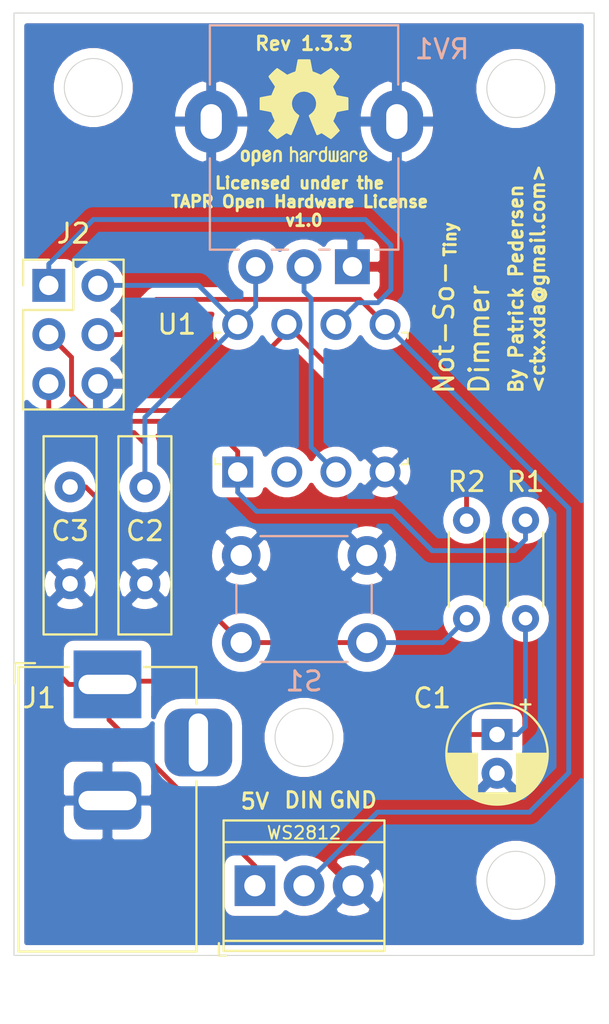
<source format=kicad_pcb>
(kicad_pcb (version 20171130) (host pcbnew 5.1.5-52549c5~86~ubuntu19.04.1)

  (general
    (thickness 1.6)
    (drawings 17)
    (tracks 72)
    (zones 0)
    (modules 12)
    (nets 10)
  )

  (page A4)
  (title_block
    (title "Not-So-Tiny Dimmer")
    (date 2020-05-05)
    (rev 1.3.3)
    (comment 2 https://tapr.org/the-tapr-open-hardware-license/)
    (comment 3 "License: TAPR Open Hardware License v1.0")
    (comment 4 "Author: Patrick Pedersen")
  )

  (layers
    (0 F.Cu signal)
    (31 B.Cu signal)
    (32 B.Adhes user)
    (33 F.Adhes user)
    (34 B.Paste user)
    (35 F.Paste user)
    (36 B.SilkS user)
    (37 F.SilkS user)
    (38 B.Mask user)
    (39 F.Mask user)
    (40 Dwgs.User user)
    (41 Cmts.User user)
    (42 Eco1.User user)
    (43 Eco2.User user)
    (44 Edge.Cuts user)
    (45 Margin user)
    (46 B.CrtYd user hide)
    (47 F.CrtYd user hide)
    (48 B.Fab user)
    (49 F.Fab user)
  )

  (setup
    (last_trace_width 0.25)
    (trace_clearance 0.2)
    (zone_clearance 0.508)
    (zone_45_only no)
    (trace_min 0.2)
    (via_size 0.8)
    (via_drill 0.4)
    (via_min_size 0.4)
    (via_min_drill 0.3)
    (uvia_size 0.3)
    (uvia_drill 0.1)
    (uvias_allowed no)
    (uvia_min_size 0.2)
    (uvia_min_drill 0.1)
    (edge_width 0.05)
    (segment_width 0.2)
    (pcb_text_width 0.3)
    (pcb_text_size 1.5 1.5)
    (mod_edge_width 0.12)
    (mod_text_size 1 1)
    (mod_text_width 0.15)
    (pad_size 2.72 3.24)
    (pad_drill 1.1)
    (pad_to_mask_clearance 0.051)
    (solder_mask_min_width 0.25)
    (aux_axis_origin 0 0)
    (visible_elements FFFFFF7F)
    (pcbplotparams
      (layerselection 0x010f0_ffffffff)
      (usegerberextensions true)
      (usegerberattributes false)
      (usegerberadvancedattributes false)
      (creategerberjobfile false)
      (excludeedgelayer true)
      (linewidth 0.100000)
      (plotframeref false)
      (viasonmask false)
      (mode 1)
      (useauxorigin false)
      (hpglpennumber 1)
      (hpglpenspeed 20)
      (hpglpendiameter 15.000000)
      (psnegative false)
      (psa4output false)
      (plotreference true)
      (plotvalue false)
      (plotinvisibletext false)
      (padsonsilk false)
      (subtractmaskfromsilk false)
      (outputformat 1)
      (mirror false)
      (drillshape 0)
      (scaleselection 1)
      (outputdirectory "gerbers/"))
  )

  (net 0 "")
  (net 1 +5V)
  (net 2 GND)
  (net 3 "Net-(C3-Pad1)")
  (net 4 MOSI-PB0)
  (net 5 MISO-PB1)
  (net 6 SCK-PB2)
  (net 7 RST-PB5)
  (net 8 "Net-(RV1-Pad2)")
  (net 9 "Net-(U1-Pad2)")

  (net_class Default "This is the default net class."
    (clearance 0.2)
    (trace_width 0.25)
    (via_dia 0.8)
    (via_drill 0.4)
    (uvia_dia 0.3)
    (uvia_drill 0.1)
    (add_net +5V)
    (add_net GND)
    (add_net MISO-PB1)
    (add_net MOSI-PB0)
    (add_net "Net-(C3-Pad1)")
    (add_net "Net-(RV1-Pad2)")
    (add_net "Net-(U1-Pad2)")
    (add_net RST-PB5)
    (add_net SCK-PB2)
  )

  (module Potentiometer_THT:Potentiometer_Alpha_RD901F-40-00D_Single_Vertical (layer B.Cu) (tedit 5EB167E0) (tstamp 5E996B27)
    (at 151.828 81.0895 90)
    (descr "Potentiometer, vertical, 9mm, single, http://www.taiwanalpha.com.tw/downloads?target=products&id=113")
    (tags "potentiometer vertical 9mm single")
    (path /5E865E0F)
    (fp_text reference RV1 (at 11.2395 4.636) (layer B.SilkS)
      (effects (font (size 1 1) (thickness 0.15)) (justify mirror))
    )
    (fp_text value 10k (at 0 -9.86 90) (layer B.Fab)
      (effects (font (size 1 1) (thickness 0.15)) (justify mirror))
    )
    (fp_line (start 0.88 -4.16) (end 0.88 -3.33) (layer B.SilkS) (width 0.12))
    (fp_line (start 0.88 -1.71) (end 0.88 -1.18) (layer B.SilkS) (width 0.12))
    (fp_line (start 0.88 1.19) (end 0.88 2.37) (layer B.SilkS) (width 0.12))
    (fp_line (start 0.88 -7.37) (end 5.6 -7.37) (layer B.SilkS) (width 0.12))
    (fp_line (start 9.41 2.37) (end 12.47 2.37) (layer B.SilkS) (width 0.12))
    (fp_line (start 1 -7.25) (end 12.35 -7.25) (layer B.Fab) (width 0.1))
    (fp_line (start 1 2.25) (end 12.35 2.25) (layer B.Fab) (width 0.1))
    (fp_line (start 12.35 -7.25) (end 12.35 2.25) (layer B.Fab) (width 0.1))
    (fp_line (start 1 -7.25) (end 1 2.25) (layer B.Fab) (width 0.1))
    (fp_circle (center 7.5 -2.5) (end 7.5 1) (layer B.Fab) (width 0.1))
    (fp_line (start 0.88 2.38) (end 5.6 2.38) (layer B.SilkS) (width 0.12))
    (fp_line (start 9.41 -7.37) (end 12.47 -7.37) (layer B.SilkS) (width 0.12))
    (fp_line (start 0.88 -7.37) (end 0.88 -5.88) (layer B.SilkS) (width 0.12))
    (fp_line (start 12.47 -7.37) (end 12.47 2.37) (layer B.SilkS) (width 0.12))
    (fp_line (start 12.6 -8.91) (end 12.6 3.91) (layer B.CrtYd) (width 0.05))
    (fp_line (start 12.6 3.91) (end -1.15 3.91) (layer B.CrtYd) (width 0.05))
    (fp_line (start -1.15 3.91) (end -1.15 -8.91) (layer B.CrtYd) (width 0.05))
    (fp_line (start -1.15 -8.91) (end 12.6 -8.91) (layer B.CrtYd) (width 0.05))
    (fp_text user %R (at 7.62 -2.54 270) (layer B.Fab)
      (effects (font (size 1 1) (thickness 0.15)) (justify mirror))
    )
    (pad "" thru_hole oval (at 7.5 2.3) (size 2.72 3.24) (drill oval 1.1 1.8) (layers *.Cu *.Mask)
      (net 2 GND))
    (pad "" thru_hole oval (at 7.5 -7.3) (size 2.72 3.24) (drill oval 1.1 1.8) (layers *.Cu *.Mask)
      (net 2 GND))
    (pad 1 thru_hole circle (at 0 -5) (size 1.8 1.8) (drill 1) (layers *.Cu *.Mask)
      (net 1 +5V))
    (pad 2 thru_hole circle (at 0 -2.5) (size 1.8 1.8) (drill 1) (layers *.Cu *.Mask)
      (net 8 "Net-(RV1-Pad2)"))
    (pad 3 thru_hole rect (at 0 0) (size 1.8 1.8) (drill 1) (layers *.Cu *.Mask)
      (net 2 GND))
    (model ${KISYS3DMOD}/Potentiometer_THT.3dshapes/Potentiometer_Alpha_RD901F-40-00D_Single_Vertical.wrl
      (at (xyz 0 0 0))
      (scale (xyz 1 1 1))
      (rotate (xyz 0 0 0))
    )
  )

  (module Symbol:OSHW-Logo2_7.3x6mm_SilkScreen (layer F.Cu) (tedit 0) (tstamp 5E99E817)
    (at 149.328 73.13168)
    (descr "Open Source Hardware Symbol")
    (tags "Logo Symbol OSHW")
    (attr virtual)
    (fp_text reference REF** (at 0 0) (layer F.SilkS) hide
      (effects (font (size 1 1) (thickness 0.15)))
    )
    (fp_text value OSHW-Logo2_7.3x6mm_SilkScreen (at 0.75 0) (layer F.Fab) hide
      (effects (font (size 1 1) (thickness 0.15)))
    )
    (fp_poly (pts (xy 0.10391 -2.757652) (xy 0.182454 -2.757222) (xy 0.239298 -2.756058) (xy 0.278105 -2.753793)
      (xy 0.302538 -2.75006) (xy 0.316262 -2.744494) (xy 0.32294 -2.736727) (xy 0.326236 -2.726395)
      (xy 0.326556 -2.725057) (xy 0.331562 -2.700921) (xy 0.340829 -2.653299) (xy 0.353392 -2.587259)
      (xy 0.368287 -2.507872) (xy 0.384551 -2.420204) (xy 0.385119 -2.417125) (xy 0.40141 -2.331211)
      (xy 0.416652 -2.255304) (xy 0.429861 -2.193955) (xy 0.440054 -2.151718) (xy 0.446248 -2.133145)
      (xy 0.446543 -2.132816) (xy 0.464788 -2.123747) (xy 0.502405 -2.108633) (xy 0.551271 -2.090738)
      (xy 0.551543 -2.090642) (xy 0.613093 -2.067507) (xy 0.685657 -2.038035) (xy 0.754057 -2.008403)
      (xy 0.757294 -2.006938) (xy 0.868702 -1.956374) (xy 1.115399 -2.12484) (xy 1.191077 -2.176197)
      (xy 1.259631 -2.222111) (xy 1.317088 -2.25997) (xy 1.359476 -2.287163) (xy 1.382825 -2.301079)
      (xy 1.385042 -2.302111) (xy 1.40201 -2.297516) (xy 1.433701 -2.275345) (xy 1.481352 -2.234553)
      (xy 1.546198 -2.174095) (xy 1.612397 -2.109773) (xy 1.676214 -2.046388) (xy 1.733329 -1.988549)
      (xy 1.780305 -1.939825) (xy 1.813703 -1.90379) (xy 1.830085 -1.884016) (xy 1.830694 -1.882998)
      (xy 1.832505 -1.869428) (xy 1.825683 -1.847267) (xy 1.80854 -1.813522) (xy 1.779393 -1.7652)
      (xy 1.736555 -1.699308) (xy 1.679448 -1.614483) (xy 1.628766 -1.539823) (xy 1.583461 -1.47286)
      (xy 1.54615 -1.417484) (xy 1.519452 -1.37758) (xy 1.505985 -1.357038) (xy 1.505137 -1.355644)
      (xy 1.506781 -1.335962) (xy 1.519245 -1.297707) (xy 1.540048 -1.248111) (xy 1.547462 -1.232272)
      (xy 1.579814 -1.16171) (xy 1.614328 -1.081647) (xy 1.642365 -1.012371) (xy 1.662568 -0.960955)
      (xy 1.678615 -0.921881) (xy 1.687888 -0.901459) (xy 1.689041 -0.899886) (xy 1.706096 -0.897279)
      (xy 1.746298 -0.890137) (xy 1.804302 -0.879477) (xy 1.874763 -0.866315) (xy 1.952335 -0.851667)
      (xy 2.031672 -0.836551) (xy 2.107431 -0.821982) (xy 2.174264 -0.808978) (xy 2.226828 -0.798555)
      (xy 2.259776 -0.79173) (xy 2.267857 -0.789801) (xy 2.276205 -0.785038) (xy 2.282506 -0.774282)
      (xy 2.287045 -0.753902) (xy 2.290104 -0.720266) (xy 2.291967 -0.669745) (xy 2.292918 -0.598708)
      (xy 2.29324 -0.503524) (xy 2.293257 -0.464508) (xy 2.293257 -0.147201) (xy 2.217057 -0.132161)
      (xy 2.174663 -0.124005) (xy 2.1114 -0.112101) (xy 2.034962 -0.097884) (xy 1.953043 -0.08279)
      (xy 1.9304 -0.078645) (xy 1.854806 -0.063947) (xy 1.788953 -0.049495) (xy 1.738366 -0.036625)
      (xy 1.708574 -0.026678) (xy 1.703612 -0.023713) (xy 1.691426 -0.002717) (xy 1.673953 0.037967)
      (xy 1.654577 0.090322) (xy 1.650734 0.1016) (xy 1.625339 0.171523) (xy 1.593817 0.250418)
      (xy 1.562969 0.321266) (xy 1.562817 0.321595) (xy 1.511447 0.432733) (xy 1.680399 0.681253)
      (xy 1.849352 0.929772) (xy 1.632429 1.147058) (xy 1.566819 1.211726) (xy 1.506979 1.268733)
      (xy 1.456267 1.315033) (xy 1.418046 1.347584) (xy 1.395675 1.363343) (xy 1.392466 1.364343)
      (xy 1.373626 1.356469) (xy 1.33518 1.334578) (xy 1.28133 1.301267) (xy 1.216276 1.259131)
      (xy 1.14594 1.211943) (xy 1.074555 1.16381) (xy 1.010908 1.121928) (xy 0.959041 1.088871)
      (xy 0.922995 1.067218) (xy 0.906867 1.059543) (xy 0.887189 1.066037) (xy 0.849875 1.08315)
      (xy 0.802621 1.107326) (xy 0.797612 1.110013) (xy 0.733977 1.141927) (xy 0.690341 1.157579)
      (xy 0.663202 1.157745) (xy 0.649057 1.143204) (xy 0.648975 1.143) (xy 0.641905 1.125779)
      (xy 0.625042 1.084899) (xy 0.599695 1.023525) (xy 0.567171 0.944819) (xy 0.528778 0.851947)
      (xy 0.485822 0.748072) (xy 0.444222 0.647502) (xy 0.398504 0.536516) (xy 0.356526 0.433703)
      (xy 0.319548 0.342215) (xy 0.288827 0.265201) (xy 0.265622 0.205815) (xy 0.25119 0.167209)
      (xy 0.246743 0.1528) (xy 0.257896 0.136272) (xy 0.287069 0.10993) (xy 0.325971 0.080887)
      (xy 0.436757 -0.010961) (xy 0.523351 -0.116241) (xy 0.584716 -0.232734) (xy 0.619815 -0.358224)
      (xy 0.627608 -0.490493) (xy 0.621943 -0.551543) (xy 0.591078 -0.678205) (xy 0.53792 -0.790059)
      (xy 0.465767 -0.885999) (xy 0.377917 -0.964924) (xy 0.277665 -1.02573) (xy 0.16831 -1.067313)
      (xy 0.053147 -1.088572) (xy -0.064525 -1.088401) (xy -0.18141 -1.065699) (xy -0.294211 -1.019362)
      (xy -0.399631 -0.948287) (xy -0.443632 -0.908089) (xy -0.528021 -0.804871) (xy -0.586778 -0.692075)
      (xy -0.620296 -0.57299) (xy -0.628965 -0.450905) (xy -0.613177 -0.329107) (xy -0.573322 -0.210884)
      (xy -0.509793 -0.099525) (xy -0.422979 0.001684) (xy -0.325971 0.080887) (xy -0.285563 0.111162)
      (xy -0.257018 0.137219) (xy -0.246743 0.152825) (xy -0.252123 0.169843) (xy -0.267425 0.2105)
      (xy -0.291388 0.271642) (xy -0.322756 0.350119) (xy -0.360268 0.44278) (xy -0.402667 0.546472)
      (xy -0.444337 0.647526) (xy -0.49031 0.758607) (xy -0.532893 0.861541) (xy -0.570779 0.953165)
      (xy -0.60266 1.030316) (xy -0.627229 1.089831) (xy -0.64318 1.128544) (xy -0.64909 1.143)
      (xy -0.663052 1.157685) (xy -0.69006 1.157642) (xy -0.733587 1.142099) (xy -0.79711 1.110284)
      (xy -0.797612 1.110013) (xy -0.84544 1.085323) (xy -0.884103 1.067338) (xy -0.905905 1.059614)
      (xy -0.906867 1.059543) (xy -0.923279 1.067378) (xy -0.959513 1.089165) (xy -1.011526 1.122328)
      (xy -1.075275 1.164291) (xy -1.14594 1.211943) (xy -1.217884 1.260191) (xy -1.282726 1.302151)
      (xy -1.336265 1.335227) (xy -1.374303 1.356821) (xy -1.392467 1.364343) (xy -1.409192 1.354457)
      (xy -1.44282 1.326826) (xy -1.48999 1.284495) (xy -1.547342 1.230505) (xy -1.611516 1.167899)
      (xy -1.632503 1.146983) (xy -1.849501 0.929623) (xy -1.684332 0.68722) (xy -1.634136 0.612781)
      (xy -1.590081 0.545972) (xy -1.554638 0.490665) (xy -1.530281 0.450729) (xy -1.519478 0.430036)
      (xy -1.519162 0.428563) (xy -1.524857 0.409058) (xy -1.540174 0.369822) (xy -1.562463 0.31743)
      (xy -1.578107 0.282355) (xy -1.607359 0.215201) (xy -1.634906 0.147358) (xy -1.656263 0.090034)
      (xy -1.662065 0.072572) (xy -1.678548 0.025938) (xy -1.69466 -0.010095) (xy -1.70351 -0.023713)
      (xy -1.72304 -0.032048) (xy -1.765666 -0.043863) (xy -1.825855 -0.057819) (xy -1.898078 -0.072578)
      (xy -1.9304 -0.078645) (xy -2.012478 -0.093727) (xy -2.091205 -0.108331) (xy -2.158891 -0.12102)
      (xy -2.20784 -0.130358) (xy -2.217057 -0.132161) (xy -2.293257 -0.147201) (xy -2.293257 -0.464508)
      (xy -2.293086 -0.568846) (xy -2.292384 -0.647787) (xy -2.290866 -0.704962) (xy -2.288251 -0.744001)
      (xy -2.284254 -0.768535) (xy -2.278591 -0.782195) (xy -2.27098 -0.788611) (xy -2.267857 -0.789801)
      (xy -2.249022 -0.79402) (xy -2.207412 -0.802438) (xy -2.14837 -0.814039) (xy -2.077243 -0.827805)
      (xy -1.999375 -0.84272) (xy -1.920113 -0.857768) (xy -1.844802 -0.871931) (xy -1.778787 -0.884194)
      (xy -1.727413 -0.893539) (xy -1.696025 -0.89895) (xy -1.689041 -0.899886) (xy -1.682715 -0.912404)
      (xy -1.66871 -0.945754) (xy -1.649645 -0.993623) (xy -1.642366 -1.012371) (xy -1.613004 -1.084805)
      (xy -1.578429 -1.16483) (xy -1.547463 -1.232272) (xy -1.524677 -1.283841) (xy -1.509518 -1.326215)
      (xy -1.504458 -1.352166) (xy -1.505264 -1.355644) (xy -1.515959 -1.372064) (xy -1.54038 -1.408583)
      (xy -1.575905 -1.461313) (xy -1.619913 -1.526365) (xy -1.669783 -1.599849) (xy -1.679644 -1.614355)
      (xy -1.737508 -1.700296) (xy -1.780044 -1.765739) (xy -1.808946 -1.813696) (xy -1.82591 -1.84718)
      (xy -1.832633 -1.869205) (xy -1.83081 -1.882783) (xy -1.830764 -1.882869) (xy -1.816414 -1.900703)
      (xy -1.784677 -1.935183) (xy -1.73899 -1.982732) (xy -1.682796 -2.039778) (xy -1.619532 -2.102745)
      (xy -1.612398 -2.109773) (xy -1.53267 -2.18698) (xy -1.471143 -2.24367) (xy -1.426579 -2.28089)
      (xy -1.397743 -2.299685) (xy -1.385042 -2.302111) (xy -1.366506 -2.291529) (xy -1.328039 -2.267084)
      (xy -1.273614 -2.231388) (xy -1.207202 -2.187053) (xy -1.132775 -2.136689) (xy -1.115399 -2.12484)
      (xy -0.868703 -1.956374) (xy -0.757294 -2.006938) (xy -0.689543 -2.036405) (xy -0.616817 -2.066041)
      (xy -0.554297 -2.08967) (xy -0.551543 -2.090642) (xy -0.50264 -2.108543) (xy -0.464943 -2.12368)
      (xy -0.446575 -2.13279) (xy -0.446544 -2.132816) (xy -0.440715 -2.149283) (xy -0.430808 -2.189781)
      (xy -0.417805 -2.249758) (xy -0.402691 -2.32466) (xy -0.386448 -2.409936) (xy -0.385119 -2.417125)
      (xy -0.368825 -2.504986) (xy -0.353867 -2.58474) (xy -0.341209 -2.651319) (xy -0.331814 -2.699653)
      (xy -0.326646 -2.724675) (xy -0.326556 -2.725057) (xy -0.323411 -2.735701) (xy -0.317296 -2.743738)
      (xy -0.304547 -2.749533) (xy -0.2815 -2.753453) (xy -0.244491 -2.755865) (xy -0.189856 -2.757135)
      (xy -0.113933 -2.757629) (xy -0.013056 -2.757714) (xy 0 -2.757714) (xy 0.10391 -2.757652)) (layer F.SilkS) (width 0.01))
    (fp_poly (pts (xy 3.153595 1.966966) (xy 3.211021 2.004497) (xy 3.238719 2.038096) (xy 3.260662 2.099064)
      (xy 3.262405 2.147308) (xy 3.258457 2.211816) (xy 3.109686 2.276934) (xy 3.037349 2.310202)
      (xy 2.990084 2.336964) (xy 2.965507 2.360144) (xy 2.961237 2.382667) (xy 2.974889 2.407455)
      (xy 2.989943 2.423886) (xy 3.033746 2.450235) (xy 3.081389 2.452081) (xy 3.125145 2.431546)
      (xy 3.157289 2.390752) (xy 3.163038 2.376347) (xy 3.190576 2.331356) (xy 3.222258 2.312182)
      (xy 3.265714 2.295779) (xy 3.265714 2.357966) (xy 3.261872 2.400283) (xy 3.246823 2.435969)
      (xy 3.21528 2.476943) (xy 3.210592 2.482267) (xy 3.175506 2.51872) (xy 3.145347 2.538283)
      (xy 3.107615 2.547283) (xy 3.076335 2.55023) (xy 3.020385 2.550965) (xy 2.980555 2.54166)
      (xy 2.955708 2.527846) (xy 2.916656 2.497467) (xy 2.889625 2.464613) (xy 2.872517 2.423294)
      (xy 2.863238 2.367521) (xy 2.859693 2.291305) (xy 2.85941 2.252622) (xy 2.860372 2.206247)
      (xy 2.948007 2.206247) (xy 2.949023 2.231126) (xy 2.951556 2.2352) (xy 2.968274 2.229665)
      (xy 3.004249 2.215017) (xy 3.052331 2.19419) (xy 3.062386 2.189714) (xy 3.123152 2.158814)
      (xy 3.156632 2.131657) (xy 3.16399 2.10622) (xy 3.146391 2.080481) (xy 3.131856 2.069109)
      (xy 3.07941 2.046364) (xy 3.030322 2.050122) (xy 2.989227 2.077884) (xy 2.960758 2.127152)
      (xy 2.951631 2.166257) (xy 2.948007 2.206247) (xy 2.860372 2.206247) (xy 2.861285 2.162249)
      (xy 2.868196 2.095384) (xy 2.881884 2.046695) (xy 2.904096 2.010849) (xy 2.936574 1.982513)
      (xy 2.950733 1.973355) (xy 3.015053 1.949507) (xy 3.085473 1.948006) (xy 3.153595 1.966966)) (layer F.SilkS) (width 0.01))
    (fp_poly (pts (xy 2.6526 1.958752) (xy 2.669948 1.966334) (xy 2.711356 1.999128) (xy 2.746765 2.046547)
      (xy 2.768664 2.097151) (xy 2.772229 2.122098) (xy 2.760279 2.156927) (xy 2.734067 2.175357)
      (xy 2.705964 2.186516) (xy 2.693095 2.188572) (xy 2.686829 2.173649) (xy 2.674456 2.141175)
      (xy 2.669028 2.126502) (xy 2.63859 2.075744) (xy 2.59452 2.050427) (xy 2.53801 2.051206)
      (xy 2.533825 2.052203) (xy 2.503655 2.066507) (xy 2.481476 2.094393) (xy 2.466327 2.139287)
      (xy 2.45725 2.204615) (xy 2.453286 2.293804) (xy 2.452914 2.341261) (xy 2.45273 2.416071)
      (xy 2.451522 2.467069) (xy 2.448309 2.499471) (xy 2.442109 2.518495) (xy 2.43194 2.529356)
      (xy 2.416819 2.537272) (xy 2.415946 2.53767) (xy 2.386828 2.549981) (xy 2.372403 2.554514)
      (xy 2.370186 2.540809) (xy 2.368289 2.502925) (xy 2.366847 2.445715) (xy 2.365998 2.374027)
      (xy 2.365829 2.321565) (xy 2.366692 2.220047) (xy 2.37007 2.143032) (xy 2.377142 2.086023)
      (xy 2.389088 2.044526) (xy 2.40709 2.014043) (xy 2.432327 1.99008) (xy 2.457247 1.973355)
      (xy 2.517171 1.951097) (xy 2.586911 1.946076) (xy 2.6526 1.958752)) (layer F.SilkS) (width 0.01))
    (fp_poly (pts (xy 2.144876 1.956335) (xy 2.186667 1.975344) (xy 2.219469 1.998378) (xy 2.243503 2.024133)
      (xy 2.260097 2.057358) (xy 2.270577 2.1028) (xy 2.276271 2.165207) (xy 2.278507 2.249327)
      (xy 2.278743 2.304721) (xy 2.278743 2.520826) (xy 2.241774 2.53767) (xy 2.212656 2.549981)
      (xy 2.198231 2.554514) (xy 2.195472 2.541025) (xy 2.193282 2.504653) (xy 2.191942 2.451542)
      (xy 2.191657 2.409372) (xy 2.190434 2.348447) (xy 2.187136 2.300115) (xy 2.182321 2.270518)
      (xy 2.178496 2.264229) (xy 2.152783 2.270652) (xy 2.112418 2.287125) (xy 2.065679 2.309458)
      (xy 2.020845 2.333457) (xy 1.986193 2.35493) (xy 1.970002 2.369685) (xy 1.969938 2.369845)
      (xy 1.97133 2.397152) (xy 1.983818 2.423219) (xy 2.005743 2.444392) (xy 2.037743 2.451474)
      (xy 2.065092 2.450649) (xy 2.103826 2.450042) (xy 2.124158 2.459116) (xy 2.136369 2.483092)
      (xy 2.137909 2.487613) (xy 2.143203 2.521806) (xy 2.129047 2.542568) (xy 2.092148 2.552462)
      (xy 2.052289 2.554292) (xy 1.980562 2.540727) (xy 1.943432 2.521355) (xy 1.897576 2.475845)
      (xy 1.873256 2.419983) (xy 1.871073 2.360957) (xy 1.891629 2.305953) (xy 1.922549 2.271486)
      (xy 1.95342 2.252189) (xy 2.001942 2.227759) (xy 2.058485 2.202985) (xy 2.06791 2.199199)
      (xy 2.130019 2.171791) (xy 2.165822 2.147634) (xy 2.177337 2.123619) (xy 2.16658 2.096635)
      (xy 2.148114 2.075543) (xy 2.104469 2.049572) (xy 2.056446 2.047624) (xy 2.012406 2.067637)
      (xy 1.980709 2.107551) (xy 1.976549 2.117848) (xy 1.952327 2.155724) (xy 1.916965 2.183842)
      (xy 1.872343 2.206917) (xy 1.872343 2.141485) (xy 1.874969 2.101506) (xy 1.88623 2.069997)
      (xy 1.911199 2.036378) (xy 1.935169 2.010484) (xy 1.972441 1.973817) (xy 2.001401 1.954121)
      (xy 2.032505 1.94622) (xy 2.067713 1.944914) (xy 2.144876 1.956335)) (layer F.SilkS) (width 0.01))
    (fp_poly (pts (xy 1.779833 1.958663) (xy 1.782048 1.99685) (xy 1.783784 2.054886) (xy 1.784899 2.12818)
      (xy 1.785257 2.205055) (xy 1.785257 2.465196) (xy 1.739326 2.511127) (xy 1.707675 2.539429)
      (xy 1.67989 2.550893) (xy 1.641915 2.550168) (xy 1.62684 2.548321) (xy 1.579726 2.542948)
      (xy 1.540756 2.539869) (xy 1.531257 2.539585) (xy 1.499233 2.541445) (xy 1.453432 2.546114)
      (xy 1.435674 2.548321) (xy 1.392057 2.551735) (xy 1.362745 2.54432) (xy 1.33368 2.521427)
      (xy 1.323188 2.511127) (xy 1.277257 2.465196) (xy 1.277257 1.978602) (xy 1.314226 1.961758)
      (xy 1.346059 1.949282) (xy 1.364683 1.944914) (xy 1.369458 1.958718) (xy 1.373921 1.997286)
      (xy 1.377775 2.056356) (xy 1.380722 2.131663) (xy 1.382143 2.195286) (xy 1.386114 2.445657)
      (xy 1.420759 2.450556) (xy 1.452268 2.447131) (xy 1.467708 2.436041) (xy 1.472023 2.415308)
      (xy 1.475708 2.371145) (xy 1.478469 2.309146) (xy 1.480012 2.234909) (xy 1.480235 2.196706)
      (xy 1.480457 1.976783) (xy 1.526166 1.960849) (xy 1.558518 1.950015) (xy 1.576115 1.944962)
      (xy 1.576623 1.944914) (xy 1.578388 1.958648) (xy 1.580329 1.99673) (xy 1.582282 2.054482)
      (xy 1.584084 2.127227) (xy 1.585343 2.195286) (xy 1.589314 2.445657) (xy 1.6764 2.445657)
      (xy 1.680396 2.21724) (xy 1.684392 1.988822) (xy 1.726847 1.966868) (xy 1.758192 1.951793)
      (xy 1.776744 1.944951) (xy 1.777279 1.944914) (xy 1.779833 1.958663)) (layer F.SilkS) (width 0.01))
    (fp_poly (pts (xy 1.190117 2.065358) (xy 1.189933 2.173837) (xy 1.189219 2.257287) (xy 1.187675 2.319704)
      (xy 1.185001 2.365085) (xy 1.180894 2.397429) (xy 1.175055 2.420733) (xy 1.167182 2.438995)
      (xy 1.161221 2.449418) (xy 1.111855 2.505945) (xy 1.049264 2.541377) (xy 0.980013 2.55409)
      (xy 0.910668 2.542463) (xy 0.869375 2.521568) (xy 0.826025 2.485422) (xy 0.796481 2.441276)
      (xy 0.778655 2.383462) (xy 0.770463 2.306313) (xy 0.769302 2.249714) (xy 0.769458 2.245647)
      (xy 0.870857 2.245647) (xy 0.871476 2.31055) (xy 0.874314 2.353514) (xy 0.88084 2.381622)
      (xy 0.892523 2.401953) (xy 0.906483 2.417288) (xy 0.953365 2.44689) (xy 1.003701 2.449419)
      (xy 1.051276 2.424705) (xy 1.054979 2.421356) (xy 1.070783 2.403935) (xy 1.080693 2.383209)
      (xy 1.086058 2.352362) (xy 1.088228 2.304577) (xy 1.088571 2.251748) (xy 1.087827 2.185381)
      (xy 1.084748 2.141106) (xy 1.078061 2.112009) (xy 1.066496 2.091173) (xy 1.057013 2.080107)
      (xy 1.01296 2.052198) (xy 0.962224 2.048843) (xy 0.913796 2.070159) (xy 0.90445 2.078073)
      (xy 0.88854 2.095647) (xy 0.87861 2.116587) (xy 0.873278 2.147782) (xy 0.871163 2.196122)
      (xy 0.870857 2.245647) (xy 0.769458 2.245647) (xy 0.77281 2.158568) (xy 0.784726 2.090086)
      (xy 0.807135 2.0386) (xy 0.842124 1.998443) (xy 0.869375 1.977861) (xy 0.918907 1.955625)
      (xy 0.976316 1.945304) (xy 1.029682 1.948067) (xy 1.059543 1.959212) (xy 1.071261 1.962383)
      (xy 1.079037 1.950557) (xy 1.084465 1.918866) (xy 1.088571 1.870593) (xy 1.093067 1.816829)
      (xy 1.099313 1.784482) (xy 1.110676 1.765985) (xy 1.130528 1.75377) (xy 1.143 1.748362)
      (xy 1.190171 1.728601) (xy 1.190117 2.065358)) (layer F.SilkS) (width 0.01))
    (fp_poly (pts (xy 0.529926 1.949755) (xy 0.595858 1.974084) (xy 0.649273 2.017117) (xy 0.670164 2.047409)
      (xy 0.692939 2.102994) (xy 0.692466 2.143186) (xy 0.668562 2.170217) (xy 0.659717 2.174813)
      (xy 0.62153 2.189144) (xy 0.602028 2.185472) (xy 0.595422 2.161407) (xy 0.595086 2.148114)
      (xy 0.582992 2.09921) (xy 0.551471 2.064999) (xy 0.507659 2.048476) (xy 0.458695 2.052634)
      (xy 0.418894 2.074227) (xy 0.40545 2.086544) (xy 0.395921 2.101487) (xy 0.389485 2.124075)
      (xy 0.385317 2.159328) (xy 0.382597 2.212266) (xy 0.380502 2.287907) (xy 0.37996 2.311857)
      (xy 0.377981 2.39379) (xy 0.375731 2.451455) (xy 0.372357 2.489608) (xy 0.367006 2.513004)
      (xy 0.358824 2.526398) (xy 0.346959 2.534545) (xy 0.339362 2.538144) (xy 0.307102 2.550452)
      (xy 0.288111 2.554514) (xy 0.281836 2.540948) (xy 0.278006 2.499934) (xy 0.2766 2.430999)
      (xy 0.277598 2.333669) (xy 0.277908 2.318657) (xy 0.280101 2.229859) (xy 0.282693 2.165019)
      (xy 0.286382 2.119067) (xy 0.291864 2.086935) (xy 0.299835 2.063553) (xy 0.310993 2.043852)
      (xy 0.31683 2.03541) (xy 0.350296 1.998057) (xy 0.387727 1.969003) (xy 0.392309 1.966467)
      (xy 0.459426 1.946443) (xy 0.529926 1.949755)) (layer F.SilkS) (width 0.01))
    (fp_poly (pts (xy 0.039744 1.950968) (xy 0.096616 1.972087) (xy 0.097267 1.972493) (xy 0.13244 1.99838)
      (xy 0.158407 2.028633) (xy 0.17667 2.068058) (xy 0.188732 2.121462) (xy 0.196096 2.193651)
      (xy 0.200264 2.289432) (xy 0.200629 2.303078) (xy 0.205876 2.508842) (xy 0.161716 2.531678)
      (xy 0.129763 2.54711) (xy 0.11047 2.554423) (xy 0.109578 2.554514) (xy 0.106239 2.541022)
      (xy 0.103587 2.504626) (xy 0.101956 2.451452) (xy 0.1016 2.408393) (xy 0.101592 2.338641)
      (xy 0.098403 2.294837) (xy 0.087288 2.273944) (xy 0.063501 2.272925) (xy 0.022296 2.288741)
      (xy -0.039914 2.317815) (xy -0.085659 2.341963) (xy -0.109187 2.362913) (xy -0.116104 2.385747)
      (xy -0.116114 2.386877) (xy -0.104701 2.426212) (xy -0.070908 2.447462) (xy -0.019191 2.450539)
      (xy 0.018061 2.450006) (xy 0.037703 2.460735) (xy 0.049952 2.486505) (xy 0.057002 2.519337)
      (xy 0.046842 2.537966) (xy 0.043017 2.540632) (xy 0.007001 2.55134) (xy -0.043434 2.552856)
      (xy -0.095374 2.545759) (xy -0.132178 2.532788) (xy -0.183062 2.489585) (xy -0.211986 2.429446)
      (xy -0.217714 2.382462) (xy -0.213343 2.340082) (xy -0.197525 2.305488) (xy -0.166203 2.274763)
      (xy -0.115322 2.24399) (xy -0.040824 2.209252) (xy -0.036286 2.207288) (xy 0.030821 2.176287)
      (xy 0.072232 2.150862) (xy 0.089981 2.128014) (xy 0.086107 2.104745) (xy 0.062643 2.078056)
      (xy 0.055627 2.071914) (xy 0.00863 2.0481) (xy -0.040067 2.049103) (xy -0.082478 2.072451)
      (xy -0.110616 2.115675) (xy -0.113231 2.12416) (xy -0.138692 2.165308) (xy -0.170999 2.185128)
      (xy -0.217714 2.20477) (xy -0.217714 2.15395) (xy -0.203504 2.080082) (xy -0.161325 2.012327)
      (xy -0.139376 1.989661) (xy -0.089483 1.960569) (xy -0.026033 1.9474) (xy 0.039744 1.950968)) (layer F.SilkS) (width 0.01))
    (fp_poly (pts (xy -0.624114 1.851289) (xy -0.619861 1.910613) (xy -0.614975 1.945572) (xy -0.608205 1.96082)
      (xy -0.598298 1.961015) (xy -0.595086 1.959195) (xy -0.552356 1.946015) (xy -0.496773 1.946785)
      (xy -0.440263 1.960333) (xy -0.404918 1.977861) (xy -0.368679 2.005861) (xy -0.342187 2.037549)
      (xy -0.324001 2.077813) (xy -0.312678 2.131543) (xy -0.306778 2.203626) (xy -0.304857 2.298951)
      (xy -0.304823 2.317237) (xy -0.3048 2.522646) (xy -0.350509 2.53858) (xy -0.382973 2.54942)
      (xy -0.400785 2.554468) (xy -0.401309 2.554514) (xy -0.403063 2.540828) (xy -0.404556 2.503076)
      (xy -0.405674 2.446224) (xy -0.406303 2.375234) (xy -0.4064 2.332073) (xy -0.406602 2.246973)
      (xy -0.407642 2.185981) (xy -0.410169 2.144177) (xy -0.414836 2.116642) (xy -0.422293 2.098456)
      (xy -0.433189 2.084698) (xy -0.439993 2.078073) (xy -0.486728 2.051375) (xy -0.537728 2.049375)
      (xy -0.583999 2.071955) (xy -0.592556 2.080107) (xy -0.605107 2.095436) (xy -0.613812 2.113618)
      (xy -0.619369 2.139909) (xy -0.622474 2.179562) (xy -0.623824 2.237832) (xy -0.624114 2.318173)
      (xy -0.624114 2.522646) (xy -0.669823 2.53858) (xy -0.702287 2.54942) (xy -0.720099 2.554468)
      (xy -0.720623 2.554514) (xy -0.721963 2.540623) (xy -0.723172 2.501439) (xy -0.724199 2.4407)
      (xy -0.724998 2.362141) (xy -0.725519 2.269498) (xy -0.725714 2.166509) (xy -0.725714 1.769342)
      (xy -0.678543 1.749444) (xy -0.631371 1.729547) (xy -0.624114 1.851289)) (layer F.SilkS) (width 0.01))
    (fp_poly (pts (xy -1.831697 1.931239) (xy -1.774473 1.969735) (xy -1.730251 2.025335) (xy -1.703833 2.096086)
      (xy -1.69849 2.148162) (xy -1.699097 2.169893) (xy -1.704178 2.186531) (xy -1.718145 2.201437)
      (xy -1.745411 2.217973) (xy -1.790388 2.239498) (xy -1.857489 2.269374) (xy -1.857829 2.269524)
      (xy -1.919593 2.297813) (xy -1.970241 2.322933) (xy -2.004596 2.342179) (xy -2.017482 2.352848)
      (xy -2.017486 2.352934) (xy -2.006128 2.376166) (xy -1.979569 2.401774) (xy -1.949077 2.420221)
      (xy -1.93363 2.423886) (xy -1.891485 2.411212) (xy -1.855192 2.379471) (xy -1.837483 2.344572)
      (xy -1.820448 2.318845) (xy -1.787078 2.289546) (xy -1.747851 2.264235) (xy -1.713244 2.250471)
      (xy -1.706007 2.249714) (xy -1.697861 2.26216) (xy -1.69737 2.293972) (xy -1.703357 2.336866)
      (xy -1.714643 2.382558) (xy -1.73005 2.422761) (xy -1.730829 2.424322) (xy -1.777196 2.489062)
      (xy -1.837289 2.533097) (xy -1.905535 2.554711) (xy -1.976362 2.552185) (xy -2.044196 2.523804)
      (xy -2.047212 2.521808) (xy -2.100573 2.473448) (xy -2.13566 2.410352) (xy -2.155078 2.327387)
      (xy -2.157684 2.304078) (xy -2.162299 2.194055) (xy -2.156767 2.142748) (xy -2.017486 2.142748)
      (xy -2.015676 2.174753) (xy -2.005778 2.184093) (xy -1.981102 2.177105) (xy -1.942205 2.160587)
      (xy -1.898725 2.139881) (xy -1.897644 2.139333) (xy -1.860791 2.119949) (xy -1.846 2.107013)
      (xy -1.849647 2.093451) (xy -1.865005 2.075632) (xy -1.904077 2.049845) (xy -1.946154 2.04795)
      (xy -1.983897 2.066717) (xy -2.009966 2.102915) (xy -2.017486 2.142748) (xy -2.156767 2.142748)
      (xy -2.152806 2.106027) (xy -2.12845 2.036212) (xy -2.094544 1.987302) (xy -2.033347 1.937878)
      (xy -1.965937 1.913359) (xy -1.89712 1.911797) (xy -1.831697 1.931239)) (layer F.SilkS) (width 0.01))
    (fp_poly (pts (xy -2.958885 1.921962) (xy -2.890855 1.957733) (xy -2.840649 2.015301) (xy -2.822815 2.052312)
      (xy -2.808937 2.107882) (xy -2.801833 2.178096) (xy -2.80116 2.254727) (xy -2.806573 2.329552)
      (xy -2.81773 2.394342) (xy -2.834286 2.440873) (xy -2.839374 2.448887) (xy -2.899645 2.508707)
      (xy -2.971231 2.544535) (xy -3.048908 2.55502) (xy -3.127452 2.53881) (xy -3.149311 2.529092)
      (xy -3.191878 2.499143) (xy -3.229237 2.459433) (xy -3.232768 2.454397) (xy -3.247119 2.430124)
      (xy -3.256606 2.404178) (xy -3.26221 2.370022) (xy -3.264914 2.321119) (xy -3.265701 2.250935)
      (xy -3.265714 2.2352) (xy -3.265678 2.230192) (xy -3.120571 2.230192) (xy -3.119727 2.29643)
      (xy -3.116404 2.340386) (xy -3.109417 2.368779) (xy -3.097584 2.388325) (xy -3.091543 2.394857)
      (xy -3.056814 2.41968) (xy -3.023097 2.418548) (xy -2.989005 2.397016) (xy -2.968671 2.374029)
      (xy -2.956629 2.340478) (xy -2.949866 2.287569) (xy -2.949402 2.281399) (xy -2.948248 2.185513)
      (xy -2.960312 2.114299) (xy -2.98543 2.068194) (xy -3.02344 2.047635) (xy -3.037008 2.046514)
      (xy -3.072636 2.052152) (xy -3.097006 2.071686) (xy -3.111907 2.109042) (xy -3.119125 2.16815)
      (xy -3.120571 2.230192) (xy -3.265678 2.230192) (xy -3.265174 2.160413) (xy -3.262904 2.108159)
      (xy -3.257932 2.071949) (xy -3.249287 2.045299) (xy -3.235995 2.021722) (xy -3.233057 2.017338)
      (xy -3.183687 1.958249) (xy -3.129891 1.923947) (xy -3.064398 1.910331) (xy -3.042158 1.909665)
      (xy -2.958885 1.921962)) (layer F.SilkS) (width 0.01))
    (fp_poly (pts (xy -1.283907 1.92778) (xy -1.237328 1.954723) (xy -1.204943 1.981466) (xy -1.181258 2.009484)
      (xy -1.164941 2.043748) (xy -1.154661 2.089227) (xy -1.149086 2.150892) (xy -1.146884 2.233711)
      (xy -1.146629 2.293246) (xy -1.146629 2.512391) (xy -1.208314 2.540044) (xy -1.27 2.567697)
      (xy -1.277257 2.32767) (xy -1.280256 2.238028) (xy -1.283402 2.172962) (xy -1.287299 2.128026)
      (xy -1.292553 2.09877) (xy -1.299769 2.080748) (xy -1.30955 2.069511) (xy -1.312688 2.067079)
      (xy -1.360239 2.048083) (xy -1.408303 2.0556) (xy -1.436914 2.075543) (xy -1.448553 2.089675)
      (xy -1.456609 2.10822) (xy -1.461729 2.136334) (xy -1.464559 2.179173) (xy -1.465744 2.241895)
      (xy -1.465943 2.307261) (xy -1.465982 2.389268) (xy -1.467386 2.447316) (xy -1.472086 2.486465)
      (xy -1.482013 2.51178) (xy -1.499097 2.528323) (xy -1.525268 2.541156) (xy -1.560225 2.554491)
      (xy -1.598404 2.569007) (xy -1.593859 2.311389) (xy -1.592029 2.218519) (xy -1.589888 2.149889)
      (xy -1.586819 2.100711) (xy -1.582206 2.066198) (xy -1.575432 2.041562) (xy -1.565881 2.022016)
      (xy -1.554366 2.00477) (xy -1.49881 1.94968) (xy -1.43102 1.917822) (xy -1.357287 1.910191)
      (xy -1.283907 1.92778)) (layer F.SilkS) (width 0.01))
    (fp_poly (pts (xy -2.400256 1.919918) (xy -2.344799 1.947568) (xy -2.295852 1.99848) (xy -2.282371 2.017338)
      (xy -2.267686 2.042015) (xy -2.258158 2.068816) (xy -2.252707 2.104587) (xy -2.250253 2.156169)
      (xy -2.249714 2.224267) (xy -2.252148 2.317588) (xy -2.260606 2.387657) (xy -2.276826 2.439931)
      (xy -2.302546 2.479869) (xy -2.339503 2.512929) (xy -2.342218 2.514886) (xy -2.37864 2.534908)
      (xy -2.422498 2.544815) (xy -2.478276 2.547257) (xy -2.568952 2.547257) (xy -2.56899 2.635283)
      (xy -2.569834 2.684308) (xy -2.574976 2.713065) (xy -2.588413 2.730311) (xy -2.614142 2.744808)
      (xy -2.620321 2.747769) (xy -2.649236 2.761648) (xy -2.671624 2.770414) (xy -2.688271 2.771171)
      (xy -2.699964 2.761023) (xy -2.70749 2.737073) (xy -2.711634 2.696426) (xy -2.713185 2.636186)
      (xy -2.712929 2.553455) (xy -2.711651 2.445339) (xy -2.711252 2.413) (xy -2.709815 2.301524)
      (xy -2.708528 2.228603) (xy -2.569029 2.228603) (xy -2.568245 2.290499) (xy -2.56476 2.330997)
      (xy -2.556876 2.357708) (xy -2.542895 2.378244) (xy -2.533403 2.38826) (xy -2.494596 2.417567)
      (xy -2.460237 2.419952) (xy -2.424784 2.39575) (xy -2.423886 2.394857) (xy -2.409461 2.376153)
      (xy -2.400687 2.350732) (xy -2.396261 2.311584) (xy -2.394882 2.251697) (xy -2.394857 2.23843)
      (xy -2.398188 2.155901) (xy -2.409031 2.098691) (xy -2.42866 2.063766) (xy -2.45835 2.048094)
      (xy -2.475509 2.046514) (xy -2.516234 2.053926) (xy -2.544168 2.07833) (xy -2.560983 2.12298)
      (xy -2.56835 2.19113) (xy -2.569029 2.228603) (xy -2.708528 2.228603) (xy -2.708292 2.215245)
      (xy -2.706323 2.150333) (xy -2.70355 2.102958) (xy -2.699612 2.06929) (xy -2.694151 2.045498)
      (xy -2.686808 2.027753) (xy -2.677223 2.012224) (xy -2.673113 2.006381) (xy -2.618595 1.951185)
      (xy -2.549664 1.91989) (xy -2.469928 1.911165) (xy -2.400256 1.919918)) (layer F.SilkS) (width 0.01))
  )

  (module Capacitor_THT:CP_Radial_D5.0mm_P2.00mm (layer F.Cu) (tedit 5AE50EF0) (tstamp 5E99D548)
    (at 159.3088 105.2576 270)
    (descr "CP, Radial series, Radial, pin pitch=2.00mm, , diameter=5mm, Electrolytic Capacitor")
    (tags "CP Radial series Radial pin pitch 2.00mm  diameter 5mm Electrolytic Capacitor")
    (path /5E9CA3FB)
    (fp_text reference C1 (at -1.8796 3.3528 180) (layer F.SilkS)
      (effects (font (size 1 1) (thickness 0.15)))
    )
    (fp_text value 10uF (at -0.2921 3.843276 180) (layer F.Fab)
      (effects (font (size 0.8 0.8) (thickness 0.15)))
    )
    (fp_circle (center 1 0) (end 3.5 0) (layer F.Fab) (width 0.1))
    (fp_circle (center 1 0) (end 3.62 0) (layer F.SilkS) (width 0.12))
    (fp_circle (center 1 0) (end 3.75 0) (layer F.CrtYd) (width 0.05))
    (fp_line (start -1.133605 -1.0875) (end -0.633605 -1.0875) (layer F.Fab) (width 0.1))
    (fp_line (start -0.883605 -1.3375) (end -0.883605 -0.8375) (layer F.Fab) (width 0.1))
    (fp_line (start 1 1.04) (end 1 2.58) (layer F.SilkS) (width 0.12))
    (fp_line (start 1 -2.58) (end 1 -1.04) (layer F.SilkS) (width 0.12))
    (fp_line (start 1.04 1.04) (end 1.04 2.58) (layer F.SilkS) (width 0.12))
    (fp_line (start 1.04 -2.58) (end 1.04 -1.04) (layer F.SilkS) (width 0.12))
    (fp_line (start 1.08 -2.579) (end 1.08 -1.04) (layer F.SilkS) (width 0.12))
    (fp_line (start 1.08 1.04) (end 1.08 2.579) (layer F.SilkS) (width 0.12))
    (fp_line (start 1.12 -2.578) (end 1.12 -1.04) (layer F.SilkS) (width 0.12))
    (fp_line (start 1.12 1.04) (end 1.12 2.578) (layer F.SilkS) (width 0.12))
    (fp_line (start 1.16 -2.576) (end 1.16 -1.04) (layer F.SilkS) (width 0.12))
    (fp_line (start 1.16 1.04) (end 1.16 2.576) (layer F.SilkS) (width 0.12))
    (fp_line (start 1.2 -2.573) (end 1.2 -1.04) (layer F.SilkS) (width 0.12))
    (fp_line (start 1.2 1.04) (end 1.2 2.573) (layer F.SilkS) (width 0.12))
    (fp_line (start 1.24 -2.569) (end 1.24 -1.04) (layer F.SilkS) (width 0.12))
    (fp_line (start 1.24 1.04) (end 1.24 2.569) (layer F.SilkS) (width 0.12))
    (fp_line (start 1.28 -2.565) (end 1.28 -1.04) (layer F.SilkS) (width 0.12))
    (fp_line (start 1.28 1.04) (end 1.28 2.565) (layer F.SilkS) (width 0.12))
    (fp_line (start 1.32 -2.561) (end 1.32 -1.04) (layer F.SilkS) (width 0.12))
    (fp_line (start 1.32 1.04) (end 1.32 2.561) (layer F.SilkS) (width 0.12))
    (fp_line (start 1.36 -2.556) (end 1.36 -1.04) (layer F.SilkS) (width 0.12))
    (fp_line (start 1.36 1.04) (end 1.36 2.556) (layer F.SilkS) (width 0.12))
    (fp_line (start 1.4 -2.55) (end 1.4 -1.04) (layer F.SilkS) (width 0.12))
    (fp_line (start 1.4 1.04) (end 1.4 2.55) (layer F.SilkS) (width 0.12))
    (fp_line (start 1.44 -2.543) (end 1.44 -1.04) (layer F.SilkS) (width 0.12))
    (fp_line (start 1.44 1.04) (end 1.44 2.543) (layer F.SilkS) (width 0.12))
    (fp_line (start 1.48 -2.536) (end 1.48 -1.04) (layer F.SilkS) (width 0.12))
    (fp_line (start 1.48 1.04) (end 1.48 2.536) (layer F.SilkS) (width 0.12))
    (fp_line (start 1.52 -2.528) (end 1.52 -1.04) (layer F.SilkS) (width 0.12))
    (fp_line (start 1.52 1.04) (end 1.52 2.528) (layer F.SilkS) (width 0.12))
    (fp_line (start 1.56 -2.52) (end 1.56 -1.04) (layer F.SilkS) (width 0.12))
    (fp_line (start 1.56 1.04) (end 1.56 2.52) (layer F.SilkS) (width 0.12))
    (fp_line (start 1.6 -2.511) (end 1.6 -1.04) (layer F.SilkS) (width 0.12))
    (fp_line (start 1.6 1.04) (end 1.6 2.511) (layer F.SilkS) (width 0.12))
    (fp_line (start 1.64 -2.501) (end 1.64 -1.04) (layer F.SilkS) (width 0.12))
    (fp_line (start 1.64 1.04) (end 1.64 2.501) (layer F.SilkS) (width 0.12))
    (fp_line (start 1.68 -2.491) (end 1.68 -1.04) (layer F.SilkS) (width 0.12))
    (fp_line (start 1.68 1.04) (end 1.68 2.491) (layer F.SilkS) (width 0.12))
    (fp_line (start 1.721 -2.48) (end 1.721 -1.04) (layer F.SilkS) (width 0.12))
    (fp_line (start 1.721 1.04) (end 1.721 2.48) (layer F.SilkS) (width 0.12))
    (fp_line (start 1.761 -2.468) (end 1.761 -1.04) (layer F.SilkS) (width 0.12))
    (fp_line (start 1.761 1.04) (end 1.761 2.468) (layer F.SilkS) (width 0.12))
    (fp_line (start 1.801 -2.455) (end 1.801 -1.04) (layer F.SilkS) (width 0.12))
    (fp_line (start 1.801 1.04) (end 1.801 2.455) (layer F.SilkS) (width 0.12))
    (fp_line (start 1.841 -2.442) (end 1.841 -1.04) (layer F.SilkS) (width 0.12))
    (fp_line (start 1.841 1.04) (end 1.841 2.442) (layer F.SilkS) (width 0.12))
    (fp_line (start 1.881 -2.428) (end 1.881 -1.04) (layer F.SilkS) (width 0.12))
    (fp_line (start 1.881 1.04) (end 1.881 2.428) (layer F.SilkS) (width 0.12))
    (fp_line (start 1.921 -2.414) (end 1.921 -1.04) (layer F.SilkS) (width 0.12))
    (fp_line (start 1.921 1.04) (end 1.921 2.414) (layer F.SilkS) (width 0.12))
    (fp_line (start 1.961 -2.398) (end 1.961 -1.04) (layer F.SilkS) (width 0.12))
    (fp_line (start 1.961 1.04) (end 1.961 2.398) (layer F.SilkS) (width 0.12))
    (fp_line (start 2.001 -2.382) (end 2.001 -1.04) (layer F.SilkS) (width 0.12))
    (fp_line (start 2.001 1.04) (end 2.001 2.382) (layer F.SilkS) (width 0.12))
    (fp_line (start 2.041 -2.365) (end 2.041 -1.04) (layer F.SilkS) (width 0.12))
    (fp_line (start 2.041 1.04) (end 2.041 2.365) (layer F.SilkS) (width 0.12))
    (fp_line (start 2.081 -2.348) (end 2.081 -1.04) (layer F.SilkS) (width 0.12))
    (fp_line (start 2.081 1.04) (end 2.081 2.348) (layer F.SilkS) (width 0.12))
    (fp_line (start 2.121 -2.329) (end 2.121 -1.04) (layer F.SilkS) (width 0.12))
    (fp_line (start 2.121 1.04) (end 2.121 2.329) (layer F.SilkS) (width 0.12))
    (fp_line (start 2.161 -2.31) (end 2.161 -1.04) (layer F.SilkS) (width 0.12))
    (fp_line (start 2.161 1.04) (end 2.161 2.31) (layer F.SilkS) (width 0.12))
    (fp_line (start 2.201 -2.29) (end 2.201 -1.04) (layer F.SilkS) (width 0.12))
    (fp_line (start 2.201 1.04) (end 2.201 2.29) (layer F.SilkS) (width 0.12))
    (fp_line (start 2.241 -2.268) (end 2.241 -1.04) (layer F.SilkS) (width 0.12))
    (fp_line (start 2.241 1.04) (end 2.241 2.268) (layer F.SilkS) (width 0.12))
    (fp_line (start 2.281 -2.247) (end 2.281 -1.04) (layer F.SilkS) (width 0.12))
    (fp_line (start 2.281 1.04) (end 2.281 2.247) (layer F.SilkS) (width 0.12))
    (fp_line (start 2.321 -2.224) (end 2.321 -1.04) (layer F.SilkS) (width 0.12))
    (fp_line (start 2.321 1.04) (end 2.321 2.224) (layer F.SilkS) (width 0.12))
    (fp_line (start 2.361 -2.2) (end 2.361 -1.04) (layer F.SilkS) (width 0.12))
    (fp_line (start 2.361 1.04) (end 2.361 2.2) (layer F.SilkS) (width 0.12))
    (fp_line (start 2.401 -2.175) (end 2.401 -1.04) (layer F.SilkS) (width 0.12))
    (fp_line (start 2.401 1.04) (end 2.401 2.175) (layer F.SilkS) (width 0.12))
    (fp_line (start 2.441 -2.149) (end 2.441 -1.04) (layer F.SilkS) (width 0.12))
    (fp_line (start 2.441 1.04) (end 2.441 2.149) (layer F.SilkS) (width 0.12))
    (fp_line (start 2.481 -2.122) (end 2.481 -1.04) (layer F.SilkS) (width 0.12))
    (fp_line (start 2.481 1.04) (end 2.481 2.122) (layer F.SilkS) (width 0.12))
    (fp_line (start 2.521 -2.095) (end 2.521 -1.04) (layer F.SilkS) (width 0.12))
    (fp_line (start 2.521 1.04) (end 2.521 2.095) (layer F.SilkS) (width 0.12))
    (fp_line (start 2.561 -2.065) (end 2.561 -1.04) (layer F.SilkS) (width 0.12))
    (fp_line (start 2.561 1.04) (end 2.561 2.065) (layer F.SilkS) (width 0.12))
    (fp_line (start 2.601 -2.035) (end 2.601 -1.04) (layer F.SilkS) (width 0.12))
    (fp_line (start 2.601 1.04) (end 2.601 2.035) (layer F.SilkS) (width 0.12))
    (fp_line (start 2.641 -2.004) (end 2.641 -1.04) (layer F.SilkS) (width 0.12))
    (fp_line (start 2.641 1.04) (end 2.641 2.004) (layer F.SilkS) (width 0.12))
    (fp_line (start 2.681 -1.971) (end 2.681 -1.04) (layer F.SilkS) (width 0.12))
    (fp_line (start 2.681 1.04) (end 2.681 1.971) (layer F.SilkS) (width 0.12))
    (fp_line (start 2.721 -1.937) (end 2.721 -1.04) (layer F.SilkS) (width 0.12))
    (fp_line (start 2.721 1.04) (end 2.721 1.937) (layer F.SilkS) (width 0.12))
    (fp_line (start 2.761 -1.901) (end 2.761 -1.04) (layer F.SilkS) (width 0.12))
    (fp_line (start 2.761 1.04) (end 2.761 1.901) (layer F.SilkS) (width 0.12))
    (fp_line (start 2.801 -1.864) (end 2.801 -1.04) (layer F.SilkS) (width 0.12))
    (fp_line (start 2.801 1.04) (end 2.801 1.864) (layer F.SilkS) (width 0.12))
    (fp_line (start 2.841 -1.826) (end 2.841 -1.04) (layer F.SilkS) (width 0.12))
    (fp_line (start 2.841 1.04) (end 2.841 1.826) (layer F.SilkS) (width 0.12))
    (fp_line (start 2.881 -1.785) (end 2.881 -1.04) (layer F.SilkS) (width 0.12))
    (fp_line (start 2.881 1.04) (end 2.881 1.785) (layer F.SilkS) (width 0.12))
    (fp_line (start 2.921 -1.743) (end 2.921 -1.04) (layer F.SilkS) (width 0.12))
    (fp_line (start 2.921 1.04) (end 2.921 1.743) (layer F.SilkS) (width 0.12))
    (fp_line (start 2.961 -1.699) (end 2.961 -1.04) (layer F.SilkS) (width 0.12))
    (fp_line (start 2.961 1.04) (end 2.961 1.699) (layer F.SilkS) (width 0.12))
    (fp_line (start 3.001 -1.653) (end 3.001 -1.04) (layer F.SilkS) (width 0.12))
    (fp_line (start 3.001 1.04) (end 3.001 1.653) (layer F.SilkS) (width 0.12))
    (fp_line (start 3.041 -1.605) (end 3.041 1.605) (layer F.SilkS) (width 0.12))
    (fp_line (start 3.081 -1.554) (end 3.081 1.554) (layer F.SilkS) (width 0.12))
    (fp_line (start 3.121 -1.5) (end 3.121 1.5) (layer F.SilkS) (width 0.12))
    (fp_line (start 3.161 -1.443) (end 3.161 1.443) (layer F.SilkS) (width 0.12))
    (fp_line (start 3.201 -1.383) (end 3.201 1.383) (layer F.SilkS) (width 0.12))
    (fp_line (start 3.241 -1.319) (end 3.241 1.319) (layer F.SilkS) (width 0.12))
    (fp_line (start 3.281 -1.251) (end 3.281 1.251) (layer F.SilkS) (width 0.12))
    (fp_line (start 3.321 -1.178) (end 3.321 1.178) (layer F.SilkS) (width 0.12))
    (fp_line (start 3.361 -1.098) (end 3.361 1.098) (layer F.SilkS) (width 0.12))
    (fp_line (start 3.401 -1.011) (end 3.401 1.011) (layer F.SilkS) (width 0.12))
    (fp_line (start 3.441 -0.915) (end 3.441 0.915) (layer F.SilkS) (width 0.12))
    (fp_line (start 3.481 -0.805) (end 3.481 0.805) (layer F.SilkS) (width 0.12))
    (fp_line (start 3.521 -0.677) (end 3.521 0.677) (layer F.SilkS) (width 0.12))
    (fp_line (start 3.561 -0.518) (end 3.561 0.518) (layer F.SilkS) (width 0.12))
    (fp_line (start 3.601 -0.284) (end 3.601 0.284) (layer F.SilkS) (width 0.12))
    (fp_line (start -1.804775 -1.475) (end -1.304775 -1.475) (layer F.SilkS) (width 0.12))
    (fp_line (start -1.554775 -1.725) (end -1.554775 -1.225) (layer F.SilkS) (width 0.12))
    (fp_text user %R (at 1 0 90) (layer F.Fab)
      (effects (font (size 1 1) (thickness 0.15)))
    )
    (pad 1 thru_hole rect (at 0 0 270) (size 1.6 1.6) (drill 0.8) (layers *.Cu *.Mask)
      (net 1 +5V))
    (pad 2 thru_hole circle (at 2 0 270) (size 1.6 1.6) (drill 0.8) (layers *.Cu *.Mask)
      (net 2 GND))
    (model ${KISYS3DMOD}/Capacitor_THT.3dshapes/CP_Radial_D5.0mm_P2.00mm.wrl
      (at (xyz 0 0 0))
      (scale (xyz 1 1 1))
      (rotate (xyz 0 0 0))
    )
  )

  (module Capacitor_THT:C_Disc_D10.0mm_W2.5mm_P5.00mm (layer F.Cu) (tedit 5AE50EF0) (tstamp 5E997BAA)
    (at 141.098 92.4685 270)
    (descr "C, Disc series, Radial, pin pitch=5.00mm, , diameter*width=10*2.5mm^2, Capacitor, http://cdn-reichelt.de/documents/datenblatt/B300/DS_KERKO_TC.pdf")
    (tags "C Disc series Radial pin pitch 5.00mm  diameter 10mm width 2.5mm Capacitor")
    (path /5E9C847F)
    (fp_text reference C2 (at 2.2735 0 180) (layer F.SilkS)
      (effects (font (size 1 1) (thickness 0.15)))
    )
    (fp_text value 100nF (at -3.1875 0 180) (layer F.Fab)
      (effects (font (size 0.6 0.6) (thickness 0.15)))
    )
    (fp_line (start -2.5 -1.25) (end -2.5 1.25) (layer F.Fab) (width 0.1))
    (fp_line (start -2.5 1.25) (end 7.5 1.25) (layer F.Fab) (width 0.1))
    (fp_line (start 7.5 1.25) (end 7.5 -1.25) (layer F.Fab) (width 0.1))
    (fp_line (start 7.5 -1.25) (end -2.5 -1.25) (layer F.Fab) (width 0.1))
    (fp_line (start -2.62 -1.37) (end 7.62 -1.37) (layer F.SilkS) (width 0.12))
    (fp_line (start -2.62 1.37) (end 7.62 1.37) (layer F.SilkS) (width 0.12))
    (fp_line (start -2.62 -1.37) (end -2.62 1.37) (layer F.SilkS) (width 0.12))
    (fp_line (start 7.62 -1.37) (end 7.62 1.37) (layer F.SilkS) (width 0.12))
    (fp_line (start -2.75 -1.5) (end -2.75 1.5) (layer F.CrtYd) (width 0.05))
    (fp_line (start -2.75 1.5) (end 7.75 1.5) (layer F.CrtYd) (width 0.05))
    (fp_line (start 7.75 1.5) (end 7.75 -1.5) (layer F.CrtYd) (width 0.05))
    (fp_line (start 7.75 -1.5) (end -2.75 -1.5) (layer F.CrtYd) (width 0.05))
    (fp_text user %R (at -1.6635 0 180) (layer F.Fab)
      (effects (font (size 1 1) (thickness 0.15)))
    )
    (pad 1 thru_hole circle (at 0 0 270) (size 1.6 1.6) (drill 0.8) (layers *.Cu *.Mask)
      (net 1 +5V))
    (pad 2 thru_hole circle (at 5 0 270) (size 1.6 1.6) (drill 0.8) (layers *.Cu *.Mask)
      (net 2 GND))
    (model ${KISYS3DMOD}/Capacitor_THT.3dshapes/C_Disc_D10.0mm_W2.5mm_P5.00mm.wrl
      (at (xyz 0 0 0))
      (scale (xyz 1 1 1))
      (rotate (xyz 0 0 0))
    )
  )

  (module Capacitor_THT:C_Disc_D10.0mm_W2.5mm_P5.00mm (layer F.Cu) (tedit 5AE50EF0) (tstamp 5EB177D8)
    (at 137.228 92.4685 270)
    (descr "C, Disc series, Radial, pin pitch=5.00mm, , diameter*width=10*2.5mm^2, Capacitor, http://cdn-reichelt.de/documents/datenblatt/B300/DS_KERKO_TC.pdf")
    (tags "C Disc series Radial pin pitch 5.00mm  diameter 10mm width 2.5mm Capacitor")
    (path /5E9FB50B)
    (fp_text reference C3 (at 2.2735 0 180) (layer F.SilkS)
      (effects (font (size 1 1) (thickness 0.15)))
    )
    (fp_text value 100nF (at -3.1875 0 180) (layer F.Fab)
      (effects (font (size 0.6 0.6) (thickness 0.15)))
    )
    (fp_line (start -2.5 -1.25) (end -2.5 1.25) (layer F.Fab) (width 0.1))
    (fp_line (start -2.5 1.25) (end 7.5 1.25) (layer F.Fab) (width 0.1))
    (fp_line (start 7.5 1.25) (end 7.5 -1.25) (layer F.Fab) (width 0.1))
    (fp_line (start 7.5 -1.25) (end -2.5 -1.25) (layer F.Fab) (width 0.1))
    (fp_line (start -2.62 -1.37) (end 7.62 -1.37) (layer F.SilkS) (width 0.12))
    (fp_line (start -2.62 1.37) (end 7.62 1.37) (layer F.SilkS) (width 0.12))
    (fp_line (start -2.62 -1.37) (end -2.62 1.37) (layer F.SilkS) (width 0.12))
    (fp_line (start 7.62 -1.37) (end 7.62 1.37) (layer F.SilkS) (width 0.12))
    (fp_line (start -2.75 -1.5) (end -2.75 1.5) (layer F.CrtYd) (width 0.05))
    (fp_line (start -2.75 1.5) (end 7.75 1.5) (layer F.CrtYd) (width 0.05))
    (fp_line (start 7.75 1.5) (end 7.75 -1.5) (layer F.CrtYd) (width 0.05))
    (fp_line (start 7.75 -1.5) (end -2.75 -1.5) (layer F.CrtYd) (width 0.05))
    (fp_text user %R (at -1.6635 0 180) (layer F.Fab)
      (effects (font (size 1 1) (thickness 0.15)))
    )
    (pad 1 thru_hole circle (at 0 0 270) (size 1.6 1.6) (drill 0.8) (layers *.Cu *.Mask)
      (net 3 "Net-(C3-Pad1)"))
    (pad 2 thru_hole circle (at 5 0 270) (size 1.6 1.6) (drill 0.8) (layers *.Cu *.Mask)
      (net 2 GND))
    (model ${KISYS3DMOD}/Capacitor_THT.3dshapes/C_Disc_D10.0mm_W2.5mm_P5.00mm.wrl
      (at (xyz 0 0 0))
      (scale (xyz 1 1 1))
      (rotate (xyz 0 0 0))
    )
  )

  (module Connector_BarrelJack:BarrelJack_Horizontal (layer F.Cu) (tedit 5A1DBF6A) (tstamp 5E99B1AB)
    (at 139.163 102.67 90)
    (descr "DC Barrel Jack")
    (tags "Power Jack")
    (path /5E9BBCF5)
    (fp_text reference J1 (at -0.708 -3.527 180) (layer F.SilkS)
      (effects (font (size 1 1) (thickness 0.15)))
    )
    (fp_text value Jack-DC (at -12.011 0 180) (layer F.Fab)
      (effects (font (size 1 1) (thickness 0.15)))
    )
    (fp_line (start 0 -4.5) (end -13.7 -4.5) (layer F.Fab) (width 0.1))
    (fp_line (start 0.8 4.5) (end 0.8 -3.75) (layer F.Fab) (width 0.1))
    (fp_line (start -13.7 4.5) (end 0.8 4.5) (layer F.Fab) (width 0.1))
    (fp_line (start -13.7 -4.5) (end -13.7 4.5) (layer F.Fab) (width 0.1))
    (fp_line (start -10.2 -4.5) (end -10.2 4.5) (layer F.Fab) (width 0.1))
    (fp_line (start 0.9 -4.6) (end 0.9 -2) (layer F.SilkS) (width 0.12))
    (fp_line (start -13.8 -4.6) (end 0.9 -4.6) (layer F.SilkS) (width 0.12))
    (fp_line (start 0.9 4.6) (end -1 4.6) (layer F.SilkS) (width 0.12))
    (fp_line (start 0.9 1.9) (end 0.9 4.6) (layer F.SilkS) (width 0.12))
    (fp_line (start -13.8 4.6) (end -13.8 -4.6) (layer F.SilkS) (width 0.12))
    (fp_line (start -5 4.6) (end -13.8 4.6) (layer F.SilkS) (width 0.12))
    (fp_line (start -14 4.75) (end -14 -4.75) (layer F.CrtYd) (width 0.05))
    (fp_line (start -5 4.75) (end -14 4.75) (layer F.CrtYd) (width 0.05))
    (fp_line (start -5 6.75) (end -5 4.75) (layer F.CrtYd) (width 0.05))
    (fp_line (start -1 6.75) (end -5 6.75) (layer F.CrtYd) (width 0.05))
    (fp_line (start -1 4.75) (end -1 6.75) (layer F.CrtYd) (width 0.05))
    (fp_line (start 1 4.75) (end -1 4.75) (layer F.CrtYd) (width 0.05))
    (fp_line (start 1 2) (end 1 4.75) (layer F.CrtYd) (width 0.05))
    (fp_line (start 2 2) (end 1 2) (layer F.CrtYd) (width 0.05))
    (fp_line (start 2 -2) (end 2 2) (layer F.CrtYd) (width 0.05))
    (fp_line (start 1 -2) (end 2 -2) (layer F.CrtYd) (width 0.05))
    (fp_line (start 1 -4.5) (end 1 -2) (layer F.CrtYd) (width 0.05))
    (fp_line (start 1 -4.75) (end -14 -4.75) (layer F.CrtYd) (width 0.05))
    (fp_line (start 1 -4.5) (end 1 -4.75) (layer F.CrtYd) (width 0.05))
    (fp_line (start 0.05 -4.8) (end 1.1 -4.8) (layer F.SilkS) (width 0.12))
    (fp_line (start 1.1 -3.75) (end 1.1 -4.8) (layer F.SilkS) (width 0.12))
    (fp_line (start -0.003213 -4.505425) (end 0.8 -3.75) (layer F.Fab) (width 0.1))
    (fp_text user %R (at -3.121 -0.098 180) (layer F.Fab)
      (effects (font (size 1 1) (thickness 0.15)))
    )
    (pad 3 thru_hole roundrect (at -3 4.7 90) (size 3.5 3.5) (drill oval 3 1) (layers *.Cu *.Mask) (roundrect_rratio 0.25))
    (pad 2 thru_hole roundrect (at -6 0 90) (size 3 3.5) (drill oval 1 3) (layers *.Cu *.Mask) (roundrect_rratio 0.25)
      (net 2 GND))
    (pad 1 thru_hole rect (at 0 0 90) (size 3.5 3.5) (drill oval 1 3) (layers *.Cu *.Mask)
      (net 1 +5V))
    (model ${KISYS3DMOD}/Connector_BarrelJack.3dshapes/BarrelJack_Horizontal.wrl
      (at (xyz 0 0 0))
      (scale (xyz 1 1 1))
      (rotate (xyz 0 0 0))
    )
  )

  (module Resistor_THT:R_Axial_DIN0204_L3.6mm_D1.6mm_P5.08mm_Horizontal (layer F.Cu) (tedit 5AE5139B) (tstamp 5E9996C8)
    (at 160.782 99.2685 90)
    (descr "Resistor, Axial_DIN0204 series, Axial, Horizontal, pin pitch=5.08mm, 0.167W, length*diameter=3.6*1.6mm^2, http://cdn-reichelt.de/documents/datenblatt/B400/1_4W%23YAG.pdf")
    (tags "Resistor Axial_DIN0204 series Axial Horizontal pin pitch 5.08mm 0.167W length 3.6mm diameter 1.6mm")
    (path /5EB0B5D0)
    (fp_text reference R1 (at 7.0665 0 180) (layer F.SilkS)
      (effects (font (size 1 1) (thickness 0.15)))
    )
    (fp_text value 10k (at 2.1135 0 180) (layer F.Fab)
      (effects (font (size 0.6 0.6) (thickness 0.15)))
    )
    (fp_text user %R (at 3.3835 0 180) (layer F.Fab)
      (effects (font (size 0.72 0.72) (thickness 0.108)))
    )
    (fp_line (start 6.03 -1.05) (end -0.95 -1.05) (layer F.CrtYd) (width 0.05))
    (fp_line (start 6.03 1.05) (end 6.03 -1.05) (layer F.CrtYd) (width 0.05))
    (fp_line (start -0.95 1.05) (end 6.03 1.05) (layer F.CrtYd) (width 0.05))
    (fp_line (start -0.95 -1.05) (end -0.95 1.05) (layer F.CrtYd) (width 0.05))
    (fp_line (start 0.62 0.92) (end 4.46 0.92) (layer F.SilkS) (width 0.12))
    (fp_line (start 0.62 -0.92) (end 4.46 -0.92) (layer F.SilkS) (width 0.12))
    (fp_line (start 5.08 0) (end 4.34 0) (layer F.Fab) (width 0.1))
    (fp_line (start 0 0) (end 0.74 0) (layer F.Fab) (width 0.1))
    (fp_line (start 4.34 -0.8) (end 0.74 -0.8) (layer F.Fab) (width 0.1))
    (fp_line (start 4.34 0.8) (end 4.34 -0.8) (layer F.Fab) (width 0.1))
    (fp_line (start 0.74 0.8) (end 4.34 0.8) (layer F.Fab) (width 0.1))
    (fp_line (start 0.74 -0.8) (end 0.74 0.8) (layer F.Fab) (width 0.1))
    (pad 2 thru_hole oval (at 5.08 0 90) (size 1.4 1.4) (drill 0.7) (layers *.Cu *.Mask)
      (net 7 RST-PB5))
    (pad 1 thru_hole circle (at 0 0 90) (size 1.4 1.4) (drill 0.7) (layers *.Cu *.Mask)
      (net 1 +5V))
    (model ${KISYS3DMOD}/Resistor_THT.3dshapes/R_Axial_DIN0204_L3.6mm_D1.6mm_P5.08mm_Horizontal.wrl
      (at (xyz 0 0 0))
      (scale (xyz 1 1 1))
      (rotate (xyz 0 0 0))
    )
  )

  (module Resistor_THT:R_Axial_DIN0204_L3.6mm_D1.6mm_P5.08mm_Horizontal (layer F.Cu) (tedit 5AE5139B) (tstamp 5E9C9B9A)
    (at 157.734 99.2685 90)
    (descr "Resistor, Axial_DIN0204 series, Axial, Horizontal, pin pitch=5.08mm, 0.167W, length*diameter=3.6*1.6mm^2, http://cdn-reichelt.de/documents/datenblatt/B400/1_4W%23YAG.pdf")
    (tags "Resistor Axial_DIN0204 series Axial Horizontal pin pitch 5.08mm 0.167W length 3.6mm diameter 1.6mm")
    (path /5E9F7182)
    (fp_text reference R2 (at 7.0665 0 180) (layer F.SilkS)
      (effects (font (size 1 1) (thickness 0.15)))
    )
    (fp_text value 1k (at 2.1135 0 180) (layer F.Fab)
      (effects (font (size 0.6 0.6) (thickness 0.15)))
    )
    (fp_text user %R (at 3.3835 0 180) (layer F.Fab)
      (effects (font (size 0.72 0.72) (thickness 0.108)))
    )
    (fp_line (start 6.03 -1.05) (end -0.95 -1.05) (layer F.CrtYd) (width 0.05))
    (fp_line (start 6.03 1.05) (end 6.03 -1.05) (layer F.CrtYd) (width 0.05))
    (fp_line (start -0.95 1.05) (end 6.03 1.05) (layer F.CrtYd) (width 0.05))
    (fp_line (start -0.95 -1.05) (end -0.95 1.05) (layer F.CrtYd) (width 0.05))
    (fp_line (start 0.62 0.92) (end 4.46 0.92) (layer F.SilkS) (width 0.12))
    (fp_line (start 0.62 -0.92) (end 4.46 -0.92) (layer F.SilkS) (width 0.12))
    (fp_line (start 5.08 0) (end 4.34 0) (layer F.Fab) (width 0.1))
    (fp_line (start 0 0) (end 0.74 0) (layer F.Fab) (width 0.1))
    (fp_line (start 4.34 -0.8) (end 0.74 -0.8) (layer F.Fab) (width 0.1))
    (fp_line (start 4.34 0.8) (end 4.34 -0.8) (layer F.Fab) (width 0.1))
    (fp_line (start 0.74 0.8) (end 4.34 0.8) (layer F.Fab) (width 0.1))
    (fp_line (start 0.74 -0.8) (end 0.74 0.8) (layer F.Fab) (width 0.1))
    (pad 2 thru_hole oval (at 5.08 0 90) (size 1.4 1.4) (drill 0.7) (layers *.Cu *.Mask)
      (net 6 SCK-PB2))
    (pad 1 thru_hole circle (at 0 0 90) (size 1.4 1.4) (drill 0.7) (layers *.Cu *.Mask)
      (net 3 "Net-(C3-Pad1)"))
    (model ${KISYS3DMOD}/Resistor_THT.3dshapes/R_Axial_DIN0204_L3.6mm_D1.6mm_P5.08mm_Horizontal.wrl
      (at (xyz 0 0 0))
      (scale (xyz 1 1 1))
      (rotate (xyz 0 0 0))
    )
  )

  (module digikey-footprints:DIP-8_W7.62mm (layer F.Cu) (tedit 5B86B3A2) (tstamp 5E99AC76)
    (at 145.8976 91.694 90)
    (descr http://media.digikey.com/pdf/Data%20Sheets/Lite-On%20PDFs/6N137%20Series.pdf)
    (path /5E854FF7)
    (fp_text reference U1 (at 7.62 -3.1496 180) (layer F.SilkS)
      (effects (font (size 1 1) (thickness 0.15)))
    )
    (fp_text value ATTINYx5 (at 2.3495 12.6619 180) (layer F.Fab)
      (effects (font (size 1 1) (thickness 0.15)))
    )
    (fp_line (start -1.05 8.89) (end 8.67 8.89) (layer F.CrtYd) (width 0.1))
    (fp_line (start -1.05 -1.29) (end -1.05 8.89) (layer F.CrtYd) (width 0.1))
    (fp_line (start 8.67 -1.29) (end 8.67 8.89) (layer F.CrtYd) (width 0.1))
    (fp_line (start -1.05 -1.29) (end 8.67 -1.29) (layer F.CrtYd) (width 0.1))
    (fp_line (start 0.4 -0.9) (end 0.4 -1.2) (layer F.SilkS) (width 0.1))
    (fp_line (start 0.4 -1.2) (end 0.7 -1.2) (layer F.SilkS) (width 0.1))
    (fp_line (start 7.2 -0.9) (end 7.2 -1.2) (layer F.SilkS) (width 0.1))
    (fp_line (start 7.2 -1.2) (end 6.9 -1.2) (layer F.SilkS) (width 0.1))
    (fp_line (start 7.2 8.5) (end 7.2 8.8) (layer F.SilkS) (width 0.1))
    (fp_line (start 7.2 8.8) (end 6.9 8.8) (layer F.SilkS) (width 0.1))
    (fp_line (start 0.4 8.5) (end 0.4 8.8) (layer F.SilkS) (width 0.1))
    (fp_line (start 0.4 8.8) (end 0.7 8.8) (layer F.SilkS) (width 0.1))
    (fp_line (start 0.55 8.64) (end 7.05 8.64) (layer F.Fab) (width 0.1))
    (fp_line (start 0.55 -1.04) (end 7.05 -1.04) (layer F.Fab) (width 0.1))
    (fp_line (start 7.05 -1.04) (end 7.05 8.64) (layer F.Fab) (width 0.1))
    (fp_line (start 0.55 -1.04) (end 0.55 8.64) (layer F.Fab) (width 0.1))
    (fp_text user REF** (at 3.94 3.49 180) (layer F.Fab)
      (effects (font (size 1 1) (thickness 0.1)))
    )
    (pad 1 thru_hole rect (at 0 0 90) (size 1.6 1.6) (drill 1) (layers *.Cu *.Mask)
      (net 7 RST-PB5))
    (pad 2 thru_hole circle (at 0 2.54 90) (size 1.6 1.6) (drill 1) (layers *.Cu *.Mask)
      (net 9 "Net-(U1-Pad2)"))
    (pad 3 thru_hole circle (at 0 5.08 90) (size 1.6 1.6) (drill 1) (layers *.Cu *.Mask)
      (net 8 "Net-(RV1-Pad2)"))
    (pad 4 thru_hole circle (at 0 7.62 90) (size 1.6 1.6) (drill 1) (layers *.Cu *.Mask)
      (net 2 GND))
    (pad 5 thru_hole circle (at 7.62 7.62 90) (size 1.6 1.6) (drill 1) (layers *.Cu *.Mask)
      (net 4 MOSI-PB0))
    (pad 6 thru_hole circle (at 7.62 5.08 90) (size 1.6 1.6) (drill 1) (layers *.Cu *.Mask)
      (net 5 MISO-PB1))
    (pad 7 thru_hole circle (at 7.62 2.54 90) (size 1.6 1.6) (drill 1) (layers *.Cu *.Mask)
      (net 6 SCK-PB2))
    (pad 8 thru_hole circle (at 7.62 0 90) (size 1.6 1.6) (drill 1) (layers *.Cu *.Mask)
      (net 1 +5V))
    (model ${KISYS3DMOD}/Housings_DIP.3dshapes/DIP-8_W7.62mm.wrl
      (at (xyz 0 0 0))
      (scale (xyz 1 1 1))
      (rotate (xyz 0 0 0))
    )
  )

  (module TerminalBlock_TE-Connectivity:TerminalBlock_TE_282834-3_1x03_P2.54mm_Horizontal (layer F.Cu) (tedit 5B1EC513) (tstamp 5E99E25D)
    (at 146.7865 113.0681)
    (descr "Terminal Block TE 282834-3, 3 pins, pitch 2.54mm, size 8.08x6.5mm^2, drill diamater 1.1mm, pad diameter 2.1mm, see http://www.te.com/commerce/DocumentDelivery/DDEController?Action=showdoc&DocId=Customer+Drawing%7F282834%7FC1%7Fpdf%7FEnglish%7FENG_CD_282834_C1.pdf, script-generated using https://github.com/pointhi/kicad-footprint-generator/scripts/TerminalBlock_TE-Connectivity")
    (tags "THT Terminal Block TE 282834-3 pitch 2.54mm size 8.08x6.5mm^2 drill 1.1mm pad 2.1mm")
    (path /5EA588DD)
    (fp_text reference WS2812 (at 2.54 -2.7305) (layer F.SilkS)
      (effects (font (size 0.65 0.65) (thickness 0.1)))
    )
    (fp_text value Screw_Terminal_01x03 (at 2.5655 6.3119) (layer F.Fab)
      (effects (font (size 1 1) (thickness 0.15)))
    )
    (fp_text user %R (at 2.502 4.5339) (layer F.Fab)
      (effects (font (size 0.8 0.8) (thickness 0.15)))
    )
    (fp_line (start 7.08 -3.75) (end -2 -3.75) (layer F.CrtYd) (width 0.05))
    (fp_line (start 7.08 3.75) (end 7.08 -3.75) (layer F.CrtYd) (width 0.05))
    (fp_line (start -2 3.75) (end 7.08 3.75) (layer F.CrtYd) (width 0.05))
    (fp_line (start -2 -3.75) (end -2 3.75) (layer F.CrtYd) (width 0.05))
    (fp_line (start -1.86 3.61) (end -1.46 3.61) (layer F.SilkS) (width 0.12))
    (fp_line (start -1.86 2.97) (end -1.86 3.61) (layer F.SilkS) (width 0.12))
    (fp_line (start 5.781 -0.835) (end 4.246 0.7) (layer F.Fab) (width 0.1))
    (fp_line (start 5.915 -0.7) (end 4.38 0.835) (layer F.Fab) (width 0.1))
    (fp_line (start 3.241 -0.835) (end 1.706 0.7) (layer F.Fab) (width 0.1))
    (fp_line (start 3.375 -0.7) (end 1.84 0.835) (layer F.Fab) (width 0.1))
    (fp_line (start 0.701 -0.835) (end -0.835 0.7) (layer F.Fab) (width 0.1))
    (fp_line (start 0.835 -0.7) (end -0.701 0.835) (layer F.Fab) (width 0.1))
    (fp_line (start 6.7 -3.37) (end 6.7 3.37) (layer F.SilkS) (width 0.12))
    (fp_line (start -1.62 -3.37) (end -1.62 3.37) (layer F.SilkS) (width 0.12))
    (fp_line (start -1.62 3.37) (end 6.7 3.37) (layer F.SilkS) (width 0.12))
    (fp_line (start -1.62 -3.37) (end 6.7 -3.37) (layer F.SilkS) (width 0.12))
    (fp_line (start -1.62 -2.25) (end 6.7 -2.25) (layer F.SilkS) (width 0.12))
    (fp_line (start -1.5 -2.25) (end 6.58 -2.25) (layer F.Fab) (width 0.1))
    (fp_line (start -1.62 2.85) (end 6.7 2.85) (layer F.SilkS) (width 0.12))
    (fp_line (start -1.5 2.85) (end 6.58 2.85) (layer F.Fab) (width 0.1))
    (fp_line (start -1.5 2.85) (end -1.5 -3.25) (layer F.Fab) (width 0.1))
    (fp_line (start -1.1 3.25) (end -1.5 2.85) (layer F.Fab) (width 0.1))
    (fp_line (start 6.58 3.25) (end -1.1 3.25) (layer F.Fab) (width 0.1))
    (fp_line (start 6.58 -3.25) (end 6.58 3.25) (layer F.Fab) (width 0.1))
    (fp_line (start -1.5 -3.25) (end 6.58 -3.25) (layer F.Fab) (width 0.1))
    (fp_circle (center 5.08 0) (end 6.18 0) (layer F.Fab) (width 0.1))
    (fp_circle (center 2.54 0) (end 3.64 0) (layer F.Fab) (width 0.1))
    (fp_circle (center 0 0) (end 1.1 0) (layer F.Fab) (width 0.1))
    (pad 3 thru_hole circle (at 5.08 0) (size 2.1 2.1) (drill 1.1) (layers *.Cu *.Mask)
      (net 2 GND))
    (pad 2 thru_hole circle (at 2.54 0) (size 2.1 2.1) (drill 1.1) (layers *.Cu *.Mask)
      (net 4 MOSI-PB0))
    (pad 1 thru_hole rect (at 0 0) (size 2.1 2.1) (drill 1.1) (layers *.Cu *.Mask)
      (net 1 +5V))
    (model ${KISYS3DMOD}/TerminalBlock_TE-Connectivity.3dshapes/TerminalBlock_TE_282834-3_1x03_P2.54mm_Horizontal.wrl
      (at (xyz 0 0 0))
      (scale (xyz 1 1 1))
      (rotate (xyz 0 0 0))
    )
  )

  (module Connector_PinHeader_2.54mm:PinHeader_2x03_P2.54mm_Vertical (layer F.Cu) (tedit 59FED5CC) (tstamp 5E9956AD)
    (at 136.128 82.0547)
    (descr "Through hole straight pin header, 2x03, 2.54mm pitch, double rows")
    (tags "Through hole pin header THT 2x03 2.54mm double row")
    (path /5EAC515A)
    (fp_text reference J2 (at 1.275 -2.6797) (layer F.SilkS)
      (effects (font (size 1 1) (thickness 0.15)))
    )
    (fp_text value "ISP connector" (at 2.175 -2.0447) (layer F.Fab) hide
      (effects (font (size 0.8 0.8) (thickness 0.15)))
    )
    (fp_line (start 0 -1.27) (end 3.81 -1.27) (layer F.Fab) (width 0.1))
    (fp_line (start 3.81 -1.27) (end 3.81 6.35) (layer F.Fab) (width 0.1))
    (fp_line (start 3.81 6.35) (end -1.27 6.35) (layer F.Fab) (width 0.1))
    (fp_line (start -1.27 6.35) (end -1.27 0) (layer F.Fab) (width 0.1))
    (fp_line (start -1.27 0) (end 0 -1.27) (layer F.Fab) (width 0.1))
    (fp_line (start -1.33 6.41) (end 3.87 6.41) (layer F.SilkS) (width 0.12))
    (fp_line (start -1.33 1.27) (end -1.33 6.41) (layer F.SilkS) (width 0.12))
    (fp_line (start 3.87 -1.33) (end 3.87 6.41) (layer F.SilkS) (width 0.12))
    (fp_line (start -1.33 1.27) (end 1.27 1.27) (layer F.SilkS) (width 0.12))
    (fp_line (start 1.27 1.27) (end 1.27 -1.33) (layer F.SilkS) (width 0.12))
    (fp_line (start 1.27 -1.33) (end 3.87 -1.33) (layer F.SilkS) (width 0.12))
    (fp_line (start -1.33 0) (end -1.33 -1.33) (layer F.SilkS) (width 0.12))
    (fp_line (start -1.33 -1.33) (end 0 -1.33) (layer F.SilkS) (width 0.12))
    (fp_line (start -1.8 -1.8) (end -1.8 6.85) (layer F.CrtYd) (width 0.05))
    (fp_line (start -1.8 6.85) (end 4.35 6.85) (layer F.CrtYd) (width 0.05))
    (fp_line (start 4.35 6.85) (end 4.35 -1.8) (layer F.CrtYd) (width 0.05))
    (fp_line (start 4.35 -1.8) (end -1.8 -1.8) (layer F.CrtYd) (width 0.05))
    (fp_text user %R (at 1.27 2.54 90) (layer F.Fab)
      (effects (font (size 1 1) (thickness 0.15)))
    )
    (pad 1 thru_hole rect (at 0 0) (size 1.7 1.7) (drill 1) (layers *.Cu *.Mask)
      (net 5 MISO-PB1))
    (pad 2 thru_hole oval (at 2.54 0) (size 1.7 1.7) (drill 1) (layers *.Cu *.Mask)
      (net 1 +5V))
    (pad 3 thru_hole oval (at 0 2.54) (size 1.7 1.7) (drill 1) (layers *.Cu *.Mask)
      (net 6 SCK-PB2))
    (pad 4 thru_hole oval (at 2.54 2.54) (size 1.7 1.7) (drill 1) (layers *.Cu *.Mask)
      (net 4 MOSI-PB0))
    (pad 5 thru_hole oval (at 0 5.08) (size 1.7 1.7) (drill 1) (layers *.Cu *.Mask)
      (net 7 RST-PB5))
    (pad 6 thru_hole oval (at 2.54 5.08) (size 1.7 1.7) (drill 1) (layers *.Cu *.Mask)
      (net 2 GND))
    (model ${KISYS3DMOD}/Connector_PinHeader_2.54mm.3dshapes/PinHeader_2x03_P2.54mm_Vertical.wrl
      (at (xyz 0 0 0))
      (scale (xyz 1 1 1))
      (rotate (xyz 0 0 0))
    )
  )

  (module Button_Switch_THT:SW_PUSH_6mm (layer B.Cu) (tedit 5A02FE31) (tstamp 5E99ACEB)
    (at 146.078 100.5078)
    (descr https://www.omron.com/ecb/products/pdf/en-b3f.pdf)
    (tags "tact sw push 6mm")
    (path /5E8584FE)
    (fp_text reference S1 (at 3.25 2) (layer B.SilkS)
      (effects (font (size 1 1) (thickness 0.15)) (justify mirror))
    )
    (fp_text value "Push Button" (at 3.75 -6.7) (layer B.Fab)
      (effects (font (size 1 1) (thickness 0.15)) (justify mirror))
    )
    (fp_text user %R (at 3.25 -2.25) (layer B.Fab)
      (effects (font (size 1 1) (thickness 0.15)) (justify mirror))
    )
    (fp_line (start 3.25 0.75) (end 6.25 0.75) (layer B.Fab) (width 0.1))
    (fp_line (start 6.25 0.75) (end 6.25 -5.25) (layer B.Fab) (width 0.1))
    (fp_line (start 6.25 -5.25) (end 0.25 -5.25) (layer B.Fab) (width 0.1))
    (fp_line (start 0.25 -5.25) (end 0.25 0.75) (layer B.Fab) (width 0.1))
    (fp_line (start 0.25 0.75) (end 3.25 0.75) (layer B.Fab) (width 0.1))
    (fp_line (start 7.75 -6) (end 8 -6) (layer B.CrtYd) (width 0.05))
    (fp_line (start 8 -6) (end 8 -5.75) (layer B.CrtYd) (width 0.05))
    (fp_line (start 7.75 1.5) (end 8 1.5) (layer B.CrtYd) (width 0.05))
    (fp_line (start 8 1.5) (end 8 1.25) (layer B.CrtYd) (width 0.05))
    (fp_line (start -1.5 1.25) (end -1.5 1.5) (layer B.CrtYd) (width 0.05))
    (fp_line (start -1.5 1.5) (end -1.25 1.5) (layer B.CrtYd) (width 0.05))
    (fp_line (start -1.5 -5.75) (end -1.5 -6) (layer B.CrtYd) (width 0.05))
    (fp_line (start -1.5 -6) (end -1.25 -6) (layer B.CrtYd) (width 0.05))
    (fp_line (start -1.25 1.5) (end 7.75 1.5) (layer B.CrtYd) (width 0.05))
    (fp_line (start -1.5 -5.75) (end -1.5 1.25) (layer B.CrtYd) (width 0.05))
    (fp_line (start 7.75 -6) (end -1.25 -6) (layer B.CrtYd) (width 0.05))
    (fp_line (start 8 1.25) (end 8 -5.75) (layer B.CrtYd) (width 0.05))
    (fp_line (start 1 -5.5) (end 5.5 -5.5) (layer B.SilkS) (width 0.12))
    (fp_line (start -0.25 -1.5) (end -0.25 -3) (layer B.SilkS) (width 0.12))
    (fp_line (start 5.5 1) (end 1 1) (layer B.SilkS) (width 0.12))
    (fp_line (start 6.75 -3) (end 6.75 -1.5) (layer B.SilkS) (width 0.12))
    (fp_circle (center 3.25 -2.25) (end 1.25 -2.5) (layer B.Fab) (width 0.1))
    (pad 2 thru_hole circle (at 0 -4.5 270) (size 2 2) (drill 1.1) (layers *.Cu *.Mask)
      (net 2 GND))
    (pad 1 thru_hole circle (at 0 0 270) (size 2 2) (drill 1.1) (layers *.Cu *.Mask)
      (net 3 "Net-(C3-Pad1)"))
    (pad 2 thru_hole circle (at 6.5 -4.5 270) (size 2 2) (drill 1.1) (layers *.Cu *.Mask)
      (net 2 GND))
    (pad 1 thru_hole circle (at 6.5 0 270) (size 2 2) (drill 1.1) (layers *.Cu *.Mask)
      (net 3 "Net-(C3-Pad1)"))
    (model ${KISYS3DMOD}/Button_Switch_THT.3dshapes/SW_PUSH_6mm.wrl
      (at (xyz 0 0 0))
      (scale (xyz 1 1 1))
      (rotate (xyz 0 0 0))
    )
  )

  (gr_circle (center 160.282 112.79) (end 161.782 112.79) (layer Edge.Cuts) (width 0.05) (tstamp 5EB17E36))
  (gr_circle (center 149.328 105.41) (end 150.828 105.41) (layer Edge.Cuts) (width 0.05) (tstamp 5E99B2FC))
  (gr_text "Licensed under the \nTAPR Open Hardware License \nv1.0" (at 149.328 77.72908) (layer F.SilkS) (tstamp 5E99E8CC)
    (effects (font (size 0.6 0.6) (thickness 0.15)))
  )
  (gr_text "Rev 1.3.3" (at 149.328 69.56044) (layer F.SilkS)
    (effects (font (size 0.7 0.7) (thickness 0.15)))
  )
  (gr_text "By Patrick Pedersen\n<ctx.xda@gmail.com>" (at 160.85312 87.69096 90) (layer F.SilkS) (tstamp 5E99E885)
    (effects (font (size 0.7 0.7) (thickness 0.15)) (justify left))
  )
  (gr_text Dimmer (at 158.38424 84.836 90) (layer F.SilkS) (tstamp 5E99E87F)
    (effects (font (size 1 1) (thickness 0.15)))
  )
  (gr_text Tiny (at 156.88268 79.67472 90) (layer F.SilkS)
    (effects (font (size 0.6 0.6) (thickness 0.15)))
  )
  (gr_text Not-So- (at 156.57068 84.22132 90) (layer F.SilkS) (tstamp 5E99E882)
    (effects (font (size 1 1) (thickness 0.15)))
  )
  (gr_text 5V (at 146.7865 108.712) (layer F.SilkS) (tstamp 5E99DF42)
    (effects (font (size 0.8 0.8) (thickness 0.15)))
  )
  (gr_text DIN (at 149.3265 108.6485) (layer F.SilkS) (tstamp 5E99DE41)
    (effects (font (size 0.8 0.8) (thickness 0.15)))
  )
  (gr_text GND (at 151.8665 108.6485) (layer F.SilkS)
    (effects (font (size 0.8 0.8) (thickness 0.15)))
  )
  (gr_circle (center 160.282 71.882) (end 161.782 71.882) (layer Edge.Cuts) (width 0.05) (tstamp 5E99B2C8))
  (gr_circle (center 138.43 71.834) (end 139.93 71.834) (layer Edge.Cuts) (width 0.05) (tstamp 5E99B2B9))
  (gr_line (start 134.328 116.67) (end 164.328 116.67) (layer Edge.Cuts) (width 0.05) (tstamp 5E995B00))
  (gr_line (start 164.328 67.9831) (end 164.328 116.67) (layer Edge.Cuts) (width 0.05))
  (gr_line (start 134.328 67.9831) (end 164.328 67.9831) (layer Edge.Cuts) (width 0.05))
  (gr_line (start 134.328 67.9831) (end 134.328 116.67) (layer Edge.Cuts) (width 0.05))

  (segment (start 143.8783 82.0547) (end 145.8976 84.074) (width 0.25) (layer B.Cu) (net 1))
  (segment (start 138.668 82.0547) (end 143.8783 82.0547) (width 0.25) (layer B.Cu) (net 1))
  (segment (start 156.0576 105.2576) (end 153.3017 102.5017) (width 0.25) (layer F.Cu) (net 1))
  (segment (start 159.3088 105.2576) (end 156.0576 105.2576) (width 0.25) (layer F.Cu) (net 1))
  (segment (start 139.2428 102.5017) (end 139.2428 104.5017) (width 0.25) (layer F.Cu) (net 1))
  (segment (start 153.3017 102.5017) (end 139.2428 102.5017) (width 0.25) (layer F.Cu) (net 1))
  (segment (start 146.7865 112.0454) (end 146.7865 113.0681) (width 0.25) (layer F.Cu) (net 1))
  (segment (start 139.2428 104.5017) (end 146.7865 112.0454) (width 0.25) (layer F.Cu) (net 1))
  (segment (start 160.3588 105.2576) (end 159.3088 105.2576) (width 0.25) (layer B.Cu) (net 1))
  (segment (start 160.782 104.8344) (end 160.3588 105.2576) (width 0.25) (layer B.Cu) (net 1))
  (segment (start 160.782 99.2685) (end 160.782 104.8344) (width 0.25) (layer B.Cu) (net 1))
  (segment (start 137.163 102.67) (end 135.2042 100.7112) (width 0.25) (layer F.Cu) (net 1))
  (segment (start 139.163 102.67) (end 137.163 102.67) (width 0.25) (layer F.Cu) (net 1))
  (segment (start 135.2042 100.7112) (end 135.2042 91.1352) (width 0.25) (layer F.Cu) (net 1))
  (segment (start 135.2042 91.1352) (end 136.6774 89.662) (width 0.25) (layer F.Cu) (net 1))
  (segment (start 141.098 92.4685) (end 141.098 90.2218) (width 0.25) (layer F.Cu) (net 1))
  (segment (start 140.5382 89.662) (end 136.6774 89.662) (width 0.25) (layer F.Cu) (net 1))
  (segment (start 141.098 90.2218) (end 140.5382 89.662) (width 0.25) (layer F.Cu) (net 1))
  (segment (start 141.098 88.8736) (end 145.8976 84.074) (width 0.25) (layer B.Cu) (net 1))
  (segment (start 141.098 92.4685) (end 141.098 88.8736) (width 0.25) (layer B.Cu) (net 1))
  (segment (start 146.828 83.1436) (end 146.828 81.0895) (width 0.25) (layer B.Cu) (net 1))
  (segment (start 145.8976 84.074) (end 146.828 83.1436) (width 0.25) (layer B.Cu) (net 1))
  (segment (start 151.163787 100.5078) (end 146.078 100.5078) (width 0.25) (layer F.Cu) (net 3))
  (segment (start 152.578 100.5078) (end 151.163787 100.5078) (width 0.25) (layer F.Cu) (net 3))
  (segment (start 156.4947 100.5078) (end 152.578 100.5078) (width 0.25) (layer B.Cu) (net 3))
  (segment (start 157.734 99.2685) (end 156.4947 100.5078) (width 0.25) (layer B.Cu) (net 3))
  (segment (start 138.0387 92.4685) (end 137.228 92.4685) (width 0.25) (layer F.Cu) (net 3))
  (segment (start 146.078 100.5078) (end 138.0387 92.4685) (width 0.25) (layer F.Cu) (net 3))
  (segment (start 149.3265 113.0681) (end 153.1238 109.2708) (width 0.25) (layer B.Cu) (net 4))
  (segment (start 153.1238 109.2708) (end 160.9852 109.2708) (width 0.25) (layer B.Cu) (net 4))
  (segment (start 160.9852 109.2708) (end 163.0172 107.2388) (width 0.25) (layer B.Cu) (net 4))
  (segment (start 163.0172 93.5736) (end 153.5176 84.074) (width 0.25) (layer B.Cu) (net 4))
  (segment (start 163.0172 107.2388) (end 163.0172 93.5736) (width 0.25) (layer B.Cu) (net 4))
  (segment (start 139.870081 84.5947) (end 141.686181 82.7786) (width 0.25) (layer F.Cu) (net 4))
  (segment (start 138.668 84.5947) (end 139.870081 84.5947) (width 0.25) (layer F.Cu) (net 4))
  (segment (start 152.2222 82.7786) (end 153.5176 84.074) (width 0.25) (layer F.Cu) (net 4))
  (segment (start 141.686181 82.7786) (end 152.2222 82.7786) (width 0.25) (layer F.Cu) (net 4))
  (segment (start 152.102601 82.948999) (end 153.144001 82.948999) (width 0.25) (layer B.Cu) (net 5))
  (segment (start 150.9776 84.074) (end 152.102601 82.948999) (width 0.25) (layer B.Cu) (net 5))
  (segment (start 153.144001 82.948999) (end 153.8224 82.2706) (width 0.25) (layer B.Cu) (net 5))
  (segment (start 153.8224 82.2706) (end 153.8224 79.9719) (width 0.25) (layer B.Cu) (net 5))
  (segment (start 153.8224 79.9719) (end 152.5016 78.6511) (width 0.25) (layer B.Cu) (net 5))
  (segment (start 136.128 80.9547) (end 136.128 82.0547) (width 0.25) (layer B.Cu) (net 5))
  (segment (start 138.4316 78.6511) (end 136.128 80.9547) (width 0.25) (layer B.Cu) (net 5))
  (segment (start 152.5016 78.6511) (end 138.4316 78.6511) (width 0.25) (layer B.Cu) (net 5))
  (segment (start 157.734 94.1885) (end 157.734 92.202) (width 0.25) (layer F.Cu) (net 6))
  (segment (start 157.734 92.202) (end 154.432 88.9) (width 0.25) (layer F.Cu) (net 6))
  (segment (start 154.432 88.9) (end 153.2636 88.9) (width 0.25) (layer F.Cu) (net 6))
  (segment (start 153.2636 88.9) (end 148.4376 84.074) (width 0.25) (layer F.Cu) (net 6))
  (segment (start 136.977999 85.444699) (end 136.128 84.5947) (width 0.25) (layer F.Cu) (net 6))
  (segment (start 137.303001 85.769701) (end 136.977999 85.444699) (width 0.25) (layer F.Cu) (net 6))
  (segment (start 148.4376 84.455) (end 144.3736 88.519) (width 0.25) (layer F.Cu) (net 6))
  (segment (start 148.4376 84.074) (end 148.4376 84.455) (width 0.25) (layer F.Cu) (net 6))
  (segment (start 144.3736 88.519) (end 138.0998 88.519) (width 0.25) (layer F.Cu) (net 6))
  (segment (start 138.0998 88.519) (end 137.303001 87.722201) (width 0.25) (layer F.Cu) (net 6))
  (segment (start 137.303001 87.722201) (end 137.303001 85.769701) (width 0.25) (layer F.Cu) (net 6))
  (segment (start 160.782 95.178449) (end 160.202449 95.758) (width 0.25) (layer B.Cu) (net 7))
  (segment (start 160.782 94.1885) (end 160.782 95.178449) (width 0.25) (layer B.Cu) (net 7))
  (segment (start 160.202449 95.758) (end 155.956 95.758) (width 0.25) (layer B.Cu) (net 7))
  (segment (start 155.956 95.758) (end 153.924 93.726) (width 0.25) (layer B.Cu) (net 7))
  (segment (start 145.8976 92.744) (end 145.8976 91.694) (width 0.25) (layer B.Cu) (net 7))
  (segment (start 146.8796 93.726) (end 145.8976 92.744) (width 0.25) (layer B.Cu) (net 7))
  (segment (start 153.924 93.726) (end 146.8796 93.726) (width 0.25) (layer B.Cu) (net 7))
  (segment (start 136.128 87.1347) (end 136.128 88.503) (width 0.25) (layer F.Cu) (net 7))
  (segment (start 136.128 88.503) (end 136.7028 89.0778) (width 0.25) (layer F.Cu) (net 7))
  (segment (start 145.8976 90.644) (end 145.8976 91.694) (width 0.25) (layer F.Cu) (net 7))
  (segment (start 144.3314 89.0778) (end 145.8976 90.644) (width 0.25) (layer F.Cu) (net 7))
  (segment (start 136.7028 89.0778) (end 144.3314 89.0778) (width 0.25) (layer F.Cu) (net 7))
  (segment (start 149.6949 90.4113) (end 150.9776 91.694) (width 0.25) (layer B.Cu) (net 8))
  (segment (start 149.6949 82.729192) (end 149.6949 90.4113) (width 0.25) (layer B.Cu) (net 8))
  (segment (start 149.328 82.362292) (end 149.328 81.0895) (width 0.25) (layer B.Cu) (net 8))
  (segment (start 149.6949 82.729192) (end 149.328 82.362292) (width 0.25) (layer B.Cu) (net 8))

  (zone (net 2) (net_name GND) (layer F.Cu) (tstamp 5EB17D1F) (hatch edge 0.508)
    (connect_pads (clearance 0.508))
    (min_thickness 0.254)
    (fill yes (arc_segments 32) (thermal_gap 0.508) (thermal_bridge_width 0.508))
    (polygon
      (pts
        (xy 165.1 117.094) (xy 133.604 117.094) (xy 133.604 67.31) (xy 165.1 67.31)
      )
    )
    (filled_polygon
      (pts
        (xy 163.668001 116.01) (xy 134.988 116.01) (xy 134.988 110.17) (xy 136.774928 110.17) (xy 136.787188 110.294482)
        (xy 136.823498 110.41418) (xy 136.882463 110.524494) (xy 136.961815 110.621185) (xy 137.058506 110.700537) (xy 137.16882 110.759502)
        (xy 137.288518 110.795812) (xy 137.413 110.808072) (xy 138.87725 110.805) (xy 139.036 110.64625) (xy 139.036 108.797)
        (xy 139.29 108.797) (xy 139.29 110.64625) (xy 139.44875 110.805) (xy 140.913 110.808072) (xy 141.037482 110.795812)
        (xy 141.15718 110.759502) (xy 141.267494 110.700537) (xy 141.364185 110.621185) (xy 141.443537 110.524494) (xy 141.502502 110.41418)
        (xy 141.538812 110.294482) (xy 141.551072 110.17) (xy 141.548 108.95575) (xy 141.38925 108.797) (xy 139.29 108.797)
        (xy 139.036 108.797) (xy 136.93675 108.797) (xy 136.778 108.95575) (xy 136.774928 110.17) (xy 134.988 110.17)
        (xy 134.988 107.17) (xy 136.774928 107.17) (xy 136.778 108.38425) (xy 136.93675 108.543) (xy 139.036 108.543)
        (xy 139.036 106.69375) (xy 138.87725 106.535) (xy 137.413 106.531928) (xy 137.288518 106.544188) (xy 137.16882 106.580498)
        (xy 137.058506 106.639463) (xy 136.961815 106.718815) (xy 136.882463 106.815506) (xy 136.823498 106.92582) (xy 136.787188 107.045518)
        (xy 136.774928 107.17) (xy 134.988 107.17) (xy 134.988 101.569801) (xy 136.599201 103.181003) (xy 136.622999 103.210001)
        (xy 136.651997 103.233799) (xy 136.738724 103.304974) (xy 136.774928 103.324326) (xy 136.774928 104.42) (xy 136.787188 104.544482)
        (xy 136.823498 104.66418) (xy 136.882463 104.774494) (xy 136.961815 104.871185) (xy 137.058506 104.950537) (xy 137.16882 105.009502)
        (xy 137.288518 105.045812) (xy 137.413 105.058072) (xy 138.722748 105.058072) (xy 138.731798 105.065499) (xy 140.199723 106.533424)
        (xy 139.44875 106.535) (xy 139.29 106.69375) (xy 139.29 108.543) (xy 141.38925 108.543) (xy 141.548 108.38425)
        (xy 141.549268 107.88297) (xy 145.26183 111.595532) (xy 145.205963 111.663606) (xy 145.146998 111.77392) (xy 145.110688 111.893618)
        (xy 145.098428 112.0181) (xy 145.098428 114.1181) (xy 145.110688 114.242582) (xy 145.146998 114.36228) (xy 145.205963 114.472594)
        (xy 145.285315 114.569285) (xy 145.382006 114.648637) (xy 145.49232 114.707602) (xy 145.612018 114.743912) (xy 145.7365 114.756172)
        (xy 147.8365 114.756172) (xy 147.960982 114.743912) (xy 148.08068 114.707602) (xy 148.190994 114.648637) (xy 148.287685 114.569285)
        (xy 148.367037 114.472594) (xy 148.374542 114.458554) (xy 148.528353 114.561328) (xy 148.835004 114.688346) (xy 149.160542 114.7531)
        (xy 149.492458 114.7531) (xy 149.817996 114.688346) (xy 150.124647 114.561328) (xy 150.400625 114.376925) (xy 150.538384 114.239166)
        (xy 150.875039 114.239166) (xy 150.976839 114.508679) (xy 151.274977 114.654563) (xy 151.595846 114.73948) (xy 151.927117 114.760166)
        (xy 152.256057 114.715828) (xy 152.570027 114.608169) (xy 152.756161 114.508679) (xy 152.857961 114.239166) (xy 151.8665 113.247705)
        (xy 150.875039 114.239166) (xy 150.538384 114.239166) (xy 150.635325 114.142225) (xy 150.691542 114.058091) (xy 150.695434 114.059561)
        (xy 151.686895 113.0681) (xy 152.046105 113.0681) (xy 153.037566 114.059561) (xy 153.307079 113.957761) (xy 153.452963 113.659623)
        (xy 153.53788 113.338754) (xy 153.558566 113.007483) (xy 153.514228 112.678543) (xy 153.479178 112.576323) (xy 158.112497 112.576323)
        (xy 158.112497 113.003677) (xy 158.19587 113.422821) (xy 158.359412 113.817645) (xy 158.596837 114.172977) (xy 158.899023 114.475163)
        (xy 159.254355 114.712588) (xy 159.649179 114.87613) (xy 160.068323 114.959503) (xy 160.495677 114.959503) (xy 160.914821 114.87613)
        (xy 161.309645 114.712588) (xy 161.664977 114.475163) (xy 161.967163 114.172977) (xy 162.204588 113.817645) (xy 162.36813 113.422821)
        (xy 162.451503 113.003677) (xy 162.451503 112.576323) (xy 162.36813 112.157179) (xy 162.204588 111.762355) (xy 161.967163 111.407023)
        (xy 161.664977 111.104837) (xy 161.309645 110.867412) (xy 160.914821 110.70387) (xy 160.495677 110.620497) (xy 160.068323 110.620497)
        (xy 159.649179 110.70387) (xy 159.254355 110.867412) (xy 158.899023 111.104837) (xy 158.596837 111.407023) (xy 158.359412 111.762355)
        (xy 158.19587 112.157179) (xy 158.112497 112.576323) (xy 153.479178 112.576323) (xy 153.406569 112.364573) (xy 153.307079 112.178439)
        (xy 153.037566 112.076639) (xy 152.046105 113.0681) (xy 151.686895 113.0681) (xy 150.695434 112.076639) (xy 150.691542 112.078109)
        (xy 150.635325 111.993975) (xy 150.538384 111.897034) (xy 150.875039 111.897034) (xy 151.8665 112.888495) (xy 152.857961 111.897034)
        (xy 152.756161 111.627521) (xy 152.458023 111.481637) (xy 152.137154 111.39672) (xy 151.805883 111.376034) (xy 151.476943 111.420372)
        (xy 151.162973 111.528031) (xy 150.976839 111.627521) (xy 150.875039 111.897034) (xy 150.538384 111.897034) (xy 150.400625 111.759275)
        (xy 150.124647 111.574872) (xy 149.817996 111.447854) (xy 149.492458 111.3831) (xy 149.160542 111.3831) (xy 148.835004 111.447854)
        (xy 148.528353 111.574872) (xy 148.374542 111.677646) (xy 148.367037 111.663606) (xy 148.287685 111.566915) (xy 148.190994 111.487563)
        (xy 148.08068 111.428598) (xy 147.960982 111.392288) (xy 147.8365 111.380028) (xy 147.19593 111.380028) (xy 144.066204 108.250302)
        (xy 158.495703 108.250302) (xy 158.567286 108.494271) (xy 158.822796 108.615171) (xy 159.096984 108.6839) (xy 159.379312 108.697817)
        (xy 159.65893 108.656387) (xy 159.925092 108.561203) (xy 160.050314 108.494271) (xy 160.121897 108.250302) (xy 159.3088 107.437205)
        (xy 158.495703 108.250302) (xy 144.066204 108.250302) (xy 143.873974 108.058072) (xy 144.738 108.058072) (xy 145.033186 108.028999)
        (xy 145.317028 107.942896) (xy 145.578618 107.803073) (xy 145.807903 107.614903) (xy 145.996073 107.385618) (xy 146.135896 107.124028)
        (xy 146.221999 106.840186) (xy 146.251072 106.545) (xy 146.251072 104.795) (xy 146.221999 104.499814) (xy 146.135896 104.215972)
        (xy 145.996073 103.954382) (xy 145.807903 103.725097) (xy 145.578618 103.536927) (xy 145.317028 103.397104) (xy 145.033186 103.311001)
        (xy 144.738 103.281928) (xy 142.988 103.281928) (xy 142.692814 103.311001) (xy 142.408972 103.397104) (xy 142.147382 103.536927)
        (xy 141.918097 103.725097) (xy 141.729927 103.954382) (xy 141.590104 104.215972) (xy 141.551072 104.344643) (xy 141.551072 103.2617)
        (xy 149.007728 103.2617) (xy 148.695179 103.32387) (xy 148.300355 103.487412) (xy 147.945023 103.724837) (xy 147.642837 104.027023)
        (xy 147.405412 104.382355) (xy 147.24187 104.777179) (xy 147.158497 105.196323) (xy 147.158497 105.623677) (xy 147.24187 106.042821)
        (xy 147.405412 106.437645) (xy 147.642837 106.792977) (xy 147.945023 107.095163) (xy 148.300355 107.332588) (xy 148.695179 107.49613)
        (xy 149.114323 107.579503) (xy 149.541677 107.579503) (xy 149.960821 107.49613) (xy 150.355645 107.332588) (xy 150.710977 107.095163)
        (xy 151.013163 106.792977) (xy 151.250588 106.437645) (xy 151.41413 106.042821) (xy 151.497503 105.623677) (xy 151.497503 105.196323)
        (xy 151.41413 104.777179) (xy 151.250588 104.382355) (xy 151.013163 104.027023) (xy 150.710977 103.724837) (xy 150.355645 103.487412)
        (xy 149.960821 103.32387) (xy 149.648272 103.2617) (xy 152.986899 103.2617) (xy 155.493801 105.768603) (xy 155.517599 105.797601)
        (xy 155.546597 105.821399) (xy 155.633323 105.892574) (xy 155.727457 105.94289) (xy 155.765353 105.963146) (xy 155.908614 106.006603)
        (xy 156.020267 106.0176) (xy 156.020276 106.0176) (xy 156.057599 106.021276) (xy 156.094922 106.0176) (xy 157.870728 106.0176)
        (xy 157.870728 106.0576) (xy 157.882988 106.182082) (xy 157.919298 106.30178) (xy 157.978263 106.412094) (xy 158.057615 106.508785)
        (xy 158.070558 106.519407) (xy 157.951229 106.771596) (xy 157.8825 107.045784) (xy 157.868583 107.328112) (xy 157.910013 107.60773)
        (xy 158.005197 107.873892) (xy 158.072129 107.999114) (xy 158.316098 108.070697) (xy 159.129195 107.2576) (xy 159.115053 107.243458)
        (xy 159.294658 107.063853) (xy 159.3088 107.077995) (xy 159.322943 107.063853) (xy 159.502548 107.243458) (xy 159.488405 107.2576)
        (xy 160.301502 108.070697) (xy 160.545471 107.999114) (xy 160.666371 107.743604) (xy 160.7351 107.469416) (xy 160.749017 107.187088)
        (xy 160.707587 106.90747) (xy 160.612403 106.641308) (xy 160.547184 106.519291) (xy 160.559985 106.508785) (xy 160.639337 106.412094)
        (xy 160.698302 106.30178) (xy 160.734612 106.182082) (xy 160.746872 106.0576) (xy 160.746872 104.4576) (xy 160.734612 104.333118)
        (xy 160.698302 104.21342) (xy 160.639337 104.103106) (xy 160.559985 104.006415) (xy 160.463294 103.927063) (xy 160.35298 103.868098)
        (xy 160.233282 103.831788) (xy 160.1088 103.819528) (xy 158.5088 103.819528) (xy 158.384318 103.831788) (xy 158.26462 103.868098)
        (xy 158.154306 103.927063) (xy 158.057615 104.006415) (xy 157.978263 104.103106) (xy 157.919298 104.21342) (xy 157.882988 104.333118)
        (xy 157.870728 104.4576) (xy 157.870728 104.4976) (xy 156.372402 104.4976) (xy 153.865504 101.990703) (xy 153.841701 101.961699)
        (xy 153.725976 101.866726) (xy 153.593947 101.796154) (xy 153.593133 101.795907) (xy 153.620252 101.777787) (xy 153.847987 101.550052)
        (xy 154.026918 101.282263) (xy 154.150168 100.984712) (xy 154.213 100.668833) (xy 154.213 100.346767) (xy 154.150168 100.030888)
        (xy 154.026918 99.733337) (xy 153.847987 99.465548) (xy 153.620252 99.237813) (xy 153.469396 99.137014) (xy 156.399 99.137014)
        (xy 156.399 99.399986) (xy 156.450304 99.657905) (xy 156.550939 99.900859) (xy 156.697038 100.119513) (xy 156.882987 100.305462)
        (xy 157.101641 100.451561) (xy 157.344595 100.552196) (xy 157.602514 100.6035) (xy 157.865486 100.6035) (xy 158.123405 100.552196)
        (xy 158.366359 100.451561) (xy 158.585013 100.305462) (xy 158.770962 100.119513) (xy 158.917061 99.900859) (xy 159.017696 99.657905)
        (xy 159.069 99.399986) (xy 159.069 99.137014) (xy 159.447 99.137014) (xy 159.447 99.399986) (xy 159.498304 99.657905)
        (xy 159.598939 99.900859) (xy 159.745038 100.119513) (xy 159.930987 100.305462) (xy 160.149641 100.451561) (xy 160.392595 100.552196)
        (xy 160.650514 100.6035) (xy 160.913486 100.6035) (xy 161.171405 100.552196) (xy 161.414359 100.451561) (xy 161.633013 100.305462)
        (xy 161.818962 100.119513) (xy 161.965061 99.900859) (xy 162.065696 99.657905) (xy 162.117 99.399986) (xy 162.117 99.137014)
        (xy 162.065696 98.879095) (xy 161.965061 98.636141) (xy 161.818962 98.417487) (xy 161.633013 98.231538) (xy 161.414359 98.085439)
        (xy 161.171405 97.984804) (xy 160.913486 97.9335) (xy 160.650514 97.9335) (xy 160.392595 97.984804) (xy 160.149641 98.085439)
        (xy 159.930987 98.231538) (xy 159.745038 98.417487) (xy 159.598939 98.636141) (xy 159.498304 98.879095) (xy 159.447 99.137014)
        (xy 159.069 99.137014) (xy 159.017696 98.879095) (xy 158.917061 98.636141) (xy 158.770962 98.417487) (xy 158.585013 98.231538)
        (xy 158.366359 98.085439) (xy 158.123405 97.984804) (xy 157.865486 97.9335) (xy 157.602514 97.9335) (xy 157.344595 97.984804)
        (xy 157.101641 98.085439) (xy 156.882987 98.231538) (xy 156.697038 98.417487) (xy 156.550939 98.636141) (xy 156.450304 98.879095)
        (xy 156.399 99.137014) (xy 153.469396 99.137014) (xy 153.352463 99.058882) (xy 153.054912 98.935632) (xy 152.739033 98.8728)
        (xy 152.416967 98.8728) (xy 152.101088 98.935632) (xy 151.803537 99.058882) (xy 151.535748 99.237813) (xy 151.308013 99.465548)
        (xy 151.129082 99.733337) (xy 151.123091 99.7478) (xy 147.532909 99.7478) (xy 147.526918 99.733337) (xy 147.347987 99.465548)
        (xy 147.120252 99.237813) (xy 146.852463 99.058882) (xy 146.554912 98.935632) (xy 146.239033 98.8728) (xy 145.916967 98.8728)
        (xy 145.601088 98.935632) (xy 145.586625 98.941623) (xy 143.788215 97.143213) (xy 145.122192 97.143213) (xy 145.217956 97.407614)
        (xy 145.507571 97.548504) (xy 145.819108 97.630184) (xy 146.140595 97.649518) (xy 146.459675 97.605761) (xy 146.764088 97.500595)
        (xy 146.938044 97.407614) (xy 147.033808 97.143213) (xy 151.622192 97.143213) (xy 151.717956 97.407614) (xy 152.007571 97.548504)
        (xy 152.319108 97.630184) (xy 152.640595 97.649518) (xy 152.959675 97.605761) (xy 153.264088 97.500595) (xy 153.438044 97.407614)
        (xy 153.533808 97.143213) (xy 152.578 96.187405) (xy 151.622192 97.143213) (xy 147.033808 97.143213) (xy 146.078 96.187405)
        (xy 145.122192 97.143213) (xy 143.788215 97.143213) (xy 142.715397 96.070395) (xy 144.436282 96.070395) (xy 144.480039 96.389475)
        (xy 144.585205 96.693888) (xy 144.678186 96.867844) (xy 144.942587 96.963608) (xy 145.898395 96.0078) (xy 146.257605 96.0078)
        (xy 147.213413 96.963608) (xy 147.477814 96.867844) (xy 147.618704 96.578229) (xy 147.700384 96.266692) (xy 147.712189 96.070395)
        (xy 150.936282 96.070395) (xy 150.980039 96.389475) (xy 151.085205 96.693888) (xy 151.178186 96.867844) (xy 151.442587 96.963608)
        (xy 152.398395 96.0078) (xy 152.757605 96.0078) (xy 153.713413 96.963608) (xy 153.977814 96.867844) (xy 154.118704 96.578229)
        (xy 154.200384 96.266692) (xy 154.219718 95.945205) (xy 154.175961 95.626125) (xy 154.070795 95.321712) (xy 153.977814 95.147756)
        (xy 153.713413 95.051992) (xy 152.757605 96.0078) (xy 152.398395 96.0078) (xy 151.442587 95.051992) (xy 151.178186 95.147756)
        (xy 151.037296 95.437371) (xy 150.955616 95.748908) (xy 150.936282 96.070395) (xy 147.712189 96.070395) (xy 147.719718 95.945205)
        (xy 147.675961 95.626125) (xy 147.570795 95.321712) (xy 147.477814 95.147756) (xy 147.213413 95.051992) (xy 146.257605 96.0078)
        (xy 145.898395 96.0078) (xy 144.942587 95.051992) (xy 144.678186 95.147756) (xy 144.537296 95.437371) (xy 144.455616 95.748908)
        (xy 144.436282 96.070395) (xy 142.715397 96.070395) (xy 141.517389 94.872387) (xy 145.122192 94.872387) (xy 146.078 95.828195)
        (xy 147.033808 94.872387) (xy 151.622192 94.872387) (xy 152.578 95.828195) (xy 153.533808 94.872387) (xy 153.438044 94.607986)
        (xy 153.148429 94.467096) (xy 152.836892 94.385416) (xy 152.515405 94.366082) (xy 152.196325 94.409839) (xy 151.891912 94.515005)
        (xy 151.717956 94.607986) (xy 151.622192 94.872387) (xy 147.033808 94.872387) (xy 146.938044 94.607986) (xy 146.648429 94.467096)
        (xy 146.336892 94.385416) (xy 146.015405 94.366082) (xy 145.696325 94.409839) (xy 145.391912 94.515005) (xy 145.217956 94.607986)
        (xy 145.122192 94.872387) (xy 141.517389 94.872387) (xy 140.318546 93.673545) (xy 140.418273 93.74018) (xy 140.679426 93.848353)
        (xy 140.956665 93.9035) (xy 141.239335 93.9035) (xy 141.516574 93.848353) (xy 141.777727 93.74018) (xy 142.012759 93.583137)
        (xy 142.212637 93.383259) (xy 142.36968 93.148227) (xy 142.477853 92.887074) (xy 142.533 92.609835) (xy 142.533 92.327165)
        (xy 142.477853 92.049926) (xy 142.36968 91.788773) (xy 142.212637 91.553741) (xy 142.012759 91.353863) (xy 141.858 91.250457)
        (xy 141.858 90.259125) (xy 141.861676 90.2218) (xy 141.858 90.184475) (xy 141.858 90.184467) (xy 141.847003 90.072814)
        (xy 141.803546 89.929553) (xy 141.754502 89.8378) (xy 144.016599 89.8378) (xy 144.635236 90.456437) (xy 144.567063 90.539506)
        (xy 144.508098 90.64982) (xy 144.471788 90.769518) (xy 144.459528 90.894) (xy 144.459528 92.494) (xy 144.471788 92.618482)
        (xy 144.508098 92.73818) (xy 144.567063 92.848494) (xy 144.646415 92.945185) (xy 144.743106 93.024537) (xy 144.85342 93.083502)
        (xy 144.973118 93.119812) (xy 145.0976 93.132072) (xy 146.6976 93.132072) (xy 146.822082 93.119812) (xy 146.94178 93.083502)
        (xy 147.052094 93.024537) (xy 147.148785 92.945185) (xy 147.228137 92.848494) (xy 147.287102 92.73818) (xy 147.323412 92.618482)
        (xy 147.324243 92.610039) (xy 147.522841 92.808637) (xy 147.757873 92.96568) (xy 148.019026 93.073853) (xy 148.296265 93.129)
        (xy 148.578935 93.129) (xy 148.856174 93.073853) (xy 149.117327 92.96568) (xy 149.352359 92.808637) (xy 149.552237 92.608759)
        (xy 149.7076 92.376241) (xy 149.862963 92.608759) (xy 150.062841 92.808637) (xy 150.297873 92.96568) (xy 150.559026 93.073853)
        (xy 150.836265 93.129) (xy 151.118935 93.129) (xy 151.396174 93.073853) (xy 151.657327 92.96568) (xy 151.892359 92.808637)
        (xy 152.014294 92.686702) (xy 152.704503 92.686702) (xy 152.776086 92.930671) (xy 153.031596 93.051571) (xy 153.305784 93.1203)
        (xy 153.588112 93.134217) (xy 153.86773 93.092787) (xy 154.133892 92.997603) (xy 154.259114 92.930671) (xy 154.330697 92.686702)
        (xy 153.5176 91.873605) (xy 152.704503 92.686702) (xy 152.014294 92.686702) (xy 152.092237 92.608759) (xy 152.248515 92.374872)
        (xy 152.280929 92.435514) (xy 152.524898 92.507097) (xy 153.337995 91.694) (xy 153.697205 91.694) (xy 154.510302 92.507097)
        (xy 154.754271 92.435514) (xy 154.875171 92.180004) (xy 154.9439 91.905816) (xy 154.957817 91.623488) (xy 154.916387 91.34387)
        (xy 154.821203 91.077708) (xy 154.754271 90.952486) (xy 154.510302 90.880903) (xy 153.697205 91.694) (xy 153.337995 91.694)
        (xy 152.524898 90.880903) (xy 152.280929 90.952486) (xy 152.250406 91.016992) (xy 152.24928 91.014273) (xy 152.092237 90.779241)
        (xy 152.014294 90.701298) (xy 152.704503 90.701298) (xy 153.5176 91.514395) (xy 154.330697 90.701298) (xy 154.259114 90.457329)
        (xy 154.003604 90.336429) (xy 153.729416 90.2677) (xy 153.447088 90.253783) (xy 153.16747 90.295213) (xy 152.901308 90.390397)
        (xy 152.776086 90.457329) (xy 152.704503 90.701298) (xy 152.014294 90.701298) (xy 151.892359 90.579363) (xy 151.657327 90.42232)
        (xy 151.396174 90.314147) (xy 151.118935 90.259) (xy 150.836265 90.259) (xy 150.559026 90.314147) (xy 150.297873 90.42232)
        (xy 150.062841 90.579363) (xy 149.862963 90.779241) (xy 149.7076 91.011759) (xy 149.552237 90.779241) (xy 149.352359 90.579363)
        (xy 149.117327 90.42232) (xy 148.856174 90.314147) (xy 148.578935 90.259) (xy 148.296265 90.259) (xy 148.019026 90.314147)
        (xy 147.757873 90.42232) (xy 147.522841 90.579363) (xy 147.324243 90.777961) (xy 147.323412 90.769518) (xy 147.287102 90.64982)
        (xy 147.228137 90.539506) (xy 147.148785 90.442815) (xy 147.052094 90.363463) (xy 146.94178 90.304498) (xy 146.822082 90.268188)
        (xy 146.6976 90.255928) (xy 146.551926 90.255928) (xy 146.532574 90.219724) (xy 146.437601 90.103999) (xy 146.408604 90.080202)
        (xy 145.147901 88.8195) (xy 148.458402 85.509) (xy 148.578935 85.509) (xy 148.761487 85.472688) (xy 152.6998 89.411002)
        (xy 152.723599 89.440001) (xy 152.839324 89.534974) (xy 152.971353 89.605546) (xy 153.114614 89.649003) (xy 153.226267 89.66)
        (xy 153.226275 89.66) (xy 153.2636 89.663676) (xy 153.300925 89.66) (xy 154.117199 89.66) (xy 156.974001 92.516803)
        (xy 156.974001 93.090725) (xy 156.882987 93.151538) (xy 156.697038 93.337487) (xy 156.550939 93.556141) (xy 156.450304 93.799095)
        (xy 156.399 94.057014) (xy 156.399 94.319986) (xy 156.450304 94.577905) (xy 156.550939 94.820859) (xy 156.697038 95.039513)
        (xy 156.882987 95.225462) (xy 157.101641 95.371561) (xy 157.344595 95.472196) (xy 157.602514 95.5235) (xy 157.865486 95.5235)
        (xy 158.123405 95.472196) (xy 158.366359 95.371561) (xy 158.585013 95.225462) (xy 158.770962 95.039513) (xy 158.917061 94.820859)
        (xy 159.017696 94.577905) (xy 159.069 94.319986) (xy 159.069 94.057014) (xy 159.447 94.057014) (xy 159.447 94.319986)
        (xy 159.498304 94.577905) (xy 159.598939 94.820859) (xy 159.745038 95.039513) (xy 159.930987 95.225462) (xy 160.149641 95.371561)
        (xy 160.392595 95.472196) (xy 160.650514 95.5235) (xy 160.913486 95.5235) (xy 161.171405 95.472196) (xy 161.414359 95.371561)
        (xy 161.633013 95.225462) (xy 161.818962 95.039513) (xy 161.965061 94.820859) (xy 162.065696 94.577905) (xy 162.117 94.319986)
        (xy 162.117 94.057014) (xy 162.065696 93.799095) (xy 161.965061 93.556141) (xy 161.818962 93.337487) (xy 161.633013 93.151538)
        (xy 161.414359 93.005439) (xy 161.171405 92.904804) (xy 160.913486 92.8535) (xy 160.650514 92.8535) (xy 160.392595 92.904804)
        (xy 160.149641 93.005439) (xy 159.930987 93.151538) (xy 159.745038 93.337487) (xy 159.598939 93.556141) (xy 159.498304 93.799095)
        (xy 159.447 94.057014) (xy 159.069 94.057014) (xy 159.017696 93.799095) (xy 158.917061 93.556141) (xy 158.770962 93.337487)
        (xy 158.585013 93.151538) (xy 158.494 93.090725) (xy 158.494 92.239322) (xy 158.497676 92.201999) (xy 158.494 92.164676)
        (xy 158.494 92.164667) (xy 158.483003 92.053014) (xy 158.439546 91.909753) (xy 158.368974 91.777724) (xy 158.274001 91.661999)
        (xy 158.245003 91.638201) (xy 154.995804 88.389003) (xy 154.972001 88.359999) (xy 154.856276 88.265026) (xy 154.724247 88.194454)
        (xy 154.580986 88.150997) (xy 154.469333 88.14) (xy 154.469322 88.14) (xy 154.432 88.136324) (xy 154.394678 88.14)
        (xy 153.578402 88.14) (xy 150.947401 85.509) (xy 151.118935 85.509) (xy 151.396174 85.453853) (xy 151.657327 85.34568)
        (xy 151.892359 85.188637) (xy 152.092237 84.988759) (xy 152.2476 84.756241) (xy 152.402963 84.988759) (xy 152.602841 85.188637)
        (xy 152.837873 85.34568) (xy 153.099026 85.453853) (xy 153.376265 85.509) (xy 153.658935 85.509) (xy 153.936174 85.453853)
        (xy 154.197327 85.34568) (xy 154.432359 85.188637) (xy 154.632237 84.988759) (xy 154.78928 84.753727) (xy 154.897453 84.492574)
        (xy 154.9526 84.215335) (xy 154.9526 83.932665) (xy 154.897453 83.655426) (xy 154.78928 83.394273) (xy 154.632237 83.159241)
        (xy 154.432359 82.959363) (xy 154.197327 82.80232) (xy 153.936174 82.694147) (xy 153.658935 82.639) (xy 153.376265 82.639)
        (xy 153.193714 82.675312) (xy 153.053784 82.535383) (xy 153.082494 82.520037) (xy 153.179185 82.440685) (xy 153.258537 82.343994)
        (xy 153.317502 82.23368) (xy 153.353812 82.113982) (xy 153.366072 81.9895) (xy 153.363 81.37525) (xy 153.20425 81.2165)
        (xy 151.955 81.2165) (xy 151.955 81.2365) (xy 151.701 81.2365) (xy 151.701 81.2165) (xy 151.681 81.2165)
        (xy 151.681 80.9625) (xy 151.701 80.9625) (xy 151.701 79.71325) (xy 151.955 79.71325) (xy 151.955 80.9625)
        (xy 153.20425 80.9625) (xy 153.363 80.80375) (xy 153.366072 80.1895) (xy 153.353812 80.065018) (xy 153.317502 79.94532)
        (xy 153.258537 79.835006) (xy 153.179185 79.738315) (xy 153.082494 79.658963) (xy 152.97218 79.599998) (xy 152.852482 79.563688)
        (xy 152.728 79.551428) (xy 152.11375 79.5545) (xy 151.955 79.71325) (xy 151.701 79.71325) (xy 151.54225 79.5545)
        (xy 150.928 79.551428) (xy 150.803518 79.563688) (xy 150.68382 79.599998) (xy 150.573506 79.658963) (xy 150.476815 79.738315)
        (xy 150.397463 79.835006) (xy 150.34412 79.934803) (xy 150.306505 79.897188) (xy 150.055095 79.729201) (xy 149.775743 79.613489)
        (xy 149.479184 79.5545) (xy 149.176816 79.5545) (xy 148.880257 79.613489) (xy 148.600905 79.729201) (xy 148.349495 79.897188)
        (xy 148.135688 80.110995) (xy 148.078 80.197331) (xy 148.020312 80.110995) (xy 147.806505 79.897188) (xy 147.555095 79.729201)
        (xy 147.275743 79.613489) (xy 146.979184 79.5545) (xy 146.676816 79.5545) (xy 146.380257 79.613489) (xy 146.100905 79.729201)
        (xy 145.849495 79.897188) (xy 145.635688 80.110995) (xy 145.467701 80.362405) (xy 145.351989 80.641757) (xy 145.293 80.938316)
        (xy 145.293 81.240684) (xy 145.351989 81.537243) (xy 145.467701 81.816595) (xy 145.602677 82.0186) (xy 141.723503 82.0186)
        (xy 141.68618 82.014924) (xy 141.648857 82.0186) (xy 141.648848 82.0186) (xy 141.537195 82.029597) (xy 141.393934 82.073054)
        (xy 141.261905 82.143626) (xy 141.14618 82.238599) (xy 141.122382 82.267597) (xy 139.781693 83.608286) (xy 139.614632 83.441225)
        (xy 139.44024 83.3247) (xy 139.614632 83.208175) (xy 139.821475 83.001332) (xy 139.98399 82.758111) (xy 140.095932 82.487858)
        (xy 140.153 82.20096) (xy 140.153 81.90844) (xy 140.095932 81.621542) (xy 139.98399 81.351289) (xy 139.821475 81.108068)
        (xy 139.614632 80.901225) (xy 139.371411 80.73871) (xy 139.101158 80.626768) (xy 138.81426 80.5697) (xy 138.52174 80.5697)
        (xy 138.234842 80.626768) (xy 137.964589 80.73871) (xy 137.721368 80.901225) (xy 137.589513 81.03308) (xy 137.567502 80.96052)
        (xy 137.508537 80.850206) (xy 137.429185 80.753515) (xy 137.332494 80.674163) (xy 137.22218 80.615198) (xy 137.102482 80.578888)
        (xy 136.978 80.566628) (xy 135.278 80.566628) (xy 135.153518 80.578888) (xy 135.03382 80.615198) (xy 134.988 80.63969)
        (xy 134.988 71.620323) (xy 136.260497 71.620323) (xy 136.260497 72.047677) (xy 136.34387 72.466821) (xy 136.507412 72.861645)
        (xy 136.744837 73.216977) (xy 137.047023 73.519163) (xy 137.402355 73.756588) (xy 137.797179 73.92013) (xy 138.216323 74.003503)
        (xy 138.643677 74.003503) (xy 139.062821 73.92013) (xy 139.457645 73.756588) (xy 139.51764 73.7165) (xy 142.533 73.7165)
        (xy 142.533 73.9765) (xy 142.59611 74.363265) (xy 142.733461 74.730286) (xy 142.939775 75.063459) (xy 143.207124 75.34998)
        (xy 143.525233 75.578839) (xy 143.881878 75.74124) (xy 144.09111 75.796075) (xy 144.401 75.681353) (xy 144.401 73.7165)
        (xy 144.655 73.7165) (xy 144.655 75.681353) (xy 144.96489 75.796075) (xy 145.174122 75.74124) (xy 145.530767 75.578839)
        (xy 145.848876 75.34998) (xy 146.116225 75.063459) (xy 146.322539 74.730286) (xy 146.45989 74.363265) (xy 146.523 73.9765)
        (xy 146.523 73.7165) (xy 152.133 73.7165) (xy 152.133 73.9765) (xy 152.19611 74.363265) (xy 152.333461 74.730286)
        (xy 152.539775 75.063459) (xy 152.807124 75.34998) (xy 153.125233 75.578839) (xy 153.481878 75.74124) (xy 153.69111 75.796075)
        (xy 154.001 75.681353) (xy 154.001 73.7165) (xy 154.255 73.7165) (xy 154.255 75.681353) (xy 154.56489 75.796075)
        (xy 154.774122 75.74124) (xy 155.130767 75.578839) (xy 155.448876 75.34998) (xy 155.716225 75.063459) (xy 155.922539 74.730286)
        (xy 156.05989 74.363265) (xy 156.123 73.9765) (xy 156.123 73.7165) (xy 154.255 73.7165) (xy 154.001 73.7165)
        (xy 152.133 73.7165) (xy 146.523 73.7165) (xy 144.655 73.7165) (xy 144.401 73.7165) (xy 142.533 73.7165)
        (xy 139.51764 73.7165) (xy 139.812977 73.519163) (xy 140.115163 73.216977) (xy 140.124836 73.2025) (xy 142.533 73.2025)
        (xy 142.533 73.4625) (xy 144.401 73.4625) (xy 144.401 71.497647) (xy 144.655 71.497647) (xy 144.655 73.4625)
        (xy 146.523 73.4625) (xy 146.523 73.2025) (xy 152.133 73.2025) (xy 152.133 73.4625) (xy 154.001 73.4625)
        (xy 154.001 71.497647) (xy 154.255 71.497647) (xy 154.255 73.4625) (xy 156.123 73.4625) (xy 156.123 73.2025)
        (xy 156.05989 72.815735) (xy 155.922539 72.448714) (xy 155.716225 72.115541) (xy 155.448876 71.82902) (xy 155.225511 71.668323)
        (xy 158.112497 71.668323) (xy 158.112497 72.095677) (xy 158.19587 72.514821) (xy 158.359412 72.909645) (xy 158.596837 73.264977)
        (xy 158.899023 73.567163) (xy 159.254355 73.804588) (xy 159.649179 73.96813) (xy 160.068323 74.051503) (xy 160.495677 74.051503)
        (xy 160.914821 73.96813) (xy 161.309645 73.804588) (xy 161.664977 73.567163) (xy 161.967163 73.264977) (xy 162.204588 72.909645)
        (xy 162.36813 72.514821) (xy 162.451503 72.095677) (xy 162.451503 71.668323) (xy 162.36813 71.249179) (xy 162.204588 70.854355)
        (xy 161.967163 70.499023) (xy 161.664977 70.196837) (xy 161.309645 69.959412) (xy 160.914821 69.79587) (xy 160.495677 69.712497)
        (xy 160.068323 69.712497) (xy 159.649179 69.79587) (xy 159.254355 69.959412) (xy 158.899023 70.196837) (xy 158.596837 70.499023)
        (xy 158.359412 70.854355) (xy 158.19587 71.249179) (xy 158.112497 71.668323) (xy 155.225511 71.668323) (xy 155.130767 71.600161)
        (xy 154.774122 71.43776) (xy 154.56489 71.382925) (xy 154.255 71.497647) (xy 154.001 71.497647) (xy 153.69111 71.382925)
        (xy 153.481878 71.43776) (xy 153.125233 71.600161) (xy 152.807124 71.82902) (xy 152.539775 72.115541) (xy 152.333461 72.448714)
        (xy 152.19611 72.815735) (xy 152.133 73.2025) (xy 146.523 73.2025) (xy 146.45989 72.815735) (xy 146.322539 72.448714)
        (xy 146.116225 72.115541) (xy 145.848876 71.82902) (xy 145.530767 71.600161) (xy 145.174122 71.43776) (xy 144.96489 71.382925)
        (xy 144.655 71.497647) (xy 144.401 71.497647) (xy 144.09111 71.382925) (xy 143.881878 71.43776) (xy 143.525233 71.600161)
        (xy 143.207124 71.82902) (xy 142.939775 72.115541) (xy 142.733461 72.448714) (xy 142.59611 72.815735) (xy 142.533 73.2025)
        (xy 140.124836 73.2025) (xy 140.352588 72.861645) (xy 140.51613 72.466821) (xy 140.599503 72.047677) (xy 140.599503 71.620323)
        (xy 140.51613 71.201179) (xy 140.352588 70.806355) (xy 140.115163 70.451023) (xy 139.812977 70.148837) (xy 139.457645 69.911412)
        (xy 139.062821 69.74787) (xy 138.643677 69.664497) (xy 138.216323 69.664497) (xy 137.797179 69.74787) (xy 137.402355 69.911412)
        (xy 137.047023 70.148837) (xy 136.744837 70.451023) (xy 136.507412 70.806355) (xy 136.34387 71.201179) (xy 136.260497 71.620323)
        (xy 134.988 71.620323) (xy 134.988 68.6431) (xy 163.668 68.6431)
      )
    )
    (filled_polygon
      (pts
        (xy 136.113363 93.383259) (xy 136.313241 93.583137) (xy 136.548273 93.74018) (xy 136.809426 93.848353) (xy 137.086665 93.9035)
        (xy 137.369335 93.9035) (xy 137.646574 93.848353) (xy 137.907727 93.74018) (xy 138.10426 93.608861) (xy 140.613253 96.117854)
        (xy 140.481708 96.164897) (xy 140.356486 96.231829) (xy 140.284903 96.475798) (xy 141.098 97.288895) (xy 141.112143 97.274753)
        (xy 141.291748 97.454358) (xy 141.277605 97.4685) (xy 142.090702 98.281597) (xy 142.334671 98.210014) (xy 142.45375 97.958352)
        (xy 144.511823 100.016425) (xy 144.505832 100.030888) (xy 144.443 100.346767) (xy 144.443 100.668833) (xy 144.505832 100.984712)
        (xy 144.629082 101.282263) (xy 144.808013 101.550052) (xy 144.999661 101.7417) (xy 141.551072 101.7417) (xy 141.551072 100.92)
        (xy 141.538812 100.795518) (xy 141.502502 100.67582) (xy 141.443537 100.565506) (xy 141.364185 100.468815) (xy 141.267494 100.389463)
        (xy 141.15718 100.330498) (xy 141.037482 100.294188) (xy 140.913 100.281928) (xy 137.413 100.281928) (xy 137.288518 100.294188)
        (xy 137.16882 100.330498) (xy 137.058506 100.389463) (xy 136.961815 100.468815) (xy 136.882463 100.565506) (xy 136.823498 100.67582)
        (xy 136.787188 100.795518) (xy 136.774928 100.92) (xy 136.774928 101.207126) (xy 135.9642 100.396399) (xy 135.9642 98.461202)
        (xy 136.414903 98.461202) (xy 136.486486 98.705171) (xy 136.741996 98.826071) (xy 137.016184 98.8948) (xy 137.298512 98.908717)
        (xy 137.57813 98.867287) (xy 137.844292 98.772103) (xy 137.969514 98.705171) (xy 138.041097 98.461202) (xy 140.284903 98.461202)
        (xy 140.356486 98.705171) (xy 140.611996 98.826071) (xy 140.886184 98.8948) (xy 141.168512 98.908717) (xy 141.44813 98.867287)
        (xy 141.714292 98.772103) (xy 141.839514 98.705171) (xy 141.911097 98.461202) (xy 141.098 97.648105) (xy 140.284903 98.461202)
        (xy 138.041097 98.461202) (xy 137.228 97.648105) (xy 136.414903 98.461202) (xy 135.9642 98.461202) (xy 135.9642 98.159259)
        (xy 135.991329 98.210014) (xy 136.235298 98.281597) (xy 137.048395 97.4685) (xy 137.407605 97.4685) (xy 138.220702 98.281597)
        (xy 138.464671 98.210014) (xy 138.585571 97.954504) (xy 138.6543 97.680316) (xy 138.661265 97.539012) (xy 139.657783 97.539012)
        (xy 139.699213 97.81863) (xy 139.794397 98.084792) (xy 139.861329 98.210014) (xy 140.105298 98.281597) (xy 140.918395 97.4685)
        (xy 140.105298 96.655403) (xy 139.861329 96.726986) (xy 139.740429 96.982496) (xy 139.6717 97.256684) (xy 139.657783 97.539012)
        (xy 138.661265 97.539012) (xy 138.668217 97.397988) (xy 138.626787 97.11837) (xy 138.531603 96.852208) (xy 138.464671 96.726986)
        (xy 138.220702 96.655403) (xy 137.407605 97.4685) (xy 137.048395 97.4685) (xy 136.235298 96.655403) (xy 135.991329 96.726986)
        (xy 135.9642 96.78432) (xy 135.9642 96.475798) (xy 136.414903 96.475798) (xy 137.228 97.288895) (xy 138.041097 96.475798)
        (xy 137.969514 96.231829) (xy 137.714004 96.110929) (xy 137.439816 96.0422) (xy 137.157488 96.028283) (xy 136.87787 96.069713)
        (xy 136.611708 96.164897) (xy 136.486486 96.231829) (xy 136.414903 96.475798) (xy 135.9642 96.475798) (xy 135.9642 93.16002)
      )
    )
    (filled_polygon
      (pts
        (xy 144.517747 83.655426) (xy 144.4626 83.932665) (xy 144.4626 84.215335) (xy 144.517747 84.492574) (xy 144.62592 84.753727)
        (xy 144.782963 84.988759) (xy 144.982841 85.188637) (xy 145.217873 85.34568) (xy 145.479026 85.453853) (xy 145.756265 85.509)
        (xy 146.038935 85.509) (xy 146.316174 85.453853) (xy 146.397725 85.420074) (xy 144.058799 87.759) (xy 140.007572 87.759)
        (xy 140.064825 87.638799) (xy 140.109476 87.49159) (xy 139.988155 87.2617) (xy 138.795 87.2617) (xy 138.795 87.2817)
        (xy 138.541 87.2817) (xy 138.541 87.2617) (xy 138.521 87.2617) (xy 138.521 87.0077) (xy 138.541 87.0077)
        (xy 138.541 86.9877) (xy 138.795 86.9877) (xy 138.795 87.0077) (xy 139.988155 87.0077) (xy 140.109476 86.77781)
        (xy 140.064825 86.630601) (xy 139.939641 86.36778) (xy 139.765588 86.134431) (xy 139.549355 85.939522) (xy 139.432466 85.869895)
        (xy 139.614632 85.748175) (xy 139.821475 85.541332) (xy 139.948909 85.350613) (xy 140.019067 85.343703) (xy 140.162328 85.300246)
        (xy 140.294357 85.229674) (xy 140.410082 85.134701) (xy 140.433885 85.105697) (xy 142.000983 83.5386) (xy 144.566138 83.5386)
      )
    )
  )
  (zone (net 2) (net_name GND) (layer B.Cu) (tstamp 5EB17D1C) (hatch edge 0.508)
    (connect_pads (clearance 0.508))
    (min_thickness 0.254)
    (fill yes (arc_segments 32) (thermal_gap 0.508) (thermal_bridge_width 0.508))
    (polygon
      (pts
        (xy 165.1 117.094) (xy 133.604 117.094) (xy 133.604 67.31) (xy 165.1 67.31)
      )
    )
    (filled_polygon
      (pts
        (xy 144.498912 83.750114) (xy 144.4626 83.932665) (xy 144.4626 84.215335) (xy 144.498912 84.397885) (xy 140.586998 88.309801)
        (xy 140.558 88.333599) (xy 140.534202 88.362597) (xy 140.534201 88.362598) (xy 140.463026 88.449324) (xy 140.392454 88.581354)
        (xy 140.348998 88.724615) (xy 140.334324 88.8736) (xy 140.338001 88.910932) (xy 140.338 91.250456) (xy 140.183241 91.353863)
        (xy 139.983363 91.553741) (xy 139.82632 91.788773) (xy 139.718147 92.049926) (xy 139.663 92.327165) (xy 139.663 92.609835)
        (xy 139.718147 92.887074) (xy 139.82632 93.148227) (xy 139.983363 93.383259) (xy 140.183241 93.583137) (xy 140.418273 93.74018)
        (xy 140.679426 93.848353) (xy 140.956665 93.9035) (xy 141.239335 93.9035) (xy 141.516574 93.848353) (xy 141.777727 93.74018)
        (xy 142.012759 93.583137) (xy 142.212637 93.383259) (xy 142.36968 93.148227) (xy 142.477853 92.887074) (xy 142.533 92.609835)
        (xy 142.533 92.327165) (xy 142.477853 92.049926) (xy 142.36968 91.788773) (xy 142.212637 91.553741) (xy 142.012759 91.353863)
        (xy 141.858 91.250457) (xy 141.858 89.188401) (xy 145.573715 85.472688) (xy 145.756265 85.509) (xy 146.038935 85.509)
        (xy 146.316174 85.453853) (xy 146.577327 85.34568) (xy 146.812359 85.188637) (xy 147.012237 84.988759) (xy 147.1676 84.756241)
        (xy 147.322963 84.988759) (xy 147.522841 85.188637) (xy 147.757873 85.34568) (xy 148.019026 85.453853) (xy 148.296265 85.509)
        (xy 148.578935 85.509) (xy 148.856174 85.453853) (xy 148.9349 85.421244) (xy 148.934901 90.346757) (xy 148.856174 90.314147)
        (xy 148.578935 90.259) (xy 148.296265 90.259) (xy 148.019026 90.314147) (xy 147.757873 90.42232) (xy 147.522841 90.579363)
        (xy 147.324243 90.777961) (xy 147.323412 90.769518) (xy 147.287102 90.64982) (xy 147.228137 90.539506) (xy 147.148785 90.442815)
        (xy 147.052094 90.363463) (xy 146.94178 90.304498) (xy 146.822082 90.268188) (xy 146.6976 90.255928) (xy 145.0976 90.255928)
        (xy 144.973118 90.268188) (xy 144.85342 90.304498) (xy 144.743106 90.363463) (xy 144.646415 90.442815) (xy 144.567063 90.539506)
        (xy 144.508098 90.64982) (xy 144.471788 90.769518) (xy 144.459528 90.894) (xy 144.459528 92.494) (xy 144.471788 92.618482)
        (xy 144.508098 92.73818) (xy 144.567063 92.848494) (xy 144.646415 92.945185) (xy 144.743106 93.024537) (xy 144.85342 93.083502)
        (xy 144.973118 93.119812) (xy 145.0976 93.132072) (xy 145.243274 93.132072) (xy 145.262626 93.168276) (xy 145.300969 93.214997)
        (xy 145.357599 93.284001) (xy 145.386602 93.307804) (xy 146.3158 94.237002) (xy 146.339599 94.266001) (xy 146.455324 94.360974)
        (xy 146.587353 94.431546) (xy 146.730614 94.475003) (xy 146.842267 94.486) (xy 146.842275 94.486) (xy 146.8796 94.489676)
        (xy 146.916925 94.486) (xy 151.97587 94.486) (xy 151.891912 94.515005) (xy 151.717956 94.607986) (xy 151.622192 94.872387)
        (xy 152.578 95.828195) (xy 153.533808 94.872387) (xy 153.438044 94.607986) (xy 153.187288 94.486) (xy 153.609199 94.486)
        (xy 155.392201 96.269003) (xy 155.415999 96.298001) (xy 155.444997 96.321799) (xy 155.531723 96.392974) (xy 155.663753 96.463546)
        (xy 155.807014 96.507003) (xy 155.918667 96.518) (xy 155.918677 96.518) (xy 155.956 96.521676) (xy 155.993323 96.518)
        (xy 160.165127 96.518) (xy 160.202449 96.521676) (xy 160.239771 96.518) (xy 160.239782 96.518) (xy 160.351435 96.507003)
        (xy 160.494696 96.463546) (xy 160.626725 96.392974) (xy 160.74245 96.298001) (xy 160.766252 96.268998) (xy 161.293002 95.742249)
        (xy 161.322001 95.71845) (xy 161.348332 95.686366) (xy 161.416974 95.602726) (xy 161.487546 95.470696) (xy 161.497655 95.437371)
        (xy 161.531003 95.327435) (xy 161.534568 95.29124) (xy 161.633013 95.225462) (xy 161.818962 95.039513) (xy 161.965061 94.820859)
        (xy 162.065696 94.577905) (xy 162.117 94.319986) (xy 162.117 94.057014) (xy 162.065696 93.799095) (xy 161.993432 93.624634)
        (xy 162.257201 93.888403) (xy 162.2572 106.923998) (xy 160.670399 108.5108) (xy 160.01939 108.5108) (xy 160.050314 108.494271)
        (xy 160.121897 108.250302) (xy 159.3088 107.437205) (xy 158.495703 108.250302) (xy 158.567286 108.494271) (xy 158.602218 108.5108)
        (xy 153.161122 108.5108) (xy 153.123799 108.507124) (xy 153.086476 108.5108) (xy 153.086467 108.5108) (xy 152.974814 108.521797)
        (xy 152.831553 108.565254) (xy 152.699524 108.635826) (xy 152.583799 108.730799) (xy 152.560001 108.759797) (xy 149.856144 111.463655)
        (xy 149.817996 111.447854) (xy 149.492458 111.3831) (xy 149.160542 111.3831) (xy 148.835004 111.447854) (xy 148.528353 111.574872)
        (xy 148.374542 111.677646) (xy 148.367037 111.663606) (xy 148.287685 111.566915) (xy 148.190994 111.487563) (xy 148.08068 111.428598)
        (xy 147.960982 111.392288) (xy 147.8365 111.380028) (xy 145.7365 111.380028) (xy 145.612018 111.392288) (xy 145.49232 111.428598)
        (xy 145.382006 111.487563) (xy 145.285315 111.566915) (xy 145.205963 111.663606) (xy 145.146998 111.77392) (xy 145.110688 111.893618)
        (xy 145.098428 112.0181) (xy 145.098428 114.1181) (xy 145.110688 114.242582) (xy 145.146998 114.36228) (xy 145.205963 114.472594)
        (xy 145.285315 114.569285) (xy 145.382006 114.648637) (xy 145.49232 114.707602) (xy 145.612018 114.743912) (xy 145.7365 114.756172)
        (xy 147.8365 114.756172) (xy 147.960982 114.743912) (xy 148.08068 114.707602) (xy 148.190994 114.648637) (xy 148.287685 114.569285)
        (xy 148.367037 114.472594) (xy 148.374542 114.458554) (xy 148.528353 114.561328) (xy 148.835004 114.688346) (xy 149.160542 114.7531)
        (xy 149.492458 114.7531) (xy 149.817996 114.688346) (xy 150.124647 114.561328) (xy 150.400625 114.376925) (xy 150.538384 114.239166)
        (xy 150.875039 114.239166) (xy 150.976839 114.508679) (xy 151.274977 114.654563) (xy 151.595846 114.73948) (xy 151.927117 114.760166)
        (xy 152.256057 114.715828) (xy 152.570027 114.608169) (xy 152.756161 114.508679) (xy 152.857961 114.239166) (xy 151.8665 113.247705)
        (xy 150.875039 114.239166) (xy 150.538384 114.239166) (xy 150.635325 114.142225) (xy 150.691542 114.058091) (xy 150.695434 114.059561)
        (xy 151.686895 113.0681) (xy 152.046105 113.0681) (xy 153.037566 114.059561) (xy 153.307079 113.957761) (xy 153.452963 113.659623)
        (xy 153.53788 113.338754) (xy 153.558566 113.007483) (xy 153.514228 112.678543) (xy 153.479178 112.576323) (xy 158.112497 112.576323)
        (xy 158.112497 113.003677) (xy 158.19587 113.422821) (xy 158.359412 113.817645) (xy 158.596837 114.172977) (xy 158.899023 114.475163)
        (xy 159.254355 114.712588) (xy 159.649179 114.87613) (xy 160.068323 114.959503) (xy 160.495677 114.959503) (xy 160.914821 114.87613)
        (xy 161.309645 114.712588) (xy 161.664977 114.475163) (xy 161.967163 114.172977) (xy 162.204588 113.817645) (xy 162.36813 113.422821)
        (xy 162.451503 113.003677) (xy 162.451503 112.576323) (xy 162.36813 112.157179) (xy 162.204588 111.762355) (xy 161.967163 111.407023)
        (xy 161.664977 111.104837) (xy 161.309645 110.867412) (xy 160.914821 110.70387) (xy 160.495677 110.620497) (xy 160.068323 110.620497)
        (xy 159.649179 110.70387) (xy 159.254355 110.867412) (xy 158.899023 111.104837) (xy 158.596837 111.407023) (xy 158.359412 111.762355)
        (xy 158.19587 112.157179) (xy 158.112497 112.576323) (xy 153.479178 112.576323) (xy 153.406569 112.364573) (xy 153.307079 112.178439)
        (xy 153.037566 112.076639) (xy 152.046105 113.0681) (xy 151.686895 113.0681) (xy 151.672753 113.053958) (xy 151.852358 112.874353)
        (xy 151.8665 112.888495) (xy 152.857961 111.897034) (xy 152.756161 111.627521) (xy 152.458023 111.481637) (xy 152.137154 111.39672)
        (xy 152.076471 111.392931) (xy 153.438602 110.0308) (xy 160.947878 110.0308) (xy 160.9852 110.034476) (xy 161.022522 110.0308)
        (xy 161.022533 110.0308) (xy 161.134186 110.019803) (xy 161.277447 109.976346) (xy 161.409476 109.905774) (xy 161.525201 109.810801)
        (xy 161.549004 109.781797) (xy 163.528204 107.802598) (xy 163.557201 107.778801) (xy 163.586086 107.743604) (xy 163.652174 107.663077)
        (xy 163.668001 107.633467) (xy 163.668001 116.01) (xy 134.988 116.01) (xy 134.988 110.17) (xy 136.774928 110.17)
        (xy 136.787188 110.294482) (xy 136.823498 110.41418) (xy 136.882463 110.524494) (xy 136.961815 110.621185) (xy 137.058506 110.700537)
        (xy 137.16882 110.759502) (xy 137.288518 110.795812) (xy 137.413 110.808072) (xy 138.87725 110.805) (xy 139.036 110.64625)
        (xy 139.036 108.797) (xy 139.29 108.797) (xy 139.29 110.64625) (xy 139.44875 110.805) (xy 140.913 110.808072)
        (xy 141.037482 110.795812) (xy 141.15718 110.759502) (xy 141.267494 110.700537) (xy 141.364185 110.621185) (xy 141.443537 110.524494)
        (xy 141.502502 110.41418) (xy 141.538812 110.294482) (xy 141.551072 110.17) (xy 141.548 108.95575) (xy 141.38925 108.797)
        (xy 139.29 108.797) (xy 139.036 108.797) (xy 136.93675 108.797) (xy 136.778 108.95575) (xy 136.774928 110.17)
        (xy 134.988 110.17) (xy 134.988 107.17) (xy 136.774928 107.17) (xy 136.778 108.38425) (xy 136.93675 108.543)
        (xy 139.036 108.543) (xy 139.036 106.69375) (xy 139.29 106.69375) (xy 139.29 108.543) (xy 141.38925 108.543)
        (xy 141.548 108.38425) (xy 141.551072 107.17) (xy 141.538812 107.045518) (xy 141.502502 106.92582) (xy 141.443537 106.815506)
        (xy 141.364185 106.718815) (xy 141.267494 106.639463) (xy 141.15718 106.580498) (xy 141.037482 106.544188) (xy 140.913 106.531928)
        (xy 139.44875 106.535) (xy 139.29 106.69375) (xy 139.036 106.69375) (xy 138.87725 106.535) (xy 137.413 106.531928)
        (xy 137.288518 106.544188) (xy 137.16882 106.580498) (xy 137.058506 106.639463) (xy 136.961815 106.718815) (xy 136.882463 106.815506)
        (xy 136.823498 106.92582) (xy 136.787188 107.045518) (xy 136.774928 107.17) (xy 134.988 107.17) (xy 134.988 100.92)
        (xy 136.774928 100.92) (xy 136.774928 104.42) (xy 136.787188 104.544482) (xy 136.823498 104.66418) (xy 136.882463 104.774494)
        (xy 136.961815 104.871185) (xy 137.058506 104.950537) (xy 137.16882 105.009502) (xy 137.288518 105.045812) (xy 137.413 105.058072)
        (xy 140.913 105.058072) (xy 141.037482 105.045812) (xy 141.15718 105.009502) (xy 141.267494 104.950537) (xy 141.364185 104.871185)
        (xy 141.443537 104.774494) (xy 141.484494 104.697869) (xy 141.474928 104.795) (xy 141.474928 106.545) (xy 141.504001 106.840186)
        (xy 141.590104 107.124028) (xy 141.729927 107.385618) (xy 141.918097 107.614903) (xy 142.147382 107.803073) (xy 142.408972 107.942896)
        (xy 142.692814 108.028999) (xy 142.988 108.058072) (xy 144.738 108.058072) (xy 145.033186 108.028999) (xy 145.317028 107.942896)
        (xy 145.578618 107.803073) (xy 145.807903 107.614903) (xy 145.996073 107.385618) (xy 146.135896 107.124028) (xy 146.221999 106.840186)
        (xy 146.251072 106.545) (xy 146.251072 105.196323) (xy 147.158497 105.196323) (xy 147.158497 105.623677) (xy 147.24187 106.042821)
        (xy 147.405412 106.437645) (xy 147.642837 106.792977) (xy 147.945023 107.095163) (xy 148.300355 107.332588) (xy 148.695179 107.49613)
        (xy 149.114323 107.579503) (xy 149.541677 107.579503) (xy 149.960821 107.49613) (xy 150.355645 107.332588) (xy 150.362343 107.328112)
        (xy 157.868583 107.328112) (xy 157.910013 107.60773) (xy 158.005197 107.873892) (xy 158.072129 107.999114) (xy 158.316098 108.070697)
        (xy 159.129195 107.2576) (xy 159.115053 107.243458) (xy 159.294658 107.063853) (xy 159.3088 107.077995) (xy 159.322943 107.063853)
        (xy 159.502548 107.243458) (xy 159.488405 107.2576) (xy 160.301502 108.070697) (xy 160.545471 107.999114) (xy 160.666371 107.743604)
        (xy 160.7351 107.469416) (xy 160.749017 107.187088) (xy 160.707587 106.90747) (xy 160.612403 106.641308) (xy 160.547184 106.519291)
        (xy 160.559985 106.508785) (xy 160.639337 106.412094) (xy 160.698302 106.30178) (xy 160.734612 106.182082) (xy 160.746872 106.0576)
        (xy 160.746872 105.911926) (xy 160.783076 105.892574) (xy 160.898801 105.797601) (xy 160.922604 105.768597) (xy 161.292997 105.398204)
        (xy 161.322001 105.374401) (xy 161.416974 105.258676) (xy 161.487546 105.126647) (xy 161.531003 104.983386) (xy 161.542 104.871733)
        (xy 161.542 104.871724) (xy 161.545676 104.834401) (xy 161.542 104.797078) (xy 161.542 100.366275) (xy 161.633013 100.305462)
        (xy 161.818962 100.119513) (xy 161.965061 99.900859) (xy 162.065696 99.657905) (xy 162.117 99.399986) (xy 162.117 99.137014)
        (xy 162.065696 98.879095) (xy 161.965061 98.636141) (xy 161.818962 98.417487) (xy 161.633013 98.231538) (xy 161.414359 98.085439)
        (xy 161.171405 97.984804) (xy 160.913486 97.9335) (xy 160.650514 97.9335) (xy 160.392595 97.984804) (xy 160.149641 98.085439)
        (xy 159.930987 98.231538) (xy 159.745038 98.417487) (xy 159.598939 98.636141) (xy 159.498304 98.879095) (xy 159.447 99.137014)
        (xy 159.447 99.399986) (xy 159.498304 99.657905) (xy 159.598939 99.900859) (xy 159.745038 100.119513) (xy 159.930987 100.305462)
        (xy 160.022 100.366275) (xy 160.022001 103.819528) (xy 158.5088 103.819528) (xy 158.384318 103.831788) (xy 158.26462 103.868098)
        (xy 158.154306 103.927063) (xy 158.057615 104.006415) (xy 157.978263 104.103106) (xy 157.919298 104.21342) (xy 157.882988 104.333118)
        (xy 157.870728 104.4576) (xy 157.870728 106.0576) (xy 157.882988 106.182082) (xy 157.919298 106.30178) (xy 157.978263 106.412094)
        (xy 158.057615 106.508785) (xy 158.070558 106.519407) (xy 157.951229 106.771596) (xy 157.8825 107.045784) (xy 157.868583 107.328112)
        (xy 150.362343 107.328112) (xy 150.710977 107.095163) (xy 151.013163 106.792977) (xy 151.250588 106.437645) (xy 151.41413 106.042821)
        (xy 151.497503 105.623677) (xy 151.497503 105.196323) (xy 151.41413 104.777179) (xy 151.250588 104.382355) (xy 151.013163 104.027023)
        (xy 150.710977 103.724837) (xy 150.355645 103.487412) (xy 149.960821 103.32387) (xy 149.541677 103.240497) (xy 149.114323 103.240497)
        (xy 148.695179 103.32387) (xy 148.300355 103.487412) (xy 147.945023 103.724837) (xy 147.642837 104.027023) (xy 147.405412 104.382355)
        (xy 147.24187 104.777179) (xy 147.158497 105.196323) (xy 146.251072 105.196323) (xy 146.251072 104.795) (xy 146.221999 104.499814)
        (xy 146.135896 104.215972) (xy 145.996073 103.954382) (xy 145.807903 103.725097) (xy 145.578618 103.536927) (xy 145.317028 103.397104)
        (xy 145.033186 103.311001) (xy 144.738 103.281928) (xy 142.988 103.281928) (xy 142.692814 103.311001) (xy 142.408972 103.397104)
        (xy 142.147382 103.536927) (xy 141.918097 103.725097) (xy 141.729927 103.954382) (xy 141.590104 104.215972) (xy 141.551072 104.344643)
        (xy 141.551072 100.92) (xy 141.538812 100.795518) (xy 141.502502 100.67582) (xy 141.443537 100.565506) (xy 141.364185 100.468815)
        (xy 141.267494 100.389463) (xy 141.187617 100.346767) (xy 144.443 100.346767) (xy 144.443 100.668833) (xy 144.505832 100.984712)
        (xy 144.629082 101.282263) (xy 144.808013 101.550052) (xy 145.035748 101.777787) (xy 145.303537 101.956718) (xy 145.601088 102.079968)
        (xy 145.916967 102.1428) (xy 146.239033 102.1428) (xy 146.554912 102.079968) (xy 146.852463 101.956718) (xy 147.120252 101.777787)
        (xy 147.347987 101.550052) (xy 147.526918 101.282263) (xy 147.650168 100.984712) (xy 147.713 100.668833) (xy 147.713 100.346767)
        (xy 150.943 100.346767) (xy 150.943 100.668833) (xy 151.005832 100.984712) (xy 151.129082 101.282263) (xy 151.308013 101.550052)
        (xy 151.535748 101.777787) (xy 151.803537 101.956718) (xy 152.101088 102.079968) (xy 152.416967 102.1428) (xy 152.739033 102.1428)
        (xy 153.054912 102.079968) (xy 153.352463 101.956718) (xy 153.620252 101.777787) (xy 153.847987 101.550052) (xy 154.026918 101.282263)
        (xy 154.032909 101.2678) (xy 156.457378 101.2678) (xy 156.4947 101.271476) (xy 156.532022 101.2678) (xy 156.532033 101.2678)
        (xy 156.643686 101.256803) (xy 156.786947 101.213346) (xy 156.918976 101.142774) (xy 157.034701 101.047801) (xy 157.058504 101.018797)
        (xy 157.495156 100.582145) (xy 157.602514 100.6035) (xy 157.865486 100.6035) (xy 158.123405 100.552196) (xy 158.366359 100.451561)
        (xy 158.585013 100.305462) (xy 158.770962 100.119513) (xy 158.917061 99.900859) (xy 159.017696 99.657905) (xy 159.069 99.399986)
        (xy 159.069 99.137014) (xy 159.017696 98.879095) (xy 158.917061 98.636141) (xy 158.770962 98.417487) (xy 158.585013 98.231538)
        (xy 158.366359 98.085439) (xy 158.123405 97.984804) (xy 157.865486 97.9335) (xy 157.602514 97.9335) (xy 157.344595 97.984804)
        (xy 157.101641 98.085439) (xy 156.882987 98.231538) (xy 156.697038 98.417487) (xy 156.550939 98.636141) (xy 156.450304 98.879095)
        (xy 156.399 99.137014) (xy 156.399 99.399986) (xy 156.420355 99.507344) (xy 156.179899 99.7478) (xy 154.032909 99.7478)
        (xy 154.026918 99.733337) (xy 153.847987 99.465548) (xy 153.620252 99.237813) (xy 153.352463 99.058882) (xy 153.054912 98.935632)
        (xy 152.739033 98.8728) (xy 152.416967 98.8728) (xy 152.101088 98.935632) (xy 151.803537 99.058882) (xy 151.535748 99.237813)
        (xy 151.308013 99.465548) (xy 151.129082 99.733337) (xy 151.005832 100.030888) (xy 150.943 100.346767) (xy 147.713 100.346767)
        (xy 147.650168 100.030888) (xy 147.526918 99.733337) (xy 147.347987 99.465548) (xy 147.120252 99.237813) (xy 146.852463 99.058882)
        (xy 146.554912 98.935632) (xy 146.239033 98.8728) (xy 145.916967 98.8728) (xy 145.601088 98.935632) (xy 145.303537 99.058882)
        (xy 145.035748 99.237813) (xy 144.808013 99.465548) (xy 144.629082 99.733337) (xy 144.505832 100.030888) (xy 144.443 100.346767)
        (xy 141.187617 100.346767) (xy 141.15718 100.330498) (xy 141.037482 100.294188) (xy 140.913 100.281928) (xy 137.413 100.281928)
        (xy 137.288518 100.294188) (xy 137.16882 100.330498) (xy 137.058506 100.389463) (xy 136.961815 100.468815) (xy 136.882463 100.565506)
        (xy 136.823498 100.67582) (xy 136.787188 100.795518) (xy 136.774928 100.92) (xy 134.988 100.92) (xy 134.988 98.461202)
        (xy 136.414903 98.461202) (xy 136.486486 98.705171) (xy 136.741996 98.826071) (xy 137.016184 98.8948) (xy 137.298512 98.908717)
        (xy 137.57813 98.867287) (xy 137.844292 98.772103) (xy 137.969514 98.705171) (xy 138.041097 98.461202) (xy 140.284903 98.461202)
        (xy 140.356486 98.705171) (xy 140.611996 98.826071) (xy 140.886184 98.8948) (xy 141.168512 98.908717) (xy 141.44813 98.867287)
        (xy 141.714292 98.772103) (xy 141.839514 98.705171) (xy 141.911097 98.461202) (xy 141.098 97.648105) (xy 140.284903 98.461202)
        (xy 138.041097 98.461202) (xy 137.228 97.648105) (xy 136.414903 98.461202) (xy 134.988 98.461202) (xy 134.988 97.539012)
        (xy 135.787783 97.539012) (xy 135.829213 97.81863) (xy 135.924397 98.084792) (xy 135.991329 98.210014) (xy 136.235298 98.281597)
        (xy 137.048395 97.4685) (xy 137.407605 97.4685) (xy 138.220702 98.281597) (xy 138.464671 98.210014) (xy 138.585571 97.954504)
        (xy 138.6543 97.680316) (xy 138.661265 97.539012) (xy 139.657783 97.539012) (xy 139.699213 97.81863) (xy 139.794397 98.084792)
        (xy 139.861329 98.210014) (xy 140.105298 98.281597) (xy 140.918395 97.4685) (xy 141.277605 97.4685) (xy 142.090702 98.281597)
        (xy 142.334671 98.210014) (xy 142.455571 97.954504) (xy 142.5243 97.680316) (xy 142.538217 97.397988) (xy 142.500468 97.143213)
        (xy 145.122192 97.143213) (xy 145.217956 97.407614) (xy 145.507571 97.548504) (xy 145.819108 97.630184) (xy 146.140595 97.649518)
        (xy 146.459675 97.605761) (xy 146.764088 97.500595) (xy 146.938044 97.407614) (xy 147.033808 97.143213) (xy 151.622192 97.143213)
        (xy 151.717956 97.407614) (xy 152.007571 97.548504) (xy 152.319108 97.630184) (xy 152.640595 97.649518) (xy 152.959675 97.605761)
        (xy 153.264088 97.500595) (xy 153.438044 97.407614) (xy 153.533808 97.143213) (xy 152.578 96.187405) (xy 151.622192 97.143213)
        (xy 147.033808 97.143213) (xy 146.078 96.187405) (xy 145.122192 97.143213) (xy 142.500468 97.143213) (xy 142.496787 97.11837)
        (xy 142.401603 96.852208) (xy 142.334671 96.726986) (xy 142.090702 96.655403) (xy 141.277605 97.4685) (xy 140.918395 97.4685)
        (xy 140.105298 96.655403) (xy 139.861329 96.726986) (xy 139.740429 96.982496) (xy 139.6717 97.256684) (xy 139.657783 97.539012)
        (xy 138.661265 97.539012) (xy 138.668217 97.397988) (xy 138.626787 97.11837) (xy 138.531603 96.852208) (xy 138.464671 96.726986)
        (xy 138.220702 96.655403) (xy 137.407605 97.4685) (xy 137.048395 97.4685) (xy 136.235298 96.655403) (xy 135.991329 96.726986)
        (xy 135.870429 96.982496) (xy 135.8017 97.256684) (xy 135.787783 97.539012) (xy 134.988 97.539012) (xy 134.988 96.475798)
        (xy 136.414903 96.475798) (xy 137.228 97.288895) (xy 138.041097 96.475798) (xy 140.284903 96.475798) (xy 141.098 97.288895)
        (xy 141.911097 96.475798) (xy 141.839514 96.231829) (xy 141.584004 96.110929) (xy 141.422298 96.070395) (xy 144.436282 96.070395)
        (xy 144.480039 96.389475) (xy 144.585205 96.693888) (xy 144.678186 96.867844) (xy 144.942587 96.963608) (xy 145.898395 96.0078)
        (xy 146.257605 96.0078) (xy 147.213413 96.963608) (xy 147.477814 96.867844) (xy 147.618704 96.578229) (xy 147.700384 96.266692)
        (xy 147.712189 96.070395) (xy 150.936282 96.070395) (xy 150.980039 96.389475) (xy 151.085205 96.693888) (xy 151.178186 96.867844)
        (xy 151.442587 96.963608) (xy 152.398395 96.0078) (xy 152.757605 96.0078) (xy 153.713413 96.963608) (xy 153.977814 96.867844)
        (xy 154.118704 96.578229) (xy 154.200384 96.266692) (xy 154.219718 95.945205) (xy 154.175961 95.626125) (xy 154.070795 95.321712)
        (xy 153.977814 95.147756) (xy 153.713413 95.051992) (xy 152.757605 96.0078) (xy 152.398395 96.0078) (xy 151.442587 95.051992)
        (xy 151.178186 95.147756) (xy 151.037296 95.437371) (xy 150.955616 95.748908) (xy 150.936282 96.070395) (xy 147.712189 96.070395)
        (xy 147.719718 95.945205) (xy 147.675961 95.626125) (xy 147.570795 95.321712) (xy 147.477814 95.147756) (xy 147.213413 95.051992)
        (xy 146.257605 96.0078) (xy 145.898395 96.0078) (xy 144.942587 95.051992) (xy 144.678186 95.147756) (xy 144.537296 95.437371)
        (xy 144.455616 95.748908) (xy 144.436282 96.070395) (xy 141.422298 96.070395) (xy 141.309816 96.0422) (xy 141.027488 96.028283)
        (xy 140.74787 96.069713) (xy 140.481708 96.164897) (xy 140.356486 96.231829) (xy 140.284903 96.475798) (xy 138.041097 96.475798)
        (xy 137.969514 96.231829) (xy 137.714004 96.110929) (xy 137.439816 96.0422) (xy 137.157488 96.028283) (xy 136.87787 96.069713)
        (xy 136.611708 96.164897) (xy 136.486486 96.231829) (xy 136.414903 96.475798) (xy 134.988 96.475798) (xy 134.988 94.872387)
        (xy 145.122192 94.872387) (xy 146.078 95.828195) (xy 147.033808 94.872387) (xy 146.938044 94.607986) (xy 146.648429 94.467096)
        (xy 146.336892 94.385416) (xy 146.015405 94.366082) (xy 145.696325 94.409839) (xy 145.391912 94.515005) (xy 145.217956 94.607986)
        (xy 145.122192 94.872387) (xy 134.988 94.872387) (xy 134.988 92.327165) (xy 135.793 92.327165) (xy 135.793 92.609835)
        (xy 135.848147 92.887074) (xy 135.95632 93.148227) (xy 136.113363 93.383259) (xy 136.313241 93.583137) (xy 136.548273 93.74018)
        (xy 136.809426 93.848353) (xy 137.086665 93.9035) (xy 137.369335 93.9035) (xy 137.646574 93.848353) (xy 137.907727 93.74018)
        (xy 138.142759 93.583137) (xy 138.342637 93.383259) (xy 138.49968 93.148227) (xy 138.607853 92.887074) (xy 138.663 92.609835)
        (xy 138.663 92.327165) (xy 138.607853 92.049926) (xy 138.49968 91.788773) (xy 138.342637 91.553741) (xy 138.142759 91.353863)
        (xy 137.907727 91.19682) (xy 137.646574 91.088647) (xy 137.369335 91.0335) (xy 137.086665 91.0335) (xy 136.809426 91.088647)
        (xy 136.548273 91.19682) (xy 136.313241 91.353863) (xy 136.113363 91.553741) (xy 135.95632 91.788773) (xy 135.848147 92.049926)
        (xy 135.793 92.327165) (xy 134.988 92.327165) (xy 134.988 88.094807) (xy 135.181368 88.288175) (xy 135.424589 88.45069)
        (xy 135.694842 88.562632) (xy 135.98174 88.6197) (xy 136.27426 88.6197) (xy 136.561158 88.562632) (xy 136.831411 88.45069)
        (xy 137.074632 88.288175) (xy 137.281475 88.081332) (xy 137.3991 87.905294) (xy 137.570412 88.134969) (xy 137.786645 88.329878)
        (xy 138.036748 88.478857) (xy 138.311109 88.576181) (xy 138.541 88.455514) (xy 138.541 87.2617) (xy 138.795 87.2617)
        (xy 138.795 88.455514) (xy 139.024891 88.576181) (xy 139.299252 88.478857) (xy 139.549355 88.329878) (xy 139.765588 88.134969)
        (xy 139.939641 87.90162) (xy 140.064825 87.638799) (xy 140.109476 87.49159) (xy 139.988155 87.2617) (xy 138.795 87.2617)
        (xy 138.541 87.2617) (xy 138.521 87.2617) (xy 138.521 87.0077) (xy 138.541 87.0077) (xy 138.541 86.9877)
        (xy 138.795 86.9877) (xy 138.795 87.0077) (xy 139.988155 87.0077) (xy 140.109476 86.77781) (xy 140.064825 86.630601)
        (xy 139.939641 86.36778) (xy 139.765588 86.134431) (xy 139.549355 85.939522) (xy 139.432466 85.869895) (xy 139.614632 85.748175)
        (xy 139.821475 85.541332) (xy 139.98399 85.298111) (xy 140.095932 85.027858) (xy 140.153 84.74096) (xy 140.153 84.44844)
        (xy 140.095932 84.161542) (xy 139.98399 83.891289) (xy 139.821475 83.648068) (xy 139.614632 83.441225) (xy 139.44024 83.3247)
        (xy 139.614632 83.208175) (xy 139.821475 83.001332) (xy 139.946178 82.8147) (xy 143.563499 82.8147)
      )
    )
    (filled_polygon
      (pts
        (xy 152.402963 84.988759) (xy 152.602841 85.188637) (xy 152.837873 85.34568) (xy 153.099026 85.453853) (xy 153.376265 85.509)
        (xy 153.658935 85.509) (xy 153.841487 85.472688) (xy 161.345867 92.977068) (xy 161.171405 92.904804) (xy 160.913486 92.8535)
        (xy 160.650514 92.8535) (xy 160.392595 92.904804) (xy 160.149641 93.005439) (xy 159.930987 93.151538) (xy 159.745038 93.337487)
        (xy 159.598939 93.556141) (xy 159.498304 93.799095) (xy 159.447 94.057014) (xy 159.447 94.319986) (xy 159.498304 94.577905)
        (xy 159.598939 94.820859) (xy 159.7173 94.998) (xy 158.7987 94.998) (xy 158.917061 94.820859) (xy 159.017696 94.577905)
        (xy 159.069 94.319986) (xy 159.069 94.057014) (xy 159.017696 93.799095) (xy 158.917061 93.556141) (xy 158.770962 93.337487)
        (xy 158.585013 93.151538) (xy 158.366359 93.005439) (xy 158.123405 92.904804) (xy 157.865486 92.8535) (xy 157.602514 92.8535)
        (xy 157.344595 92.904804) (xy 157.101641 93.005439) (xy 156.882987 93.151538) (xy 156.697038 93.337487) (xy 156.550939 93.556141)
        (xy 156.450304 93.799095) (xy 156.399 94.057014) (xy 156.399 94.319986) (xy 156.450304 94.577905) (xy 156.550939 94.820859)
        (xy 156.6693 94.998) (xy 156.270802 94.998) (xy 154.487804 93.215003) (xy 154.464001 93.185999) (xy 154.348276 93.091026)
        (xy 154.216247 93.020454) (xy 154.136435 92.996244) (xy 154.259114 92.930671) (xy 154.330697 92.686702) (xy 153.5176 91.873605)
        (xy 152.704503 92.686702) (xy 152.776086 92.930671) (xy 152.85075 92.966) (xy 151.656554 92.966) (xy 151.657327 92.96568)
        (xy 151.892359 92.808637) (xy 152.092237 92.608759) (xy 152.248515 92.374872) (xy 152.280929 92.435514) (xy 152.524898 92.507097)
        (xy 153.337995 91.694) (xy 153.697205 91.694) (xy 154.510302 92.507097) (xy 154.754271 92.435514) (xy 154.875171 92.180004)
        (xy 154.9439 91.905816) (xy 154.957817 91.623488) (xy 154.916387 91.34387) (xy 154.821203 91.077708) (xy 154.754271 90.952486)
        (xy 154.510302 90.880903) (xy 153.697205 91.694) (xy 153.337995 91.694) (xy 152.524898 90.880903) (xy 152.280929 90.952486)
        (xy 152.250406 91.016992) (xy 152.24928 91.014273) (xy 152.092237 90.779241) (xy 152.014294 90.701298) (xy 152.704503 90.701298)
        (xy 153.5176 91.514395) (xy 154.330697 90.701298) (xy 154.259114 90.457329) (xy 154.003604 90.336429) (xy 153.729416 90.2677)
        (xy 153.447088 90.253783) (xy 153.16747 90.295213) (xy 152.901308 90.390397) (xy 152.776086 90.457329) (xy 152.704503 90.701298)
        (xy 152.014294 90.701298) (xy 151.892359 90.579363) (xy 151.657327 90.42232) (xy 151.396174 90.314147) (xy 151.118935 90.259)
        (xy 150.836265 90.259) (xy 150.653714 90.295312) (xy 150.4549 90.096499) (xy 150.4549 85.410723) (xy 150.559026 85.453853)
        (xy 150.836265 85.509) (xy 151.118935 85.509) (xy 151.396174 85.453853) (xy 151.657327 85.34568) (xy 151.892359 85.188637)
        (xy 152.092237 84.988759) (xy 152.2476 84.756241)
      )
    )
    (filled_polygon
      (pts
        (xy 163.668001 93.178932) (xy 163.652174 93.149323) (xy 163.580999 93.062597) (xy 163.557201 93.033599) (xy 163.528203 93.009801)
        (xy 154.916288 84.397887) (xy 154.9526 84.215335) (xy 154.9526 83.932665) (xy 154.897453 83.655426) (xy 154.78928 83.394273)
        (xy 154.632237 83.159241) (xy 154.432359 82.959363) (xy 154.298129 82.869673) (xy 154.333404 82.834398) (xy 154.362401 82.810601)
        (xy 154.403726 82.760246) (xy 154.457374 82.694877) (xy 154.527946 82.562847) (xy 154.527946 82.562846) (xy 154.571403 82.419586)
        (xy 154.5824 82.307933) (xy 154.5824 82.307924) (xy 154.586076 82.270601) (xy 154.5824 82.233278) (xy 154.5824 80.009222)
        (xy 154.586076 79.971899) (xy 154.5824 79.934576) (xy 154.5824 79.934567) (xy 154.571403 79.822914) (xy 154.527946 79.679653)
        (xy 154.457374 79.547624) (xy 154.362401 79.431899) (xy 154.333403 79.408101) (xy 153.065404 78.140103) (xy 153.041601 78.111099)
        (xy 152.925876 78.016126) (xy 152.793847 77.945554) (xy 152.650586 77.902097) (xy 152.538933 77.8911) (xy 152.538922 77.8911)
        (xy 152.5016 77.887424) (xy 152.464278 77.8911) (xy 138.468922 77.8911) (xy 138.431599 77.887424) (xy 138.394276 77.8911)
        (xy 138.394267 77.8911) (xy 138.282614 77.902097) (xy 138.139353 77.945554) (xy 138.007324 78.016126) (xy 137.891599 78.111099)
        (xy 137.867801 78.140097) (xy 135.617003 80.390896) (xy 135.587999 80.414699) (xy 135.532871 80.481874) (xy 135.493026 80.530424)
        (xy 135.473674 80.566628) (xy 135.278 80.566628) (xy 135.153518 80.578888) (xy 135.03382 80.615198) (xy 134.988 80.63969)
        (xy 134.988 71.620323) (xy 136.260497 71.620323) (xy 136.260497 72.047677) (xy 136.34387 72.466821) (xy 136.507412 72.861645)
        (xy 136.744837 73.216977) (xy 137.047023 73.519163) (xy 137.402355 73.756588) (xy 137.797179 73.92013) (xy 138.216323 74.003503)
        (xy 138.643677 74.003503) (xy 139.062821 73.92013) (xy 139.457645 73.756588) (xy 139.51764 73.7165) (xy 142.533 73.7165)
        (xy 142.533 73.9765) (xy 142.59611 74.363265) (xy 142.733461 74.730286) (xy 142.939775 75.063459) (xy 143.207124 75.34998)
        (xy 143.525233 75.578839) (xy 143.881878 75.74124) (xy 144.09111 75.796075) (xy 144.401 75.681353) (xy 144.401 73.7165)
        (xy 144.655 73.7165) (xy 144.655 75.681353) (xy 144.96489 75.796075) (xy 145.174122 75.74124) (xy 145.530767 75.578839)
        (xy 145.848876 75.34998) (xy 146.116225 75.063459) (xy 146.322539 74.730286) (xy 146.45989 74.363265) (xy 146.523 73.9765)
        (xy 146.523 73.7165) (xy 152.133 73.7165) (xy 152.133 73.9765) (xy 152.19611 74.363265) (xy 152.333461 74.730286)
        (xy 152.539775 75.063459) (xy 152.807124 75.34998) (xy 153.125233 75.578839) (xy 153.481878 75.74124) (xy 153.69111 75.796075)
        (xy 154.001 75.681353) (xy 154.001 73.7165) (xy 154.255 73.7165) (xy 154.255 75.681353) (xy 154.56489 75.796075)
        (xy 154.774122 75.74124) (xy 155.130767 75.578839) (xy 155.448876 75.34998) (xy 155.716225 75.063459) (xy 155.922539 74.730286)
        (xy 156.05989 74.363265) (xy 156.123 73.9765) (xy 156.123 73.7165) (xy 154.255 73.7165) (xy 154.001 73.7165)
        (xy 152.133 73.7165) (xy 146.523 73.7165) (xy 144.655 73.7165) (xy 144.401 73.7165) (xy 142.533 73.7165)
        (xy 139.51764 73.7165) (xy 139.812977 73.519163) (xy 140.115163 73.216977) (xy 140.124836 73.2025) (xy 142.533 73.2025)
        (xy 142.533 73.4625) (xy 144.401 73.4625) (xy 144.401 71.497647) (xy 144.655 71.497647) (xy 144.655 73.4625)
        (xy 146.523 73.4625) (xy 146.523 73.2025) (xy 152.133 73.2025) (xy 152.133 73.4625) (xy 154.001 73.4625)
        (xy 154.001 71.497647) (xy 154.255 71.497647) (xy 154.255 73.4625) (xy 156.123 73.4625) (xy 156.123 73.2025)
        (xy 156.05989 72.815735) (xy 155.922539 72.448714) (xy 155.716225 72.115541) (xy 155.448876 71.82902) (xy 155.225511 71.668323)
        (xy 158.112497 71.668323) (xy 158.112497 72.095677) (xy 158.19587 72.514821) (xy 158.359412 72.909645) (xy 158.596837 73.264977)
        (xy 158.899023 73.567163) (xy 159.254355 73.804588) (xy 159.649179 73.96813) (xy 160.068323 74.051503) (xy 160.495677 74.051503)
        (xy 160.914821 73.96813) (xy 161.309645 73.804588) (xy 161.664977 73.567163) (xy 161.967163 73.264977) (xy 162.204588 72.909645)
        (xy 162.36813 72.514821) (xy 162.451503 72.095677) (xy 162.451503 71.668323) (xy 162.36813 71.249179) (xy 162.204588 70.854355)
        (xy 161.967163 70.499023) (xy 161.664977 70.196837) (xy 161.309645 69.959412) (xy 160.914821 69.79587) (xy 160.495677 69.712497)
        (xy 160.068323 69.712497) (xy 159.649179 69.79587) (xy 159.254355 69.959412) (xy 158.899023 70.196837) (xy 158.596837 70.499023)
        (xy 158.359412 70.854355) (xy 158.19587 71.249179) (xy 158.112497 71.668323) (xy 155.225511 71.668323) (xy 155.130767 71.600161)
        (xy 154.774122 71.43776) (xy 154.56489 71.382925) (xy 154.255 71.497647) (xy 154.001 71.497647) (xy 153.69111 71.382925)
        (xy 153.481878 71.43776) (xy 153.125233 71.600161) (xy 152.807124 71.82902) (xy 152.539775 72.115541) (xy 152.333461 72.448714)
        (xy 152.19611 72.815735) (xy 152.133 73.2025) (xy 146.523 73.2025) (xy 146.45989 72.815735) (xy 146.322539 72.448714)
        (xy 146.116225 72.115541) (xy 145.848876 71.82902) (xy 145.530767 71.600161) (xy 145.174122 71.43776) (xy 144.96489 71.382925)
        (xy 144.655 71.497647) (xy 144.401 71.497647) (xy 144.09111 71.382925) (xy 143.881878 71.43776) (xy 143.525233 71.600161)
        (xy 143.207124 71.82902) (xy 142.939775 72.115541) (xy 142.733461 72.448714) (xy 142.59611 72.815735) (xy 142.533 73.2025)
        (xy 140.124836 73.2025) (xy 140.352588 72.861645) (xy 140.51613 72.466821) (xy 140.599503 72.047677) (xy 140.599503 71.620323)
        (xy 140.51613 71.201179) (xy 140.352588 70.806355) (xy 140.115163 70.451023) (xy 139.812977 70.148837) (xy 139.457645 69.911412)
        (xy 139.062821 69.74787) (xy 138.643677 69.664497) (xy 138.216323 69.664497) (xy 137.797179 69.74787) (xy 137.402355 69.911412)
        (xy 137.047023 70.148837) (xy 136.744837 70.451023) (xy 136.507412 70.806355) (xy 136.34387 71.201179) (xy 136.260497 71.620323)
        (xy 134.988 71.620323) (xy 134.988 68.6431) (xy 163.668 68.6431)
      )
    )
    (filled_polygon
      (pts
        (xy 152.329122 79.553423) (xy 152.11375 79.5545) (xy 151.955 79.71325) (xy 151.955 80.9625) (xy 151.975 80.9625)
        (xy 151.975 81.2165) (xy 151.955 81.2165) (xy 151.955 81.2365) (xy 151.701 81.2365) (xy 151.701 81.2165)
        (xy 151.681 81.2165) (xy 151.681 80.9625) (xy 151.701 80.9625) (xy 151.701 79.71325) (xy 151.54225 79.5545)
        (xy 150.928 79.551428) (xy 150.803518 79.563688) (xy 150.68382 79.599998) (xy 150.573506 79.658963) (xy 150.476815 79.738315)
        (xy 150.397463 79.835006) (xy 150.34412 79.934803) (xy 150.306505 79.897188) (xy 150.055095 79.729201) (xy 149.775743 79.613489)
        (xy 149.479184 79.5545) (xy 149.176816 79.5545) (xy 148.880257 79.613489) (xy 148.600905 79.729201) (xy 148.349495 79.897188)
        (xy 148.135688 80.110995) (xy 148.078 80.197331) (xy 148.020312 80.110995) (xy 147.806505 79.897188) (xy 147.555095 79.729201)
        (xy 147.275743 79.613489) (xy 146.979184 79.5545) (xy 146.676816 79.5545) (xy 146.380257 79.613489) (xy 146.100905 79.729201)
        (xy 145.849495 79.897188) (xy 145.635688 80.110995) (xy 145.467701 80.362405) (xy 145.351989 80.641757) (xy 145.293 80.938316)
        (xy 145.293 81.240684) (xy 145.351989 81.537243) (xy 145.467701 81.816595) (xy 145.635688 82.068005) (xy 145.849495 82.281812)
        (xy 146.068 82.427813) (xy 146.068 82.644782) (xy 146.038935 82.639) (xy 145.756265 82.639) (xy 145.573714 82.675312)
        (xy 144.442104 81.543702) (xy 144.418301 81.514699) (xy 144.302576 81.419726) (xy 144.170547 81.349154) (xy 144.027286 81.305697)
        (xy 143.915633 81.2947) (xy 143.915622 81.2947) (xy 143.8783 81.291024) (xy 143.840978 81.2947) (xy 139.946178 81.2947)
        (xy 139.821475 81.108068) (xy 139.614632 80.901225) (xy 139.371411 80.73871) (xy 139.101158 80.626768) (xy 138.81426 80.5697)
        (xy 138.52174 80.5697) (xy 138.234842 80.626768) (xy 137.964589 80.73871) (xy 137.721368 80.901225) (xy 137.589513 81.03308)
        (xy 137.567502 80.96052) (xy 137.508537 80.850206) (xy 137.429185 80.753515) (xy 137.415345 80.742157) (xy 138.746402 79.4111)
        (xy 152.186799 79.4111)
      )
    )
  )
)

</source>
